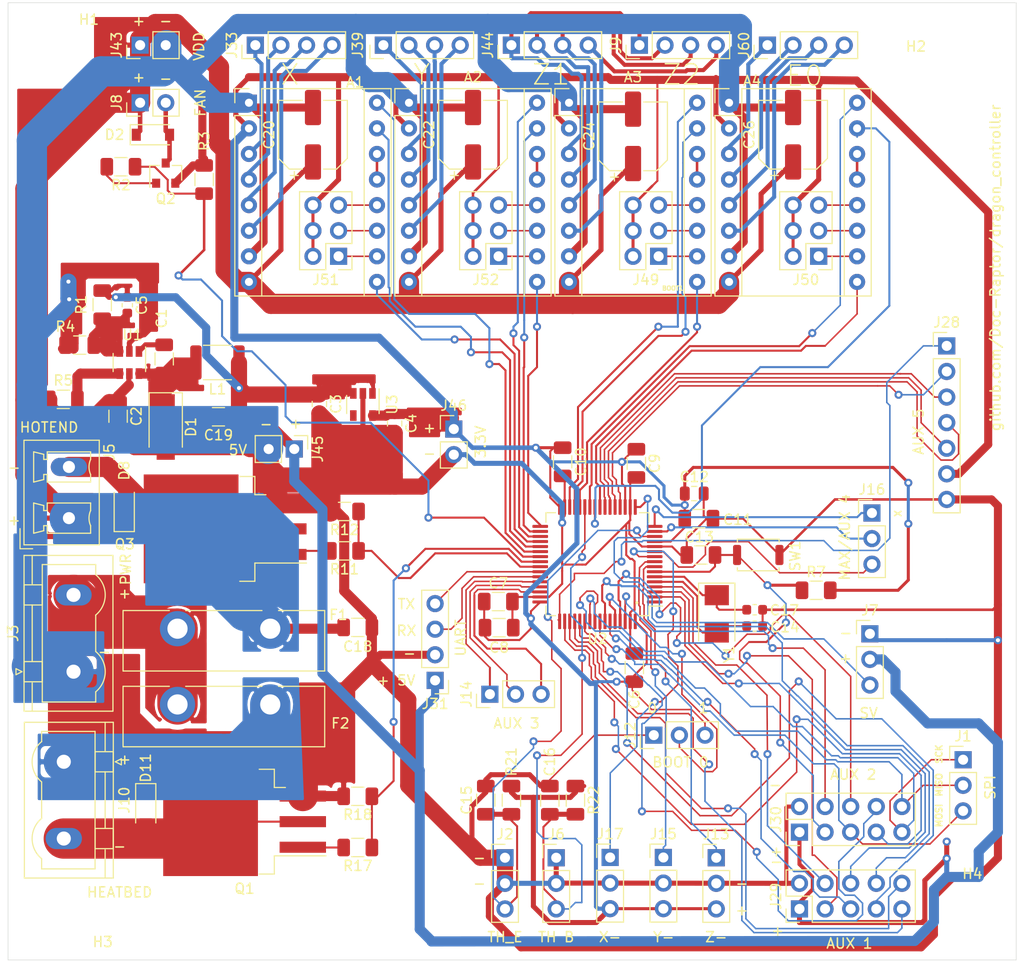
<source format=kicad_pcb>
(kicad_pcb (version 20171130) (host pcbnew "(5.1.5)-3")
  (layers (0 F.Cu signal) (31 B.Cu signal) (34 B.Paste user) (35 F.Paste user) (36 B.SilkS user) (37 F.SilkS user) (38 B.Mask user) (39 F.Mask user) (44 Edge.Cuts user))
  (net 0 "")
  (net 1 VDD)
  (net 2 +5V)
  (net 3 +3V3)
  (net 4 T1)
  (net 5 T2)
  (net 6 "Net-(D11-Pad1)")
  (net 7 "Net-(D11-Pad2)")
  (net 8 Z-MAX)
  (net 9 Z-MIN)
  (net 10 Y-MAX)
  (net 11 Y-MIN)
  (net 12 X-MAX)
  (net 13 X-MIN)
  (net 14 SV1)
  (net 15 FET1)
  (net 16 FET2)
  (net 17 FET3)
  (net 18 EN_X)
  (net 19 STEP_X)
  (net 20 DIR_X)
  (net 21 EN_Y)
  (net 22 STEP_Y)
  (net 23 DIR_Y)
  (net 24 DIR_Z)
  (net 25 STEP_Z)
  (net 26 EN_Z)
  (net 27 "Net-(Q1-Pad1)")
  (net 28 "Net-(Q2-Pad1)")
  (net 29 "Net-(Q3-Pad1)")
  (net 30 "Net-(D2-Pad2)")
  (net 31 "Net-(D8-Pad2)")
  (net 32 RESET)
  (net 33 "Net-(C14-Pad2)")
  (net 34 CS0)
  (net 35 MOSI)
  (net 36 SCK)
  (net 37 MISO)
  (net 38 CS1)
  (net 39 URX0)
  (net 40 UTX0)
  (net 41 DIR_E0)
  (net 42 EN_E0)
  (net 43 STEP_E0)
  (net 44 GND)
  (net 45 "Net-(A1-Pad13)")
  (net 46 "Net-(A1-Pad6)")
  (net 47 "Net-(A1-Pad5)")
  (net 48 "Net-(A1-Pad12)")
  (net 49 "Net-(A1-Pad4)")
  (net 50 "Net-(A1-Pad11)")
  (net 51 "Net-(A1-Pad3)")
  (net 52 "Net-(A1-Pad10)")
  (net 53 "Net-(A2-Pad13)")
  (net 54 "Net-(A2-Pad6)")
  (net 55 "Net-(A2-Pad5)")
  (net 56 "Net-(A2-Pad12)")
  (net 57 "Net-(A2-Pad4)")
  (net 58 "Net-(A2-Pad11)")
  (net 59 "Net-(A2-Pad3)")
  (net 60 "Net-(A2-Pad10)")
  (net 61 "Net-(A3-Pad13)")
  (net 62 "Net-(A3-Pad6)")
  (net 63 "Net-(A3-Pad5)")
  (net 64 "Net-(A3-Pad12)")
  (net 65 "Net-(A3-Pad4)")
  (net 66 "Net-(A3-Pad11)")
  (net 67 "Net-(A3-Pad3)")
  (net 68 "Net-(A3-Pad10)")
  (net 69 "Net-(A4-Pad13)")
  (net 70 "Net-(A4-Pad6)")
  (net 71 "Net-(A4-Pad5)")
  (net 72 "Net-(A4-Pad12)")
  (net 73 "Net-(A4-Pad4)")
  (net 74 "Net-(A4-Pad11)")
  (net 75 "Net-(A4-Pad3)")
  (net 76 "Net-(A4-Pad10)")
  (net 77 "Net-(C17-Pad2)")
  (net 78 HeatbedPWR)
  (net 79 "Net-(J12-Pad2)")
  (net 80 SD_DETECTi)
  (net 81 Beeper)
  (net 82 LCDE)
  (net 83 LCDRS)
  (net 84 LCD4)
  (net 85 LCD5)
  (net 86 LCD6)
  (net 87 LCD7)
  (net 88 BTN_EN2)
  (net 89 BTN_EN1)
  (net 90 SD_DETECT)
  (net 91 "Net-(U2-Pad1)")
  (net 92 BTN_SW)
  (net 93 "Net-(C1-Pad2)")
  (net 94 "Net-(C1-Pad1)")
  (net 95 "Net-(C5-Pad2)")
  (net 96 "Net-(U3-Pad4)")
  (net 97 "Net-(R5-Pad1)")
  (net 98 IO_0)
  (net 99 USB_D-)
  (net 100 USB_D+)
  (net 101 MISO_I)
  (net 102 SCK_I)
  (net 103 MOSI_I)
  (module Connector_Phoenix_GMSTB:PhoenixContact_GMSTBVA_2,5_2-G-7,62_1x02_P7.62mm_Vertical (layer F.Cu) (at 30.5308 100.33 270)
    (fp_text reference J10 (at 3.81 -6 90) (layer F.SilkS))
    (fp_text value Power_Heat)
    (pad 2 thru_hole oval (at 7.62 0 270) (size 2.1 3.6) (drill 1.4) (layers *.Cu *.Mask) (net 7 "Net-(D11-Pad2)"))
    (pad 1 thru_hole roundrect (at 0 0 270) (size 2.1 3.6) (drill 1.4) (layers *.Cu *.Mask) (roundrect_rratio 0.119048) (net 6 "Net-(D11-Pad1)"))
  )
  (module Connector_Phoenix_GMSTB:PhoenixContact_GMSTBVA_2,5_2-G-7,62_1x02_P7.62mm_Vertical (layer F.Cu) (at 31.496 91.3892 90)
    (fp_text reference J3 (at 3.81 -6 90) (layer F.SilkS))
    (fp_text value Power_IN)
    (pad 2 thru_hole oval (at 7.62 0 90) (size 2.1 3.6) (drill 1.4) (layers *.Cu *.Mask) (net 78 HeatbedPWR))
    (pad 1 thru_hole roundrect (at 0 0 90) (size 2.1 3.6) (drill 1.4) (layers *.Cu *.Mask) (roundrect_rratio 0.119048) (net 44 GND))
  )
  (module Connector_PinHeader_2.54mm:PinHeader_1x03_P2.54mm_Vertical (layer F.Cu) (at 119.7356 100.1268)
    (fp_text reference J1 (at 0 -2.33) (layer F.SilkS))
    (fp_text value SPI)
    (pad 3 thru_hole oval (at 0 5.08) (size 1.7 1.7) (drill 1) (layers *.Cu *.Mask) (net 35 MOSI))
    (pad 2 thru_hole oval (at 0 2.54) (size 1.7 1.7) (drill 1) (layers *.Cu *.Mask) (net 37 MISO))
    (pad 1 thru_hole rect (at 0 0) (size 1.7 1.7) (drill 1) (layers *.Cu *.Mask) (net 36 SCK))
  )
  (module Package_QFP:LQFP-64_10x10mm_P0.5mm (layer F.Cu) (at 83.4644 80.7212 180)
    (fp_text reference U2 (at 0 -7.4) (layer F.SilkS))
    (fp_text value STM32F103RETx)
    (pad 64 smd roundrect (at -3.75 -5.675 180) (size 0.3 1.55) (layers F.Cu F.Paste F.Mask) (net 3 +3V3))
    (pad 63 smd roundrect (at -3.25 -5.675 180) (size 0.3 1.55) (layers F.Cu F.Paste F.Mask) (net 44 GND))
    (pad 62 smd roundrect (at -2.75 -5.675 180) (size 0.3 1.55) (layers F.Cu F.Paste F.Mask) (net 90 SD_DETECT))
    (pad 61 smd roundrect (at -2.25 -5.675 180) (size 0.3 1.55) (layers F.Cu F.Paste F.Mask) (net 88 BTN_EN2))
    (pad 60 smd roundrect (at -1.75 -5.675 180) (size 0.3 1.55) (layers F.Cu F.Paste F.Mask) (net 79 "Net-(J12-Pad2)"))
    (pad 59 smd roundrect (at -1.25 -5.675 180) (size 0.3 1.55) (layers F.Cu F.Paste F.Mask) (net 85 LCD5))
    (pad 58 smd roundrect (at -0.75 -5.675 180) (size 0.3 1.55) (layers F.Cu F.Paste F.Mask) (net 82 LCDE))
    (pad 57 smd roundrect (at -0.25 -5.675 180) (size 0.3 1.55) (layers F.Cu F.Paste F.Mask) (net 35 MOSI))
    (pad 56 smd roundrect (at 0.25 -5.675 180) (size 0.3 1.55) (layers F.Cu F.Paste F.Mask) (net 37 MISO))
    (pad 55 smd roundrect (at 0.75 -5.675 180) (size 0.3 1.55) (layers F.Cu F.Paste F.Mask) (net 36 SCK))
    (pad 54 smd roundrect (at 1.25 -5.675 180) (size 0.3 1.55) (layers F.Cu F.Paste F.Mask) (net 89 BTN_EN1))
    (pad 53 smd roundrect (at 1.75 -5.675 180) (size 0.3 1.55) (layers F.Cu F.Paste F.Mask) (net 83 LCDRS))
    (pad 52 smd roundrect (at 2.25 -5.675 180) (size 0.3 1.55) (layers F.Cu F.Paste F.Mask) (net 92 BTN_SW))
    (pad 51 smd roundrect (at 2.75 -5.675 180) (size 0.3 1.55) (layers F.Cu F.Paste F.Mask) (net 81 Beeper))
    (pad 50 smd roundrect (at 3.25 -5.675 180) (size 0.3 1.55) (layers F.Cu F.Paste F.Mask) (net 38 CS1))
    (pad 49 smd roundrect (at 3.75 -5.675 180) (size 0.3 1.55) (layers F.Cu F.Paste F.Mask) (net 80 SD_DETECTi))
    (pad 48 smd roundrect (at 5.675 -3.75 180) (size 1.55 0.3) (layers F.Cu F.Paste F.Mask) (net 3 +3V3))
    (pad 47 smd roundrect (at 5.675 -3.25 180) (size 1.55 0.3) (layers F.Cu F.Paste F.Mask) (net 44 GND))
    (pad 46 smd roundrect (at 5.675 -2.75 180) (size 1.55 0.3) (layers F.Cu F.Paste F.Mask) (net 98 IO_0))
    (pad 45 smd roundrect (at 5.675 -2.25 180) (size 1.55 0.3) (layers F.Cu F.Paste F.Mask) (net 100 USB_D+))
    (pad 44 smd roundrect (at 5.675 -1.75 180) (size 1.55 0.3) (layers F.Cu F.Paste F.Mask) (net 99 USB_D-))
    (pad 43 smd roundrect (at 5.675 -1.25 180) (size 1.55 0.3) (layers F.Cu F.Paste F.Mask) (net 39 URX0))
    (pad 42 smd roundrect (at 5.675 -0.75 180) (size 1.55 0.3) (layers F.Cu F.Paste F.Mask) (net 40 UTX0))
    (pad 41 smd roundrect (at 5.675 -0.25 180) (size 1.55 0.3) (layers F.Cu F.Paste F.Mask) (net 17 FET3))
    (pad 40 smd roundrect (at 5.675 0.25 180) (size 1.55 0.3) (layers F.Cu F.Paste F.Mask) (net 15 FET1))
    (pad 39 smd roundrect (at 5.675 0.75 180) (size 1.55 0.3) (layers F.Cu F.Paste F.Mask) (net 16 FET2))
    (pad 38 smd roundrect (at 5.675 1.25 180) (size 1.55 0.3) (layers F.Cu F.Paste F.Mask) (net 20 DIR_X))
    (pad 37 smd roundrect (at 5.675 1.75 180) (size 1.55 0.3) (layers F.Cu F.Paste F.Mask) (net 19 STEP_X))
    (pad 36 smd roundrect (at 5.675 2.25 180) (size 1.55 0.3) (layers F.Cu F.Paste F.Mask) (net 18 EN_X))
    (pad 35 smd roundrect (at 5.675 2.75 180) (size 1.55 0.3) (layers F.Cu F.Paste F.Mask) (net 23 DIR_Y))
    (pad 34 smd roundrect (at 5.675 3.25 180) (size 1.55 0.3) (layers F.Cu F.Paste F.Mask) (net 22 STEP_Y))
    (pad 33 smd roundrect (at 5.675 3.75 180) (size 1.55 0.3) (layers F.Cu F.Paste F.Mask) (net 21 EN_Y))
    (pad 32 smd roundrect (at 3.75 5.675 180) (size 0.3 1.55) (layers F.Cu F.Paste F.Mask) (net 3 +3V3))
    (pad 31 smd roundrect (at 3.25 5.675 180) (size 0.3 1.55) (layers F.Cu F.Paste F.Mask) (net 44 GND))
    (pad 30 smd roundrect (at 2.75 5.675 180) (size 0.3 1.55) (layers F.Cu F.Paste F.Mask) (net 24 DIR_Z))
    (pad 29 smd roundrect (at 2.25 5.675 180) (size 0.3 1.55) (layers F.Cu F.Paste F.Mask) (net 25 STEP_Z))
    (pad 28 smd roundrect (at 1.75 5.675 180) (size 0.3 1.55) (layers F.Cu F.Paste F.Mask) (net 26 EN_Z))
    (pad 27 smd roundrect (at 1.25 5.675 180) (size 0.3 1.55) (layers F.Cu F.Paste F.Mask) (net 5 T2))
    (pad 26 smd roundrect (at 0.75 5.675 180) (size 0.3 1.55) (layers F.Cu F.Paste F.Mask) (net 41 DIR_E0))
    (pad 25 smd roundrect (at 0.25 5.675 180) (size 0.3 1.55) (layers F.Cu F.Paste F.Mask) (net 43 STEP_E0))
    (pad 24 smd roundrect (at -0.25 5.675 180) (size 0.3 1.55) (layers F.Cu F.Paste F.Mask) (net 42 EN_E0))
    (pad 23 smd roundrect (at -0.75 5.675 180) (size 0.3 1.55) (layers F.Cu F.Paste F.Mask) (net 103 MOSI_I))
    (pad 22 smd roundrect (at -1.25 5.675 180) (size 0.3 1.55) (layers F.Cu F.Paste F.Mask) (net 101 MISO_I))
    (pad 21 smd roundrect (at -1.75 5.675 180) (size 0.3 1.55) (layers F.Cu F.Paste F.Mask) (net 102 SCK_I))
    (pad 20 smd roundrect (at -2.25 5.675 180) (size 0.3 1.55) (layers F.Cu F.Paste F.Mask) (net 34 CS0))
    (pad 19 smd roundrect (at -2.75 5.675 180) (size 0.3 1.55) (layers F.Cu F.Paste F.Mask) (net 3 +3V3))
    (pad 18 smd roundrect (at -3.25 5.675 180) (size 0.3 1.55) (layers F.Cu F.Paste F.Mask) (net 44 GND))
    (pad 17 smd roundrect (at -3.75 5.675 180) (size 0.3 1.55) (layers F.Cu F.Paste F.Mask) (net 14 SV1))
    (pad 16 smd roundrect (at -5.675 3.75 180) (size 1.55 0.3) (layers F.Cu F.Paste F.Mask) (net 12 X-MAX))
    (pad 15 smd roundrect (at -5.675 3.25 180) (size 1.55 0.3) (layers F.Cu F.Paste F.Mask) (net 10 Y-MAX))
    (pad 14 smd roundrect (at -5.675 2.75 180) (size 1.55 0.3) (layers F.Cu F.Paste F.Mask) (net 4 T1))
    (pad 13 smd roundrect (at -5.675 2.25 180) (size 1.55 0.3) (layers F.Cu F.Paste F.Mask) (net 3 +3V3))
    (pad 12 smd roundrect (at -5.675 1.75 180) (size 1.55 0.3) (layers F.Cu F.Paste F.Mask) (net 44 GND))
    (pad 11 smd roundrect (at -5.675 1.25 180) (size 1.55 0.3) (layers F.Cu F.Paste F.Mask) (net 8 Z-MAX))
    (pad 10 smd roundrect (at -5.675 0.75 180) (size 1.55 0.3) (layers F.Cu F.Paste F.Mask) (net 13 X-MIN))
    (pad 9 smd roundrect (at -5.675 0.25 180) (size 1.55 0.3) (layers F.Cu F.Paste F.Mask) (net 11 Y-MIN))
    (pad 8 smd roundrect (at -5.675 -0.25 180) (size 1.55 0.3) (layers F.Cu F.Paste F.Mask) (net 9 Z-MIN))
    (pad 7 smd roundrect (at -5.675 -0.75 180) (size 1.55 0.3) (layers F.Cu F.Paste F.Mask) (net 32 RESET))
    (pad 6 smd roundrect (at -5.675 -1.25 180) (size 1.55 0.3) (layers F.Cu F.Paste F.Mask) (net 77 "Net-(C17-Pad2)"))
    (pad 5 smd roundrect (at -5.675 -1.75 180) (size 1.55 0.3) (layers F.Cu F.Paste F.Mask) (net 33 "Net-(C14-Pad2)"))
    (pad 4 smd roundrect (at -5.675 -2.25 180) (size 1.55 0.3) (layers F.Cu F.Paste F.Mask) (net 86 LCD6))
    (pad 3 smd roundrect (at -5.675 -2.75 180) (size 1.55 0.3) (layers F.Cu F.Paste F.Mask) (net 87 LCD7))
    (pad 2 smd roundrect (at -5.675 -3.25 180) (size 1.55 0.3) (layers F.Cu F.Paste F.Mask) (net 84 LCD4))
    (pad 1 smd roundrect (at -5.675 -3.75 180) (size 1.55 0.3) (layers F.Cu F.Paste F.Mask) (net 91 "Net-(U2-Pad1)"))
  )
  (module Crystal:Crystal_SMD_5032-2Pin_5.0x3.2mm (layer F.Cu) (at 95.3008 85.6488 270)
    (fp_text reference Y1 (at 4.0132 -1.2192 90) (layer F.SilkS))
    (fp_text value Crystal)
    (pad 2 smd rect (at 1.85 0 270) (size 2 2.4) (layers F.Cu F.Paste F.Mask) (net 33 "Net-(C14-Pad2)"))
    (pad 1 smd rect (at -1.85 0 270) (size 2 2.4) (layers F.Cu F.Paste F.Mask) (net 77 "Net-(C17-Pad2)"))
  )
  (module Resistor_SMD:R_1206_3216Metric (layer F.Cu) (at 81.28 104.14 270)
    (fp_text reference R22 (at 0 -1.82 90) (layer F.SilkS))
    (fp_text value 4K7)
    (pad 2 smd roundrect (at 1.4 0 270) (size 1.25 1.75) (layers F.Cu F.Paste F.Mask) (roundrect_rratio 0.2) (net 5 T2))
    (pad 1 smd roundrect (at -1.4 0 270) (size 1.25 1.75) (layers F.Cu F.Paste F.Mask) (roundrect_rratio 0.2) (net 3 +3V3))
  )
  (module Resistor_SMD:R_1206_3216Metric (layer F.Cu) (at 74.93 104.14 270)
    (fp_text reference R21 (at -3.81 0 90) (layer F.SilkS))
    (fp_text value 4K7)
    (pad 2 smd roundrect (at 1.4 0 270) (size 1.25 1.75) (layers F.Cu F.Paste F.Mask) (roundrect_rratio 0.2) (net 4 T1))
    (pad 1 smd roundrect (at -1.4 0 270) (size 1.25 1.75) (layers F.Cu F.Paste F.Mask) (roundrect_rratio 0.2) (net 3 +3V3))
  )
  (module Resistor_SMD:R_1206_3216Metric (layer F.Cu) (at 59.69 103.759 180)
    (fp_text reference R18 (at 0 -1.82) (layer F.SilkS))
    (fp_text value 4K7)
    (pad 2 smd roundrect (at 1.4 0 180) (size 1.25 1.75) (layers F.Cu F.Paste F.Mask) (roundrect_rratio 0.2) (net 44 GND))
    (pad 1 smd roundrect (at -1.4 0 180) (size 1.25 1.75) (layers F.Cu F.Paste F.Mask) (roundrect_rratio 0.2) (net 15 FET1))
  )
  (module Resistor_SMD:R_1206_3216Metric (layer F.Cu) (at 59.69 108.839 180)
    (fp_text reference R17 (at 0 -1.82) (layer F.SilkS))
    (fp_text value 100)
    (pad 2 smd roundrect (at 1.4 0 180) (size 1.25 1.75) (layers F.Cu F.Paste F.Mask) (roundrect_rratio 0.2) (net 27 "Net-(Q1-Pad1)"))
    (pad 1 smd roundrect (at -1.4 0 180) (size 1.25 1.75) (layers F.Cu F.Paste F.Mask) (roundrect_rratio 0.2) (net 15 FET1))
  )
  (module Resistor_SMD:R_1206_3216Metric (layer F.Cu) (at 58.3692 75.4888 180)
    (fp_text reference R12 (at 0 -1.82) (layer F.SilkS))
    (fp_text value 4K7)
    (pad 2 smd roundrect (at 1.4 0 180) (size 1.25 1.75) (layers F.Cu F.Paste F.Mask) (roundrect_rratio 0.2) (net 44 GND))
    (pad 1 smd roundrect (at -1.4 0 180) (size 1.25 1.75) (layers F.Cu F.Paste F.Mask) (roundrect_rratio 0.2) (net 17 FET3))
  )
  (module Resistor_SMD:R_1206_3216Metric (layer F.Cu) (at 58.3692 79.4004 180)
    (fp_text reference R11 (at 0 -1.82) (layer F.SilkS))
    (fp_text value 100)
    (pad 2 smd roundrect (at 1.4 0 180) (size 1.25 1.75) (layers F.Cu F.Paste F.Mask) (roundrect_rratio 0.2) (net 29 "Net-(Q3-Pad1)"))
    (pad 1 smd roundrect (at -1.4 0 180) (size 1.25 1.75) (layers F.Cu F.Paste F.Mask) (roundrect_rratio 0.2) (net 17 FET3))
  )
  (module Resistor_SMD:R_1206_3216Metric (layer F.Cu) (at 44.45 42.545 90)
    (fp_text reference R3 (at 3.81 0 90) (layer F.SilkS))
    (fp_text value 10K)
    (pad 2 smd roundrect (at 1.4 0 90) (size 1.25 1.75) (layers F.Cu F.Paste F.Mask) (roundrect_rratio 0.2) (net 44 GND))
    (pad 1 smd roundrect (at -1.4 0 90) (size 1.25 1.75) (layers F.Cu F.Paste F.Mask) (roundrect_rratio 0.2) (net 16 FET2))
  )
  (module Resistor_SMD:R_1206_3216Metric (layer F.Cu) (at 36.195 41.275 180)
    (fp_text reference R2 (at 0 -1.82) (layer F.SilkS))
    (fp_text value 1K)
    (pad 2 smd roundrect (at 1.4 0 180) (size 1.25 1.75) (layers F.Cu F.Paste F.Mask) (roundrect_rratio 0.2) (net 28 "Net-(Q2-Pad1)"))
    (pad 1 smd roundrect (at -1.4 0 180) (size 1.25 1.75) (layers F.Cu F.Paste F.Mask) (roundrect_rratio 0.2) (net 16 FET2))
  )
  (module Package_TO_SOT_SMD:TO-263-3_TabPin2 (layer F.Cu) (at 46.5328 77.216 180)
    (fp_text reference Q3 (at 9.9568 -1.524) (layer F.SilkS))
    (fp_text value SE30150)
    (pad 2 smd rect (at 3.375 0 180) (size 9.4 10.8) (layers F.Cu F.Mask) (net 31 "Net-(D8-Pad2)"))
    (pad 3 smd rect (at -5.775 2.54 180) (size 4.6 1.1) (layers F.Cu F.Paste F.Mask) (net 44 GND))
    (pad 2 smd rect (at -5.775 0 180) (size 4.6 1.1) (layers F.Cu F.Paste F.Mask) (net 31 "Net-(D8-Pad2)"))
    (pad 1 smd rect (at -5.775 -2.54 180) (size 4.6 1.1) (layers F.Cu F.Paste F.Mask) (net 29 "Net-(Q3-Pad1)"))
  )
  (module Package_TO_SOT_SMD:SOT-23 (layer F.Cu) (at 40.64 41.91 90)
    (fp_text reference Q2 (at -2.54 0 180) (layer F.SilkS))
    (fp_text value PMV40UN2)
    (pad 3 smd rect (at 1 0 90) (size 0.9 0.8) (layers F.Cu F.Paste F.Mask) (net 30 "Net-(D2-Pad2)"))
    (pad 2 smd rect (at -1 0.95 90) (size 0.9 0.8) (layers F.Cu F.Paste F.Mask) (net 44 GND))
    (pad 1 smd rect (at -1 -0.95 90) (size 0.9 0.8) (layers F.Cu F.Paste F.Mask) (net 28 "Net-(Q2-Pad1)"))
  )
  (module Package_TO_SOT_SMD:TO-263-3_TabPin2 (layer F.Cu) (at 48.4632 106.2736 180)
    (fp_text reference Q1 (at 0 -6.65) (layer F.SilkS))
    (fp_text value SE30150)
    (pad 2 smd rect (at 3.375 0 180) (size 9.4 10.8) (layers F.Cu F.Mask) (net 7 "Net-(D11-Pad2)"))
    (pad 3 smd rect (at -5.775 2.54 180) (size 4.6 1.1) (layers F.Cu F.Paste F.Mask) (net 44 GND))
    (pad 2 smd rect (at -5.775 0 180) (size 4.6 1.1) (layers F.Cu F.Paste F.Mask) (net 7 "Net-(D11-Pad2)"))
    (pad 1 smd rect (at -5.775 -2.54 180) (size 4.6 1.1) (layers F.Cu F.Paste F.Mask) (net 27 "Net-(Q1-Pad1)"))
  )
  (module Connector_PinHeader_2.54mm:PinHeader_1x04_P2.54mm_Vertical (layer F.Cu) (at 100.33 29.21 90)
    (fp_text reference J60 (at 0 -2.33 90) (layer F.SilkS))
    (fp_text value e0-Stepper)
    (pad 4 thru_hole oval (at 0 7.62 90) (size 1.7 1.7) (drill 1) (layers *.Cu *.Mask) (net 70 "Net-(A4-Pad6)"))
    (pad 3 thru_hole oval (at 0 5.08 90) (size 1.7 1.7) (drill 1) (layers *.Cu *.Mask) (net 71 "Net-(A4-Pad5)"))
    (pad 2 thru_hole oval (at 0 2.54 90) (size 1.7 1.7) (drill 1) (layers *.Cu *.Mask) (net 73 "Net-(A4-Pad4)"))
    (pad 1 thru_hole rect (at 0 0 90) (size 1.7 1.7) (drill 1) (layers *.Cu *.Mask) (net 75 "Net-(A4-Pad3)"))
  )
  (module Connector_PinHeader_2.54mm:PinHeader_2x03_P2.54mm_Vertical (layer F.Cu) (at 73.66 50.165 180)
    (fp_text reference J52 (at 1.27 -2.33) (layer F.SilkS))
    (fp_text value J_Y)
    (pad 6 thru_hole oval (at 2.54 5.08 180) (size 1.7 1.7) (drill 1) (layers *.Cu *.Mask) (net 3 +3V3))
    (pad 5 thru_hole oval (at 0 5.08 180) (size 1.7 1.7) (drill 1) (layers *.Cu *.Mask) (net 56 "Net-(A2-Pad12)"))
    (pad 4 thru_hole oval (at 2.54 2.54 180) (size 1.7 1.7) (drill 1) (layers *.Cu *.Mask) (net 3 +3V3))
    (pad 3 thru_hole oval (at 0 2.54 180) (size 1.7 1.7) (drill 1) (layers *.Cu *.Mask) (net 58 "Net-(A2-Pad11)"))
    (pad 2 thru_hole oval (at 2.54 0 180) (size 1.7 1.7) (drill 1) (layers *.Cu *.Mask) (net 3 +3V3))
    (pad 1 thru_hole rect (at 0 0 180) (size 1.7 1.7) (drill 1) (layers *.Cu *.Mask) (net 60 "Net-(A2-Pad10)"))
  )
  (module Connector_PinHeader_2.54mm:PinHeader_2x03_P2.54mm_Vertical (layer F.Cu) (at 57.785 50.165 180)
    (fp_text reference J51 (at 1.27 -2.33) (layer F.SilkS))
    (fp_text value J_X)
    (pad 6 thru_hole oval (at 2.54 5.08 180) (size 1.7 1.7) (drill 1) (layers *.Cu *.Mask) (net 3 +3V3))
    (pad 5 thru_hole oval (at 0 5.08 180) (size 1.7 1.7) (drill 1) (layers *.Cu *.Mask) (net 48 "Net-(A1-Pad12)"))
    (pad 4 thru_hole oval (at 2.54 2.54 180) (size 1.7 1.7) (drill 1) (layers *.Cu *.Mask) (net 3 +3V3))
    (pad 3 thru_hole oval (at 0 2.54 180) (size 1.7 1.7) (drill 1) (layers *.Cu *.Mask) (net 50 "Net-(A1-Pad11)"))
    (pad 2 thru_hole oval (at 2.54 0 180) (size 1.7 1.7) (drill 1) (layers *.Cu *.Mask) (net 3 +3V3))
    (pad 1 thru_hole rect (at 0 0 180) (size 1.7 1.7) (drill 1) (layers *.Cu *.Mask) (net 52 "Net-(A1-Pad10)"))
  )
  (module Connector_PinHeader_2.54mm:PinHeader_2x03_P2.54mm_Vertical (layer F.Cu) (at 105.41 50.165 180)
    (fp_text reference J50 (at 1.27 -2.33) (layer F.SilkS))
    (fp_text value J_E0)
    (pad 6 thru_hole oval (at 2.54 5.08 180) (size 1.7 1.7) (drill 1) (layers *.Cu *.Mask) (net 3 +3V3))
    (pad 5 thru_hole oval (at 0 5.08 180) (size 1.7 1.7) (drill 1) (layers *.Cu *.Mask) (net 72 "Net-(A4-Pad12)"))
    (pad 4 thru_hole oval (at 2.54 2.54 180) (size 1.7 1.7) (drill 1) (layers *.Cu *.Mask) (net 3 +3V3))
    (pad 3 thru_hole oval (at 0 2.54 180) (size 1.7 1.7) (drill 1) (layers *.Cu *.Mask) (net 74 "Net-(A4-Pad11)"))
    (pad 2 thru_hole oval (at 2.54 0 180) (size 1.7 1.7) (drill 1) (layers *.Cu *.Mask) (net 3 +3V3))
    (pad 1 thru_hole rect (at 0 0 180) (size 1.7 1.7) (drill 1) (layers *.Cu *.Mask) (net 76 "Net-(A4-Pad10)"))
  )
  (module Connector_PinHeader_2.54mm:PinHeader_2x03_P2.54mm_Vertical (layer F.Cu) (at 89.535 50.165 180)
    (fp_text reference J49 (at 1.27 -2.33) (layer F.SilkS))
    (fp_text value J_Z)
    (pad 6 thru_hole oval (at 2.54 5.08 180) (size 1.7 1.7) (drill 1) (layers *.Cu *.Mask) (net 3 +3V3))
    (pad 5 thru_hole oval (at 0 5.08 180) (size 1.7 1.7) (drill 1) (layers *.Cu *.Mask) (net 64 "Net-(A3-Pad12)"))
    (pad 4 thru_hole oval (at 2.54 2.54 180) (size 1.7 1.7) (drill 1) (layers *.Cu *.Mask) (net 3 +3V3))
    (pad 3 thru_hole oval (at 0 2.54 180) (size 1.7 1.7) (drill 1) (layers *.Cu *.Mask) (net 66 "Net-(A3-Pad11)"))
    (pad 2 thru_hole oval (at 2.54 0 180) (size 1.7 1.7) (drill 1) (layers *.Cu *.Mask) (net 3 +3V3))
    (pad 1 thru_hole rect (at 0 0 180) (size 1.7 1.7) (drill 1) (layers *.Cu *.Mask) (net 68 "Net-(A3-Pad10)"))
  )
  (module Connector_PinHeader_2.54mm:PinHeader_1x02_P2.54mm_Vertical (layer F.Cu) (at 69.215 67.31)
    (fp_text reference J46 (at 0 -2.33) (layer F.SilkS))
    (fp_text value 3.3V)
    (pad 2 thru_hole oval (at 0 2.54) (size 1.7 1.7) (drill 1) (layers *.Cu *.Mask) (net 44 GND))
    (pad 1 thru_hole rect (at 0 0) (size 1.7 1.7) (drill 1) (layers *.Cu *.Mask) (net 3 +3V3))
  )
  (module Connector_PinHeader_2.54mm:PinHeader_1x02_P2.54mm_Vertical (layer F.Cu) (at 53.3908 69.2912 270)
    (fp_text reference J45 (at 0 -2.33 90) (layer F.SilkS))
    (fp_text value 5V)
    (pad 2 thru_hole oval (at 0 2.54 270) (size 1.7 1.7) (drill 1) (layers *.Cu *.Mask) (net 44 GND))
    (pad 1 thru_hole rect (at 0 0 270) (size 1.7 1.7) (drill 1) (layers *.Cu *.Mask) (net 2 +5V))
  )
  (module Connector_PinHeader_2.54mm:PinHeader_1x04_P2.54mm_Vertical (layer F.Cu) (at 74.93 29.21 90)
    (fp_text reference J44 (at 0 -2.33 90) (layer F.SilkS))
    (fp_text value z-Stepper)
    (pad 4 thru_hole oval (at 0 7.62 90) (size 1.7 1.7) (drill 1) (layers *.Cu *.Mask) (net 62 "Net-(A3-Pad6)"))
    (pad 3 thru_hole oval (at 0 5.08 90) (size 1.7 1.7) (drill 1) (layers *.Cu *.Mask) (net 63 "Net-(A3-Pad5)"))
    (pad 2 thru_hole oval (at 0 2.54 90) (size 1.7 1.7) (drill 1) (layers *.Cu *.Mask) (net 65 "Net-(A3-Pad4)"))
    (pad 1 thru_hole rect (at 0 0 90) (size 1.7 1.7) (drill 1) (layers *.Cu *.Mask) (net 67 "Net-(A3-Pad3)"))
  )
  (module Connector_PinHeader_2.54mm:PinHeader_1x02_P2.54mm_Vertical (layer F.Cu) (at 38.1 29.21 90)
    (fp_text reference J43 (at 0 -2.33 90) (layer F.SilkS))
    (fp_text value VCC)
    (pad 2 thru_hole oval (at 0 2.54 90) (size 1.7 1.7) (drill 1) (layers *.Cu *.Mask) (net 44 GND))
    (pad 1 thru_hole rect (at 0 0 90) (size 1.7 1.7) (drill 1) (layers *.Cu *.Mask) (net 1 VDD))
  )
  (module Connector_PinHeader_2.54mm:PinHeader_1x04_P2.54mm_Vertical (layer F.Cu) (at 62.23 29.21 90)
    (fp_text reference J39 (at 0 -2.54 270) (layer F.SilkS))
    (fp_text value y-Stepper)
    (pad 4 thru_hole oval (at 0 7.62 90) (size 1.7 1.7) (drill 1) (layers *.Cu *.Mask) (net 54 "Net-(A2-Pad6)"))
    (pad 3 thru_hole oval (at 0 5.08 90) (size 1.7 1.7) (drill 1) (layers *.Cu *.Mask) (net 55 "Net-(A2-Pad5)"))
    (pad 2 thru_hole oval (at 0 2.54 90) (size 1.7 1.7) (drill 1) (layers *.Cu *.Mask) (net 57 "Net-(A2-Pad4)"))
    (pad 1 thru_hole rect (at 0 0 90) (size 1.7 1.7) (drill 1) (layers *.Cu *.Mask) (net 59 "Net-(A2-Pad3)"))
  )
  (module Connector_PinHeader_2.54mm:PinHeader_1x04_P2.54mm_Vertical (layer F.Cu) (at 49.53 29.21 90)
    (fp_text reference J33 (at 0 -2.33 90) (layer F.SilkS))
    (fp_text value x-Stepper)
    (pad 4 thru_hole oval (at 0 7.62 90) (size 1.7 1.7) (drill 1) (layers *.Cu *.Mask) (net 46 "Net-(A1-Pad6)"))
    (pad 3 thru_hole oval (at 0 5.08 90) (size 1.7 1.7) (drill 1) (layers *.Cu *.Mask) (net 47 "Net-(A1-Pad5)"))
    (pad 2 thru_hole oval (at 0 2.54 90) (size 1.7 1.7) (drill 1) (layers *.Cu *.Mask) (net 49 "Net-(A1-Pad4)"))
    (pad 1 thru_hole rect (at 0 0 90) (size 1.7 1.7) (drill 1) (layers *.Cu *.Mask) (net 51 "Net-(A1-Pad3)"))
  )
  (module Connector_PinHeader_2.54mm:PinHeader_1x04_P2.54mm_Vertical (layer F.Cu) (at 67.3608 92.2528 180)
    (fp_text reference J31 (at 0 -2.33) (layer F.SilkS))
    (fp_text value Serial)
    (pad 4 thru_hole oval (at 0 7.62 180) (size 1.7 1.7) (drill 1) (layers *.Cu *.Mask) (net 40 UTX0))
    (pad 3 thru_hole oval (at 0 5.08 180) (size 1.7 1.7) (drill 1) (layers *.Cu *.Mask) (net 39 URX0))
    (pad 2 thru_hole oval (at 0 2.54 180) (size 1.7 1.7) (drill 1) (layers *.Cu *.Mask) (net 44 GND))
    (pad 1 thru_hole rect (at 0 0 180) (size 1.7 1.7) (drill 1) (layers *.Cu *.Mask) (net 2 +5V))
  )
  (module Connector_PinHeader_2.54mm:PinHeader_2x05_P2.54mm_Vertical (layer F.Cu) (at 103.505 107.315 90)
    (fp_text reference J30 (at 1.27 -2.33 90) (layer F.SilkS))
    (fp_text value EXP2)
    (pad 10 thru_hole oval (at 2.54 10.16 90) (size 1.7 1.7) (drill 1) (layers *.Cu *.Mask) (net 37 MISO))
    (pad 9 thru_hole oval (at 0 10.16 90) (size 1.7 1.7) (drill 1) (layers *.Cu *.Mask) (net 36 SCK))
    (pad 8 thru_hole oval (at 2.54 7.62 90) (size 1.7 1.7) (drill 1) (layers *.Cu *.Mask) (net 89 BTN_EN1))
    (pad 7 thru_hole oval (at 0 7.62 90) (size 1.7 1.7) (drill 1) (layers *.Cu *.Mask) (net 38 CS1))
    (pad 6 thru_hole oval (at 2.54 5.08 90) (size 1.7 1.7) (drill 1) (layers *.Cu *.Mask) (net 88 BTN_EN2))
    (pad 5 thru_hole oval (at 0 5.08 90) (size 1.7 1.7) (drill 1) (layers *.Cu *.Mask) (net 35 MOSI))
    (pad 4 thru_hole oval (at 2.54 2.54 90) (size 1.7 1.7) (drill 1) (layers *.Cu *.Mask) (net 90 SD_DETECT))
    (pad 3 thru_hole oval (at 0 2.54 90) (size 1.7 1.7) (drill 1) (layers *.Cu *.Mask) (net 32 RESET))
    (pad 2 thru_hole oval (at 2.54 0 90) (size 1.7 1.7) (drill 1) (layers *.Cu *.Mask) (net 44 GND))
    (pad 1 thru_hole rect (at 0 0 90) (size 1.7 1.7) (drill 1) (layers *.Cu *.Mask) (net 2 +5V))
  )
  (module Connector_PinHeader_2.54mm:PinHeader_2x05_P2.54mm_Vertical (layer F.Cu) (at 103.505 114.935 90)
    (fp_text reference J29 (at 1.27 -2.33 90) (layer F.SilkS))
    (fp_text value EXP1)
    (pad 10 thru_hole oval (at 2.54 10.16 90) (size 1.7 1.7) (drill 1) (layers *.Cu *.Mask) (net 81 Beeper))
    (pad 9 thru_hole oval (at 0 10.16 90) (size 1.7 1.7) (drill 1) (layers *.Cu *.Mask) (net 92 BTN_SW))
    (pad 8 thru_hole oval (at 2.54 7.62 90) (size 1.7 1.7) (drill 1) (layers *.Cu *.Mask) (net 82 LCDE))
    (pad 7 thru_hole oval (at 0 7.62 90) (size 1.7 1.7) (drill 1) (layers *.Cu *.Mask) (net 83 LCDRS))
    (pad 6 thru_hole oval (at 2.54 5.08 90) (size 1.7 1.7) (drill 1) (layers *.Cu *.Mask) (net 84 LCD4))
    (pad 5 thru_hole oval (at 0 5.08 90) (size 1.7 1.7) (drill 1) (layers *.Cu *.Mask) (net 85 LCD5))
    (pad 4 thru_hole oval (at 2.54 2.54 90) (size 1.7 1.7) (drill 1) (layers *.Cu *.Mask) (net 86 LCD6))
    (pad 3 thru_hole oval (at 0 2.54 90) (size 1.7 1.7) (drill 1) (layers *.Cu *.Mask) (net 87 LCD7))
    (pad 2 thru_hole oval (at 2.54 0 90) (size 1.7 1.7) (drill 1) (layers *.Cu *.Mask) (net 44 GND))
    (pad 1 thru_hole rect (at 0 0 90) (size 1.7 1.7) (drill 1) (layers *.Cu *.Mask) (net 2 +5V))
  )
  (module Connector_PinHeader_2.54mm:PinHeader_1x07_P2.54mm_Vertical (layer F.Cu) (at 118.11 59.055)
    (fp_text reference J28 (at 0 -2.33) (layer F.SilkS))
    (fp_text value SD_CARD)
    (pad 7 thru_hole oval (at 0 15.24) (size 1.7 1.7) (drill 1) (layers *.Cu *.Mask) (net 44 GND))
    (pad 6 thru_hole oval (at 0 12.7) (size 1.7 1.7) (drill 1) (layers *.Cu *.Mask) (net 3 +3V3))
    (pad 5 thru_hole oval (at 0 10.16) (size 1.7 1.7) (drill 1) (layers *.Cu *.Mask) (net 101 MISO_I))
    (pad 4 thru_hole oval (at 0 7.62) (size 1.7 1.7) (drill 1) (layers *.Cu *.Mask) (net 102 SCK_I))
    (pad 3 thru_hole oval (at 0 5.08) (size 1.7 1.7) (drill 1) (layers *.Cu *.Mask) (net 103 MOSI_I))
    (pad 2 thru_hole oval (at 0 2.54) (size 1.7 1.7) (drill 1) (layers *.Cu *.Mask) (net 34 CS0))
    (pad 1 thru_hole rect (at 0 0) (size 1.7 1.7) (drill 1) (layers *.Cu *.Mask) (net 80 SD_DETECTi))
  )
  (module Connector_PinHeader_2.54mm:PinHeader_1x03_P2.54mm_Vertical (layer F.Cu) (at 84.72 109.83)
    (fp_text reference J17 (at 0 -2.33) (layer F.SilkS))
    (fp_text value X-)
    (pad 3 thru_hole oval (at 0 5.08) (size 1.7 1.7) (drill 1) (layers *.Cu *.Mask) (net 3 +3V3))
    (pad 2 thru_hole oval (at 0 2.54) (size 1.7 1.7) (drill 1) (layers *.Cu *.Mask) (net 44 GND))
    (pad 1 thru_hole rect (at 0 0) (size 1.7 1.7) (drill 1) (layers *.Cu *.Mask) (net 13 X-MIN))
  )
  (module Connector_PinHeader_2.54mm:PinHeader_1x03_P2.54mm_Vertical (layer F.Cu) (at 110.6932 75.6412)
    (fp_text reference J16 (at 0 -2.33) (layer F.SilkS))
    (fp_text value MAX_END)
    (pad 3 thru_hole oval (at 0 5.08) (size 1.7 1.7) (drill 1) (layers *.Cu *.Mask) (net 8 Z-MAX))
    (pad 2 thru_hole oval (at 0 2.54) (size 1.7 1.7) (drill 1) (layers *.Cu *.Mask) (net 10 Y-MAX))
    (pad 1 thru_hole rect (at 0 0) (size 1.7 1.7) (drill 1) (layers *.Cu *.Mask) (net 12 X-MAX))
  )
  (module Connector_PinHeader_2.54mm:PinHeader_1x03_P2.54mm_Vertical (layer F.Cu) (at 90.005 109.83)
    (fp_text reference J15 (at 0 -2.33) (layer F.SilkS))
    (fp_text value Y-)
    (pad 3 thru_hole oval (at 0 5.08) (size 1.7 1.7) (drill 1) (layers *.Cu *.Mask) (net 3 +3V3))
    (pad 2 thru_hole oval (at 0 2.54) (size 1.7 1.7) (drill 1) (layers *.Cu *.Mask) (net 44 GND))
    (pad 1 thru_hole rect (at 0 0) (size 1.7 1.7) (drill 1) (layers *.Cu *.Mask) (net 11 Y-MIN))
  )
  (module Connector_PinHeader_2.54mm:PinHeader_1x03_P2.54mm_Vertical (layer F.Cu) (at 72.7964 93.6244 90)
    (fp_text reference J14 (at 0 -2.33 90) (layer F.SilkS))
    (fp_text value EXP3)
    (pad 3 thru_hole oval (at 0 5.08 90) (size 1.7 1.7) (drill 1) (layers *.Cu *.Mask) (net 98 IO_0))
    (pad 2 thru_hole oval (at 0 2.54 90) (size 1.7 1.7) (drill 1) (layers *.Cu *.Mask) (net 100 USB_D+))
    (pad 1 thru_hole rect (at 0 0 90) (size 1.7 1.7) (drill 1) (layers *.Cu *.Mask) (net 99 USB_D-))
  )
  (module Connector_PinHeader_2.54mm:PinHeader_1x03_P2.54mm_Vertical (layer F.Cu) (at 95.25 109.855)
    (fp_text reference J13 (at 0 -2.33) (layer F.SilkS))
    (fp_text value Z-)
    (pad 3 thru_hole oval (at 0 5.08) (size 1.7 1.7) (drill 1) (layers *.Cu *.Mask) (net 3 +3V3))
    (pad 2 thru_hole oval (at 0 2.54) (size 1.7 1.7) (drill 1) (layers *.Cu *.Mask) (net 44 GND))
    (pad 1 thru_hole rect (at 0 0) (size 1.7 1.7) (drill 1) (layers *.Cu *.Mask) (net 9 Z-MIN))
  )
  (module Connector_PinHeader_2.54mm:PinHeader_1x03_P2.54mm_Vertical (layer F.Cu) (at 89.0524 97.6884 90)
    (fp_text reference J12 (at 0 -2.33 90) (layer F.SilkS))
    (fp_text value BOOT)
    (pad 3 thru_hole oval (at 0 5.08 90) (size 1.7 1.7) (drill 1) (layers *.Cu *.Mask) (net 3 +3V3))
    (pad 2 thru_hole oval (at 0 2.54 90) (size 1.7 1.7) (drill 1) (layers *.Cu *.Mask) (net 79 "Net-(J12-Pad2)"))
    (pad 1 thru_hole rect (at 0 0 90) (size 1.7 1.7) (drill 1) (layers *.Cu *.Mask) (net 44 GND))
  )
  (module Connector_PinHeader_2.54mm:PinHeader_1x04_P2.54mm_Vertical (layer F.Cu) (at 87.63 29.21 90)
    (fp_text reference J9 (at 0 -2.33 90) (layer F.SilkS))
    (fp_text value z-Stepper)
    (pad 4 thru_hole oval (at 0 7.62 90) (size 1.7 1.7) (drill 1) (layers *.Cu *.Mask) (net 62 "Net-(A3-Pad6)"))
    (pad 3 thru_hole oval (at 0 5.08 90) (size 1.7 1.7) (drill 1) (layers *.Cu *.Mask) (net 63 "Net-(A3-Pad5)"))
    (pad 2 thru_hole oval (at 0 2.54 90) (size 1.7 1.7) (drill 1) (layers *.Cu *.Mask) (net 65 "Net-(A3-Pad4)"))
    (pad 1 thru_hole rect (at 0 0 90) (size 1.7 1.7) (drill 1) (layers *.Cu *.Mask) (net 67 "Net-(A3-Pad3)"))
  )
  (module Connector_PinHeader_2.54mm:PinHeader_1x02_P2.54mm_Vertical (layer F.Cu) (at 38.1 34.925 90)
    (fp_text reference J8 (at 0 -2.33 90) (layer F.SilkS))
    (fp_text value Fan_Cooler)
    (pad 2 thru_hole oval (at 0 2.54 90) (size 1.7 1.7) (drill 1) (layers *.Cu *.Mask) (net 30 "Net-(D2-Pad2)"))
    (pad 1 thru_hole rect (at 0 0 90) (size 1.7 1.7) (drill 1) (layers *.Cu *.Mask) (net 1 VDD))
  )
  (module Connector_PinHeader_2.54mm:PinHeader_1x03_P2.54mm_Vertical (layer F.Cu) (at 110.49 87.63)
    (fp_text reference J7 (at 0 -2.33) (layer F.SilkS))
    (fp_text value SV1)
    (pad 3 thru_hole oval (at 0 5.08) (size 1.7 1.7) (drill 1) (layers *.Cu *.Mask) (net 14 SV1))
    (pad 2 thru_hole oval (at 0 2.54) (size 1.7 1.7) (drill 1) (layers *.Cu *.Mask) (net 2 +5V))
    (pad 1 thru_hole rect (at 0 0) (size 1.7 1.7) (drill 1) (layers *.Cu *.Mask) (net 44 GND))
  )
  (module Connector_PinHeader_2.54mm:PinHeader_1x03_P2.54mm_Vertical (layer F.Cu) (at 79.375 109.855)
    (fp_text reference J6 (at 0 -2.33) (layer F.SilkS))
    (fp_text value TH_B)
    (pad 3 thru_hole oval (at 0 5.08) (size 1.7 1.7) (drill 1) (layers *.Cu *.Mask) (net 5 T2))
    (pad 2 thru_hole oval (at 0 2.54) (size 1.7 1.7) (drill 1) (layers *.Cu *.Mask) (net 44 GND))
    (pad 1 thru_hole rect (at 0 0) (size 1.7 1.7) (drill 1) (layers *.Cu *.Mask) (net 44 GND))
  )
  (module Connector_Phoenix_MC_HighVoltage:PhoenixContact_MCV_1,5_2-G-5.08_1x02_P5.08mm_Vertical (layer F.Cu) (at 31.0388 76.1492 90)
    (fp_text reference J5 (at 6.5532 4.0132 270) (layer F.SilkS))
    (fp_text value Hotend)
    (pad 2 thru_hole oval (at 5.08 0 90) (size 1.8 3.6) (drill 1.2) (layers *.Cu *.Mask) (net 31 "Net-(D8-Pad2)"))
    (pad 1 thru_hole roundrect (at 0 0 90) (size 1.8 3.6) (drill 1.2) (layers *.Cu *.Mask) (roundrect_rratio 0.138889) (net 1 VDD))
  )
  (module Connector_PinHeader_2.54mm:PinHeader_1x03_P2.54mm_Vertical (layer F.Cu) (at 74.295 109.855)
    (fp_text reference J2 (at 0 -2.33) (layer F.SilkS))
    (fp_text value TH_E)
    (pad 3 thru_hole oval (at 0 5.08) (size 1.7 1.7) (drill 1) (layers *.Cu *.Mask) (net 4 T1))
    (pad 2 thru_hole oval (at 0 2.54) (size 1.7 1.7) (drill 1) (layers *.Cu *.Mask) (net 44 GND))
    (pad 1 thru_hole rect (at 0 0) (size 1.7 1.7) (drill 1) (layers *.Cu *.Mask) (net 44 GND))
  )
  (module Fuse:Fuseholder_Blade_ATO_Littelfuse_Pudenz_2_Pin (layer F.Cu) (at 41.8084 94.6404)
    (fp_text reference F2 (at 16.1544 1.8796) (layer F.SilkS))
    (fp_text value F_Heatbed_15A)
    (pad 2 thru_hole circle (at 9.2 0) (size 3.5 3.5) (drill 2) (layers *.Cu *.Mask) (net 6 "Net-(D11-Pad1)"))
    (pad "" np_thru_hole circle (at 4.6 1.2) (size 2.4 2.4) (drill 2.4) (layers *.Cu *.Mask))
    (pad 1 thru_hole circle (at 0 0) (size 3.5 3.5) (drill 2) (layers *.Cu *.Mask) (net 78 HeatbedPWR))
  )
  (module Fuse:Fuseholder_Blade_ATO_Littelfuse_Pudenz_2_Pin (layer F.Cu) (at 41.8084 87.122)
    (fp_text reference F1 (at 15.9512 -1.3716) (layer F.SilkS))
    (fp_text value Fuse_Power)
    (pad 2 thru_hole circle (at 9.2 0) (size 3.5 3.5) (drill 2) (layers *.Cu *.Mask) (net 1 VDD))
    (pad "" np_thru_hole circle (at 4.6 1.2) (size 2.4 2.4) (drill 2.4) (layers *.Cu *.Mask))
    (pad 1 thru_hole circle (at 0 0) (size 3.5 3.5) (drill 2) (layers *.Cu *.Mask) (net 78 HeatbedPWR))
  )
  (module Diode_SMD:D_SOD-123 (layer F.Cu) (at 38.6588 104.7496 270)
    (fp_text reference D11 (at -3.81 0 90) (layer F.SilkS))
    (fp_text value 1N5819)
    (pad 2 smd rect (at 1.65 0 270) (size 0.9 1.2) (layers F.Cu F.Paste F.Mask) (net 7 "Net-(D11-Pad2)"))
    (pad 1 smd rect (at -1.65 0 270) (size 0.9 1.2) (layers F.Cu F.Paste F.Mask) (net 6 "Net-(D11-Pad1)"))
  )
  (module Diode_SMD:D_SOD-123 (layer F.Cu) (at 36.5252 75.2348 90)
    (fp_text reference D8 (at 3.81 0 90) (layer F.SilkS))
    (fp_text value 1N5819)
    (pad 2 smd rect (at 1.65 0 90) (size 0.9 1.2) (layers F.Cu F.Paste F.Mask) (net 31 "Net-(D8-Pad2)"))
    (pad 1 smd rect (at -1.65 0 90) (size 0.9 1.2) (layers F.Cu F.Paste F.Mask) (net 1 VDD))
  )
  (module Diode_SMD:D_SOD-123 (layer F.Cu) (at 39.37 38.1)
    (fp_text reference D2 (at -3.81 0) (layer F.SilkS))
    (fp_text value 1N5819)
    (pad 2 smd rect (at 1.65 0) (size 0.9 1.2) (layers F.Cu F.Paste F.Mask) (net 30 "Net-(D2-Pad2)"))
    (pad 1 smd rect (at -1.65 0) (size 0.9 1.2) (layers F.Cu F.Paste F.Mask) (net 1 VDD))
  )
  (module Capacitor_SMD:CP_Elec_6.3x7.7 (layer F.Cu) (at 102.87 38.1 90)
    (fp_text reference C26 (at 0 -4.35 90) (layer F.SilkS))
    (fp_text value 100uF)
    (pad 2 smd roundrect (at 2.7 0 90) (size 3.5 1.6) (layers F.Cu F.Paste F.Mask) (roundrect_rratio 0.15625) (net 44 GND))
    (pad 1 smd roundrect (at -2.7 0 90) (size 3.5 1.6) (layers F.Cu F.Paste F.Mask) (roundrect_rratio 0.15625) (net 1 VDD))
  )
  (module Capacitor_SMD:CP_Elec_6.3x7.7 (layer F.Cu) (at 86.995 38.26 90)
    (fp_text reference C24 (at 0 -4.35 90) (layer F.SilkS))
    (fp_text value 100uF)
    (pad 2 smd roundrect (at 2.7 0 90) (size 3.5 1.6) (layers F.Cu F.Paste F.Mask) (roundrect_rratio 0.15625) (net 44 GND))
    (pad 1 smd roundrect (at -2.7 0 90) (size 3.5 1.6) (layers F.Cu F.Paste F.Mask) (roundrect_rratio 0.15625) (net 1 VDD))
  )
  (module Capacitor_SMD:CP_Elec_6.3x7.7 (layer F.Cu) (at 71.12 38.1 90)
    (fp_text reference C22 (at 0 -4.35 90) (layer F.SilkS))
    (fp_text value 100uF)
    (pad 2 smd roundrect (at 2.7 0 90) (size 3.5 1.6) (layers F.Cu F.Paste F.Mask) (roundrect_rratio 0.15625) (net 44 GND))
    (pad 1 smd roundrect (at -2.7 0 90) (size 3.5 1.6) (layers F.Cu F.Paste F.Mask) (roundrect_rratio 0.15625) (net 1 VDD))
  )
  (module Capacitor_SMD:CP_Elec_6.3x7.7 (layer F.Cu) (at 55.245 38.1 90)
    (fp_text reference C20 (at 0 -4.35 90) (layer F.SilkS))
    (fp_text value 100uF)
    (pad 2 smd roundrect (at 2.7 0 90) (size 3.5 1.6) (layers F.Cu F.Paste F.Mask) (roundrect_rratio 0.15625) (net 44 GND))
    (pad 1 smd roundrect (at -2.7 0 90) (size 3.5 1.6) (layers F.Cu F.Paste F.Mask) (roundrect_rratio 0.15625) (net 1 VDD))
  )
  (module Capacitor_SMD:C_1206_3216Metric (layer F.Cu) (at 59.69 86.995)
    (fp_text reference C18 (at 0 1.905) (layer F.SilkS))
    (fp_text value 100nF)
    (pad 2 smd roundrect (at 1.4 0) (size 1.25 1.75) (layers F.Cu F.Paste F.Mask) (roundrect_rratio 0.2) (net 44 GND))
    (pad 1 smd roundrect (at -1.4 0) (size 1.25 1.75) (layers F.Cu F.Paste F.Mask) (roundrect_rratio 0.2) (net 1 VDD))
  )
  (module Capacitor_SMD:C_0603_1608Metric (layer F.Cu) (at 99.06 85.2424 180)
    (fp_text reference C17 (at -2.9464 -0.0508) (layer F.SilkS))
    (fp_text value 20pF)
    (pad 2 smd roundrect (at 0.7875 0 180) (size 0.875 0.95) (layers F.Cu F.Paste F.Mask) (net 77 "Net-(C17-Pad2)"))
    (pad 1 smd roundrect (at -0.7875 0 180) (size 0.875 0.95) (layers F.Cu F.Paste F.Mask) (net 44 GND))
  )
  (module Capacitor_SMD:C_1206_3216Metric (layer F.Cu) (at 78.74 104.14 90)
    (fp_text reference C16 (at 3.81 0 90) (layer F.SilkS))
    (fp_text value 10uF)
    (pad 2 smd roundrect (at 1.4 0 90) (size 1.25 1.75) (layers F.Cu F.Paste F.Mask) (roundrect_rratio 0.2) (net 44 GND))
    (pad 1 smd roundrect (at -1.4 0 90) (size 1.25 1.75) (layers F.Cu F.Paste F.Mask) (roundrect_rratio 0.2) (net 5 T2))
  )
  (module Capacitor_SMD:C_1206_3216Metric (layer F.Cu) (at 72.39 104.14 90)
    (fp_text reference C15 (at 0 -1.905 90) (layer F.SilkS))
    (fp_text value 10uF)
    (pad 2 smd roundrect (at 1.4 0 90) (size 1.25 1.75) (layers F.Cu F.Paste F.Mask) (roundrect_rratio 0.2) (net 44 GND))
    (pad 1 smd roundrect (at -1.4 0 90) (size 1.25 1.75) (layers F.Cu F.Paste F.Mask) (roundrect_rratio 0.2) (net 4 T1))
  )
  (module Capacitor_SMD:C_0603_1608Metric (layer F.Cu) (at 99.06 86.868 180)
    (fp_text reference C14 (at -2.9972 -0.1016) (layer F.SilkS))
    (fp_text value 20pF)
    (pad 2 smd roundrect (at 0.7875 0 180) (size 0.875 0.95) (layers F.Cu F.Paste F.Mask) (net 33 "Net-(C14-Pad2)"))
    (pad 1 smd roundrect (at -0.7875 0 180) (size 0.875 0.95) (layers F.Cu F.Paste F.Mask) (net 44 GND))
  )
  (module Capacitor_SMD:C_1206_3216Metric (layer F.Cu) (at 93.726 79.8068)
    (fp_text reference C13 (at -0.1524 -1.778) (layer F.SilkS))
    (fp_text value 100nF)
    (pad 2 smd roundrect (at 1.4 0) (size 1.25 1.75) (layers F.Cu F.Paste F.Mask) (roundrect_rratio 0.2) (net 32 RESET))
    (pad 1 smd roundrect (at -1.4 0) (size 1.25 1.75) (layers F.Cu F.Paste F.Mask) (roundrect_rratio 0.2) (net 44 GND))
  )
  (module Capacitor_SMD:C_0805_2012Metric (layer F.Cu) (at 93.0656 73.7108)
    (fp_text reference C12 (at 0 -1.65) (layer F.SilkS))
    (fp_text value 1uF)
    (pad 2 smd roundrect (at 0.9375 0) (size 0.975 1.4) (layers F.Cu F.Paste F.Mask) (net 44 GND))
    (pad 1 smd roundrect (at -0.9375 0) (size 0.975 1.4) (layers F.Cu F.Paste F.Mask) (net 3 +3V3))
  )
  (module Capacitor_SMD:C_1206_3216Metric (layer F.Cu) (at 93.5228 76.2)
    (fp_text reference C11 (at 3.8608 0.1016) (layer F.SilkS))
    (fp_text value 10uF)
    (pad 2 smd roundrect (at 1.4 0) (size 1.25 1.75) (layers F.Cu F.Paste F.Mask) (roundrect_rratio 0.2) (net 44 GND))
    (pad 1 smd roundrect (at -1.4 0) (size 1.25 1.75) (layers F.Cu F.Paste F.Mask) (roundrect_rratio 0.2) (net 3 +3V3))
  )
  (module Capacitor_SMD:C_1206_3216Metric (layer F.Cu) (at 80.01 70.5612 270)
    (fp_text reference C10 (at 0 -1.82 90) (layer F.SilkS))
    (fp_text value 100nF)
    (pad 2 smd roundrect (at 1.4 0 270) (size 1.25 1.75) (layers F.Cu F.Paste F.Mask) (roundrect_rratio 0.2) (net 44 GND))
    (pad 1 smd roundrect (at -1.4 0 270) (size 1.25 1.75) (layers F.Cu F.Paste F.Mask) (roundrect_rratio 0.2) (net 3 +3V3))
  )
  (module Capacitor_SMD:C_1206_3216Metric (layer F.Cu) (at 87.3252 70.7136 270)
    (fp_text reference C9 (at 0 -1.82 90) (layer F.SilkS))
    (fp_text value 100nF)
    (pad 2 smd roundrect (at 1.4 0 270) (size 1.25 1.75) (layers F.Cu F.Paste F.Mask) (roundrect_rratio 0.2) (net 44 GND))
    (pad 1 smd roundrect (at -1.4 0 270) (size 1.25 1.75) (layers F.Cu F.Paste F.Mask) (roundrect_rratio 0.2) (net 3 +3V3))
  )
  (module Capacitor_SMD:C_1206_3216Metric (layer F.Cu) (at 73.7108 87.0204)
    (fp_text reference C8 (at 0 1.9812) (layer F.SilkS))
    (fp_text value 100nF)
    (pad 2 smd roundrect (at 1.4 0) (size 1.25 1.75) (layers F.Cu F.Paste F.Mask) (roundrect_rratio 0.2) (net 44 GND))
    (pad 1 smd roundrect (at -1.4 0) (size 1.25 1.75) (layers F.Cu F.Paste F.Mask) (roundrect_rratio 0.2) (net 3 +3V3))
  )
  (module Capacitor_SMD:C_1206_3216Metric (layer F.Cu) (at 73.6316 84.4296)
    (fp_text reference C7 (at 0 -1.82) (layer F.SilkS))
    (fp_text value 100nF)
    (pad 2 smd roundrect (at 1.4 0) (size 1.25 1.75) (layers F.Cu F.Paste F.Mask) (roundrect_rratio 0.2) (net 44 GND))
    (pad 1 smd roundrect (at -1.4 0) (size 1.25 1.75) (layers F.Cu F.Paste F.Mask) (roundrect_rratio 0.2) (net 3 +3V3))
  )
  (module Capacitor_SMD:C_1206_3216Metric (layer F.Cu) (at 87.122 90.9828 90)
    (fp_text reference C6 (at -3.175 0 90) (layer F.SilkS))
    (fp_text value 100nF)
    (pad 2 smd roundrect (at 1.4 0 90) (size 1.25 1.75) (layers F.Cu F.Paste F.Mask) (roundrect_rratio 0.2) (net 44 GND))
    (pad 1 smd roundrect (at -1.4 0 90) (size 1.25 1.75) (layers F.Cu F.Paste F.Mask) (roundrect_rratio 0.2) (net 3 +3V3))
  )
  (module Module:Pololu_Breakout-16_15.2x20.3mm (layer F.Cu) (at 96.52 34.925)
    (fp_text reference A4 (at 2.286 -2.159) (layer F.SilkS))
    (fp_text value Pololu_Breakout_A4988)
    (pad 16 thru_hole oval (at 12.7 0) (size 1.6 1.6) (drill 0.8) (layers *.Cu *.Mask) (net 41 DIR_E0))
    (pad 8 thru_hole oval (at 0 17.78) (size 1.6 1.6) (drill 0.8) (layers *.Cu *.Mask) (net 1 VDD))
    (pad 15 thru_hole oval (at 12.7 2.54) (size 1.6 1.6) (drill 0.8) (layers *.Cu *.Mask) (net 43 STEP_E0))
    (pad 7 thru_hole oval (at 0 15.24) (size 1.6 1.6) (drill 0.8) (layers *.Cu *.Mask) (net 44 GND))
    (pad 14 thru_hole oval (at 12.7 5.08) (size 1.6 1.6) (drill 0.8) (layers *.Cu *.Mask) (net 69 "Net-(A4-Pad13)"))
    (pad 6 thru_hole oval (at 0 12.7) (size 1.6 1.6) (drill 0.8) (layers *.Cu *.Mask) (net 70 "Net-(A4-Pad6)"))
    (pad 13 thru_hole oval (at 12.7 7.62) (size 1.6 1.6) (drill 0.8) (layers *.Cu *.Mask) (net 69 "Net-(A4-Pad13)"))
    (pad 5 thru_hole oval (at 0 10.16) (size 1.6 1.6) (drill 0.8) (layers *.Cu *.Mask) (net 71 "Net-(A4-Pad5)"))
    (pad 12 thru_hole oval (at 12.7 10.16) (size 1.6 1.6) (drill 0.8) (layers *.Cu *.Mask) (net 72 "Net-(A4-Pad12)"))
    (pad 4 thru_hole oval (at 0 7.62) (size 1.6 1.6) (drill 0.8) (layers *.Cu *.Mask) (net 73 "Net-(A4-Pad4)"))
    (pad 11 thru_hole oval (at 12.7 12.7) (size 1.6 1.6) (drill 0.8) (layers *.Cu *.Mask) (net 74 "Net-(A4-Pad11)"))
    (pad 3 thru_hole oval (at 0 5.08) (size 1.6 1.6) (drill 0.8) (layers *.Cu *.Mask) (net 75 "Net-(A4-Pad3)"))
    (pad 10 thru_hole oval (at 12.7 15.24) (size 1.6 1.6) (drill 0.8) (layers *.Cu *.Mask) (net 76 "Net-(A4-Pad10)"))
    (pad 2 thru_hole oval (at 0 2.54) (size 1.6 1.6) (drill 0.8) (layers *.Cu *.Mask) (net 3 +3V3))
    (pad 9 thru_hole oval (at 12.7 17.78) (size 1.6 1.6) (drill 0.8) (layers *.Cu *.Mask) (net 42 EN_E0))
    (pad 1 thru_hole rect (at 0 0) (size 1.6 1.6) (drill 0.8) (layers *.Cu *.Mask) (net 44 GND))
  )
  (module Module:Pololu_Breakout-16_15.2x20.3mm (layer F.Cu) (at 80.645 34.925)
    (fp_text reference A3 (at 6.35 -2.54) (layer F.SilkS))
    (fp_text value Pololu_Breakout_A4988)
    (pad 16 thru_hole oval (at 12.7 0) (size 1.6 1.6) (drill 0.8) (layers *.Cu *.Mask) (net 24 DIR_Z))
    (pad 8 thru_hole oval (at 0 17.78) (size 1.6 1.6) (drill 0.8) (layers *.Cu *.Mask) (net 1 VDD))
    (pad 15 thru_hole oval (at 12.7 2.54) (size 1.6 1.6) (drill 0.8) (layers *.Cu *.Mask) (net 25 STEP_Z))
    (pad 7 thru_hole oval (at 0 15.24) (size 1.6 1.6) (drill 0.8) (layers *.Cu *.Mask) (net 44 GND))
    (pad 14 thru_hole oval (at 12.7 5.08) (size 1.6 1.6) (drill 0.8) (layers *.Cu *.Mask) (net 61 "Net-(A3-Pad13)"))
    (pad 6 thru_hole oval (at 0 12.7) (size 1.6 1.6) (drill 0.8) (layers *.Cu *.Mask) (net 62 "Net-(A3-Pad6)"))
    (pad 13 thru_hole oval (at 12.7 7.62) (size 1.6 1.6) (drill 0.8) (layers *.Cu *.Mask) (net 61 "Net-(A3-Pad13)"))
    (pad 5 thru_hole oval (at 0 10.16) (size 1.6 1.6) (drill 0.8) (layers *.Cu *.Mask) (net 63 "Net-(A3-Pad5)"))
    (pad 12 thru_hole oval (at 12.7 10.16) (size 1.6 1.6) (drill 0.8) (layers *.Cu *.Mask) (net 64 "Net-(A3-Pad12)"))
    (pad 4 thru_hole oval (at 0 7.62) (size 1.6 1.6) (drill 0.8) (layers *.Cu *.Mask) (net 65 "Net-(A3-Pad4)"))
    (pad 11 thru_hole oval (at 12.7 12.7) (size 1.6 1.6) (drill 0.8) (layers *.Cu *.Mask) (net 66 "Net-(A3-Pad11)"))
    (pad 3 thru_hole oval (at 0 5.08) (size 1.6 1.6) (drill 0.8) (layers *.Cu *.Mask) (net 67 "Net-(A3-Pad3)"))
    (pad 10 thru_hole oval (at 12.7 15.24) (size 1.6 1.6) (drill 0.8) (layers *.Cu *.Mask) (net 68 "Net-(A3-Pad10)"))
    (pad 2 thru_hole oval (at 0 2.54) (size 1.6 1.6) (drill 0.8) (layers *.Cu *.Mask) (net 3 +3V3))
    (pad 9 thru_hole oval (at 12.7 17.78) (size 1.6 1.6) (drill 0.8) (layers *.Cu *.Mask) (net 26 EN_Z))
    (pad 1 thru_hole rect (at 0 0) (size 1.6 1.6) (drill 0.8) (layers *.Cu *.Mask) (net 44 GND))
  )
  (module Module:Pololu_Breakout-16_15.2x20.3mm (layer F.Cu) (at 64.77 34.925)
    (fp_text reference A2 (at 6.35 -2.54) (layer F.SilkS))
    (fp_text value Pololu_Breakout_A4988)
    (pad 16 thru_hole oval (at 12.7 0) (size 1.6 1.6) (drill 0.8) (layers *.Cu *.Mask) (net 23 DIR_Y))
    (pad 8 thru_hole oval (at 0 17.78) (size 1.6 1.6) (drill 0.8) (layers *.Cu *.Mask) (net 1 VDD))
    (pad 15 thru_hole oval (at 12.7 2.54) (size 1.6 1.6) (drill 0.8) (layers *.Cu *.Mask) (net 22 STEP_Y))
    (pad 7 thru_hole oval (at 0 15.24) (size 1.6 1.6) (drill 0.8) (layers *.Cu *.Mask) (net 44 GND))
    (pad 14 thru_hole oval (at 12.7 5.08) (size 1.6 1.6) (drill 0.8) (layers *.Cu *.Mask) (net 53 "Net-(A2-Pad13)"))
    (pad 6 thru_hole oval (at 0 12.7) (size 1.6 1.6) (drill 0.8) (layers *.Cu *.Mask) (net 54 "Net-(A2-Pad6)"))
    (pad 13 thru_hole oval (at 12.7 7.62) (size 1.6 1.6) (drill 0.8) (layers *.Cu *.Mask) (net 53 "Net-(A2-Pad13)"))
    (pad 5 thru_hole oval (at 0 10.16) (size 1.6 1.6) (drill 0.8) (layers *.Cu *.Mask) (net 55 "Net-(A2-Pad5)"))
    (pad 12 thru_hole oval (at 12.7 10.16) (size 1.6 1.6) (drill 0.8) (layers *.Cu *.Mask) (net 56 "Net-(A2-Pad12)"))
    (pad 4 thru_hole oval (at 0 7.62) (size 1.6 1.6) (drill 0.8) (layers *.Cu *.Mask) (net 57 "Net-(A2-Pad4)"))
    (pad 11 thru_hole oval (at 12.7 12.7) (size 1.6 1.6) (drill 0.8) (layers *.Cu *.Mask) (net 58 "Net-(A2-Pad11)"))
    (pad 3 thru_hole oval (at 0 5.08) (size 1.6 1.6) (drill 0.8) (layers *.Cu *.Mask) (net 59 "Net-(A2-Pad3)"))
    (pad 10 thru_hole oval (at 12.7 15.24) (size 1.6 1.6) (drill 0.8) (layers *.Cu *.Mask) (net 60 "Net-(A2-Pad10)"))
    (pad 2 thru_hole oval (at 0 2.54) (size 1.6 1.6) (drill 0.8) (layers *.Cu *.Mask) (net 3 +3V3))
    (pad 9 thru_hole oval (at 12.7 17.78) (size 1.6 1.6) (drill 0.8) (layers *.Cu *.Mask) (net 21 EN_Y))
    (pad 1 thru_hole rect (at 0 0) (size 1.6 1.6) (drill 0.8) (layers *.Cu *.Mask) (net 44 GND))
  )
  (module Module:Pololu_Breakout-16_15.2x20.3mm (layer F.Cu) (at 48.895 34.925)
    (fp_text reference A1 (at 10.541 -2.032) (layer F.SilkS))
    (fp_text value Pololu_Breakout_A4988)
    (pad 16 thru_hole oval (at 12.7 0) (size 1.6 1.6) (drill 0.8) (layers *.Cu *.Mask) (net 20 DIR_X))
    (pad 8 thru_hole oval (at 0 17.78) (size 1.6 1.6) (drill 0.8) (layers *.Cu *.Mask) (net 1 VDD))
    (pad 15 thru_hole oval (at 12.7 2.54) (size 1.6 1.6) (drill 0.8) (layers *.Cu *.Mask) (net 19 STEP_X))
    (pad 7 thru_hole oval (at 0 15.24) (size 1.6 1.6) (drill 0.8) (layers *.Cu *.Mask) (net 44 GND))
    (pad 14 thru_hole oval (at 12.7 5.08) (size 1.6 1.6) (drill 0.8) (layers *.Cu *.Mask) (net 45 "Net-(A1-Pad13)"))
    (pad 6 thru_hole oval (at 0 12.7) (size 1.6 1.6) (drill 0.8) (layers *.Cu *.Mask) (net 46 "Net-(A1-Pad6)"))
    (pad 13 thru_hole oval (at 12.7 7.62) (size 1.6 1.6) (drill 0.8) (layers *.Cu *.Mask) (net 45 "Net-(A1-Pad13)"))
    (pad 5 thru_hole oval (at 0 10.16) (size 1.6 1.6) (drill 0.8) (layers *.Cu *.Mask) (net 47 "Net-(A1-Pad5)"))
    (pad 12 thru_hole oval (at 12.7 10.16) (size 1.6 1.6) (drill 0.8) (layers *.Cu *.Mask) (net 48 "Net-(A1-Pad12)"))
    (pad 4 thru_hole oval (at 0 7.62) (size 1.6 1.6) (drill 0.8) (layers *.Cu *.Mask) (net 49 "Net-(A1-Pad4)"))
    (pad 11 thru_hole oval (at 12.7 12.7) (size 1.6 1.6) (drill 0.8) (layers *.Cu *.Mask) (net 50 "Net-(A1-Pad11)"))
    (pad 3 thru_hole oval (at 0 5.08) (size 1.6 1.6) (drill 0.8) (layers *.Cu *.Mask) (net 51 "Net-(A1-Pad3)"))
    (pad 10 thru_hole oval (at 12.7 15.24) (size 1.6 1.6) (drill 0.8) (layers *.Cu *.Mask) (net 52 "Net-(A1-Pad10)"))
    (pad 2 thru_hole oval (at 0 2.54) (size 1.6 1.6) (drill 0.8) (layers *.Cu *.Mask) (net 3 +3V3))
    (pad 9 thru_hole oval (at 12.7 17.78) (size 1.6 1.6) (drill 0.8) (layers *.Cu *.Mask) (net 18 EN_X))
    (pad 1 thru_hole rect (at 0 0) (size 1.6 1.6) (drill 0.8) (layers *.Cu *.Mask) (net 44 GND))
  )
  (module MountingHole:MountingHole_3.2mm_M3 (layer F.Cu) (at 29.35 29.35)
    (fp_text reference H1 (at 3.67 -2.68) (layer F.SilkS))
    (fp_text value MountingHole)
    (pad 1 np_thru_hole circle (at 0 0) (size 3.2 3.2) (drill 3.2) (layers *.Cu *.Mask))
  )
  (module MountingHole:MountingHole_3.2mm_M3 (layer F.Cu) (at 120.65 29.35)
    (fp_text reference H2 (at -5.588 -0.013) (layer F.SilkS))
    (fp_text value MountingHole)
    (pad 1 np_thru_hole circle (at 0 0) (size 3.2 3.2) (drill 3.2) (layers *.Cu *.Mask))
  )
  (module MountingHole:MountingHole_3.2mm_M3 (layer F.Cu) (at 29.35 115.65)
    (fp_text reference H3 (at 5.0416 2.5616) (layer F.SilkS))
    (fp_text value MountingHole)
    (pad 1 np_thru_hole circle (at 0 0) (size 3.2 3.2) (drill 3.2) (layers *.Cu *.Mask))
  )
  (module MountingHole:MountingHole_3.2mm_M3 (layer F.Cu) (at 120.65 115.65)
    (fp_text reference H4 (at 0 -4.2) (layer F.SilkS))
    (fp_text value MountingHole)
    (pad 1 np_thru_hole circle (at 0 0) (size 3.2 3.2) (drill 3.2) (layers *.Cu *.Mask))
  )
  (module Button_Switch_SMD:SW_Push_SPST_NO_Alps_SKRK (layer F.Cu) (at 99.4156 79.8068)
    (fp_text reference SW1 (at 3.6576 0.1016 270) (layer F.SilkS))
    (fp_text value SW_Push)
    (pad 2 smd roundrect (at 2.1 0) (size 0.8 2) (layers F.Cu F.Paste F.Mask) (net 44 GND))
    (pad 1 smd roundrect (at -2.1 0) (size 0.8 2) (layers F.Cu F.Paste F.Mask) (net 32 RESET))
  )
  (module Capacitor_SMD:C_1206_3216Metric (layer F.Cu) (at 40.4876 60.3504 90)
    (fp_text reference C1 (at 4.0132 -0.254 90) (layer F.SilkS))
    (fp_text value 100nF)
    (pad 2 smd roundrect (at 1.4 0 90) (size 1.25 1.75) (layers F.Cu F.Paste F.Mask) (roundrect_rratio 0.2) (net 93 "Net-(C1-Pad2)"))
    (pad 1 smd roundrect (at -1.4 0 90) (size 1.25 1.75) (layers F.Cu F.Paste F.Mask) (roundrect_rratio 0.2) (net 94 "Net-(C1-Pad1)"))
  )
  (module Capacitor_SMD:C_1206_3216Metric (layer F.Cu) (at 35.9156 66.04 270)
    (fp_text reference C2 (at 0 -1.82 90) (layer F.SilkS))
    (fp_text value 4.7uF)
    (pad 1 smd roundrect (at -1.4 0 270) (size 1.25 1.75) (layers F.Cu F.Paste F.Mask) (roundrect_rratio 0.2) (net 1 VDD))
    (pad 2 smd roundrect (at 1.4 0 270) (size 1.25 1.75) (layers F.Cu F.Paste F.Mask) (roundrect_rratio 0.2) (net 44 GND))
  )
  (module Capacitor_SMD:C_0805_2012Metric (layer F.Cu) (at 55.88 64.8208 270)
    (fp_text reference C3 (at 0 -1.65 90) (layer F.SilkS))
    (fp_text value 1uF)
    (pad 2 smd roundrect (at 0.9375 0 270) (size 0.975 1.4) (layers F.Cu F.Paste F.Mask) (net 44 GND))
    (pad 1 smd roundrect (at -0.9375 0 270) (size 0.975 1.4) (layers F.Cu F.Paste F.Mask) (net 2 +5V))
  )
  (module Capacitor_SMD:C_0805_2012Metric (layer F.Cu) (at 63.3476 66.7512 270)
    (fp_text reference C4 (at 0 -1.65 90) (layer F.SilkS))
    (fp_text value 1uF)
    (pad 1 smd roundrect (at -0.9375 0 270) (size 0.975 1.4) (layers F.Cu F.Paste F.Mask) (net 3 +3V3))
    (pad 2 smd roundrect (at 0.9375 0 270) (size 0.975 1.4) (layers F.Cu F.Paste F.Mask) (net 44 GND))
  )
  (module Capacitor_SMD:C_0603_1608Metric (layer F.Cu) (at 36.83 55.0164 270)
    (fp_text reference C5 (at 0 -1.43 90) (layer F.SilkS))
    (fp_text value 33pF)
    (pad 1 smd roundrect (at -0.7875 0 270) (size 0.875 0.95) (layers F.Cu F.Paste F.Mask) (net 2 +5V))
    (pad 2 smd roundrect (at 0.7875 0 270) (size 0.875 0.95) (layers F.Cu F.Paste F.Mask) (net 95 "Net-(C5-Pad2)"))
  )
  (module Capacitor_SMD:C_1206_3216Metric (layer F.Cu) (at 45.8724 66.0908 180)
    (fp_text reference C19 (at 0 -1.82) (layer F.SilkS))
    (fp_text value 10uF)
    (pad 1 smd roundrect (at -1.4 0 180) (size 1.25 1.75) (layers F.Cu F.Paste F.Mask) (roundrect_rratio 0.2) (net 2 +5V))
    (pad 2 smd roundrect (at 1.4 0 180) (size 1.25 1.75) (layers F.Cu F.Paste F.Mask) (roundrect_rratio 0.2) (net 44 GND))
  )
  (module Diode_SMD:D_SMA (layer F.Cu) (at 40.64 67.1068 270)
    (fp_text reference D1 (at 0 -2.5 90) (layer F.SilkS))
    (fp_text value B140-13-F)
    (pad 1 smd rect (at -2 0 270) (size 2.5 1.8) (layers F.Cu F.Paste F.Mask) (net 94 "Net-(C1-Pad1)"))
    (pad 2 smd rect (at 2 0 270) (size 2.5 1.8) (layers F.Cu F.Paste F.Mask) (net 44 GND))
  )
  (module Inductor_SMD:L_1812_4532Metric (layer F.Cu) (at 45.7708 60.706 180)
    (fp_text reference L1 (at 0 -2.65) (layer F.SilkS))
    (fp_text value 4.7uH)
    (pad 1 smd roundrect (at -2.1375 0 180) (size 1.125 3.4) (layers F.Cu F.Paste F.Mask) (roundrect_rratio 0.222222) (net 2 +5V))
    (pad 2 smd roundrect (at 2.1375 0 180) (size 1.125 3.4) (layers F.Cu F.Paste F.Mask) (roundrect_rratio 0.222222) (net 94 "Net-(C1-Pad1)"))
  )
  (module Resistor_SMD:R_1206_3216Metric (layer F.Cu) (at 34.3408 54.9656 270)
    (fp_text reference R1 (at 0 2.0828 90) (layer F.SilkS))
    (fp_text value 124K)
    (pad 1 smd roundrect (at -1.4 0 270) (size 1.25 1.75) (layers F.Cu F.Paste F.Mask) (roundrect_rratio 0.2) (net 2 +5V))
    (pad 2 smd roundrect (at 1.4 0 270) (size 1.25 1.75) (layers F.Cu F.Paste F.Mask) (roundrect_rratio 0.2) (net 95 "Net-(C5-Pad2)"))
  )
  (module Resistor_SMD:R_1206_3216Metric (layer F.Cu) (at 32.1056 58.9788 180)
    (fp_text reference R4 (at 1.4224 1.8288) (layer F.SilkS))
    (fp_text value 23K7)
    (pad 2 smd roundrect (at 1.4 0 180) (size 1.25 1.75) (layers F.Cu F.Paste F.Mask) (roundrect_rratio 0.2) (net 44 GND))
    (pad 1 smd roundrect (at -1.4 0 180) (size 1.25 1.75) (layers F.Cu F.Paste F.Mask) (roundrect_rratio 0.2) (net 95 "Net-(C5-Pad2)"))
  )
  (module Package_TO_SOT_SMD:SOT-23-6 (layer F.Cu) (at 37.0332 60.706 270)
    (fp_text reference U1 (at -2.7432 -0.3048 180) (layer F.SilkS))
    (fp_text value MP2451)
    (pad 1 smd rect (at -1.1 -0.95 270) (size 1.06 0.65) (layers F.Cu F.Paste F.Mask) (net 93 "Net-(C1-Pad2)"))
    (pad 2 smd rect (at -1.1 0 270) (size 1.06 0.65) (layers F.Cu F.Paste F.Mask) (net 44 GND))
    (pad 3 smd rect (at -1.1 0.95 270) (size 1.06 0.65) (layers F.Cu F.Paste F.Mask) (net 95 "Net-(C5-Pad2)"))
    (pad 4 smd rect (at 1.1 0.95 270) (size 1.06 0.65) (layers F.Cu F.Paste F.Mask) (net 97 "Net-(R5-Pad1)"))
    (pad 6 smd rect (at 1.1 -0.95 270) (size 1.06 0.65) (layers F.Cu F.Paste F.Mask) (net 94 "Net-(C1-Pad1)"))
    (pad 5 smd rect (at 1.1 0 270) (size 1.06 0.65) (layers F.Cu F.Paste F.Mask) (net 1 VDD))
  )
  (module Package_TO_SOT_SMD:SOT-23-5 (layer F.Cu) (at 60.198 64.8716 270)
    (fp_text reference U3 (at 0 -2.9 90) (layer F.SilkS))
    (fp_text value RT9013-33GB)
    (pad 1 smd rect (at -1.1 -0.95 270) (size 1.06 0.65) (layers F.Cu F.Paste F.Mask) (net 2 +5V))
    (pad 2 smd rect (at -1.1 0 270) (size 1.06 0.65) (layers F.Cu F.Paste F.Mask) (net 44 GND))
    (pad 3 smd rect (at -1.1 0.95 270) (size 1.06 0.65) (layers F.Cu F.Paste F.Mask) (net 2 +5V))
    (pad 4 smd rect (at 1.1 0.95 270) (size 1.06 0.65) (layers F.Cu F.Paste F.Mask) (net 96 "Net-(U3-Pad4)"))
    (pad 5 smd rect (at 1.1 -0.95 270) (size 1.06 0.65) (layers F.Cu F.Paste F.Mask) (net 3 +3V3))
  )
  (module Resistor_SMD:R_1206_3216Metric (layer F.Cu) (at 30.48 64.3636 180)
    (fp_text reference R5 (at 0 1.8796) (layer F.SilkS))
    (fp_text value 100K)
    (pad 2 smd roundrect (at 1.4 0 180) (size 1.25 1.75) (layers F.Cu F.Paste F.Mask) (roundrect_rratio 0.2) (net 1 VDD))
    (pad 1 smd roundrect (at -1.4 0 180) (size 1.25 1.75) (layers F.Cu F.Paste F.Mask) (roundrect_rratio 0.2) (net 97 "Net-(R5-Pad1)"))
  )
  (module Resistor_SMD:R_1206_3216Metric (layer F.Cu) (at 105.156 83.312)
    (fp_text reference R7 (at 0 -1.82) (layer F.SilkS))
    (fp_text value 10K)
    (pad 1 smd roundrect (at -1.4 0) (size 1.25 1.75) (layers F.Cu F.Paste F.Mask) (roundrect_rratio 0.2) (net 32 RESET))
    (pad 2 smd roundrect (at 1.4 0) (size 1.25 1.75) (layers F.Cu F.Paste F.Mask) (roundrect_rratio 0.2) (net 3 +3V3))
  )
  (gr_text github.com/Doc-Raptor/dragon_controller (at 122.936 51.308 90) (layer F.SilkS) (effects (font (size 1 1))))
  (gr_text X (at 113.284 75.692 90) (layer F.SilkS) (effects (font (size 0.635 0.635))))
  (gr_text MOSI (at 117.348 105.664 90) (layer F.SilkS) (effects (font (size 0.635 0.635))))
  (gr_text MISO (at 117.348 102.616 90) (layer F.SilkS) (effects (font (size 0.635 0.635))))
  (gr_text SCK (at 117.348 99.568 90) (layer F.SilkS) (effects (font (size 0.635 0.635))))
  (gr_text BOOT1 (at 90.932 53.34) (layer F.SilkS) (effects (font (size 0.4318 0.4318) (thickness 0.10795))))
  (gr_text HOTEND (at 29.066 67.1448) (layer F.SilkS) (effects (font (size 1 1))))
  (gr_text HEATBED (at 36.068 113.284) (layer F.SilkS) (effects (font (size 1 1))))
  (gr_text SPI (at 122.428 102.87 90) (layer F.SilkS) (effects (font (size 1 1))))
  (gr_text 0 (at 88.9 94.996) (layer F.SilkS) (effects (font (size 1 1))))
  (gr_text 1 (at 93.98 94.996) (layer F.SilkS) (effects (font (size 1 1))))
  (gr_text "BOOT 0" (at 91.694 100.3808) (layer F.SilkS) (effects (font (size 1 1))))
  (gr_text . (at 87.376 83.82) (layer F.SilkS) (effects (font (size 1.778 1.778))))
  (gr_text - (at 108.1024 87.5284) (layer F.SilkS) (effects (font (size 1 1))))
  (gr_text - (at 71.755 109.855) (layer F.SilkS) (effects (font (size 1 1))))
  (gr_text - (at 71.755 112.395) (layer F.SilkS) (effects (font (size 1 1))))
  (gr_text - (at 97.79 112.395) (layer F.SilkS) (effects (font (size 1 1))))
  (gr_text + (at 97.79 115.062) (layer F.SilkS) (effects (font (size 1 1))))
  (gr_text - (at 101.092 102.616) (layer F.SilkS) (effects (font (size 1 1))))
  (gr_text + (at 101.219 109.22) (layer F.SilkS) (effects (font (size 1 1))))
  (gr_text - (at 101.219 110.236) (layer F.SilkS) (effects (font (size 1 1))))
  (gr_text + (at 101.346 117.094) (layer F.SilkS) (effects (font (size 1 1))))
  (gr_text + (at 108.077 90.043) (layer F.SilkS) (effects (font (size 1 1))))
  (gr_text TX (at 64.516 84.6836) (layer F.SilkS) (effects (font (size 1 1))))
  (gr_text RX (at 64.516 87.3252) (layer F.SilkS) (effects (font (size 1 1))))
  (gr_text - (at 64.8208 89.5604) (layer F.SilkS) (effects (font (size 1 1))))
  (gr_text "+ 5V" (at 63.5 92.2528) (layer F.SilkS) (effects (font (size 1 1))))
  (gr_text UART (at 69.9008 88.0364 90) (layer F.SilkS) (effects (font (size 1 1))))
  (gr_text TH_E (at 74.295 117.729) (layer F.SilkS) (effects (font (size 1 1))))
  (gr_text "TH B" (at 79.375 117.729) (layer F.SilkS) (effects (font (size 1 1))))
  (gr_text X- (at 84.709 117.729) (layer F.SilkS) (effects (font (size 1 1))))
  (gr_text Y- (at 90.043 117.729) (layer F.SilkS) (effects (font (size 1 1))))
  (gr_text Z- (at 95.25 117.729) (layer F.SilkS) (effects (font (size 1 1))))
  (gr_text "MAX/AUX 4" (at 108.0008 78.0542 90) (layer F.SilkS) (effects (font (size 1 1))))
  (gr_text SV (at 110.363 95.504) (layer F.SilkS) (effects (font (size 1 1))))
  (gr_text - (at 36.068 108.712) (layer F.SilkS) (effects (font (size 1 1))))
  (gr_text + (at 36.576 100.076) (layer F.SilkS) (effects (font (size 1 1))))
  (gr_text - (at 34.544 89.408) (layer F.SilkS) (effects (font (size 1 1))))
  (gr_text + (at 36.576 83.6168) (layer F.SilkS) (effects (font (size 1 1))))
  (gr_text - (at 25.6032 71.12) (layer F.SilkS) (effects (font (size 1 1))))
  (gr_text + (at 25.6032 76.3524) (layer F.SilkS) (effects (font (size 1 1))))
  (gr_text PWR (at 36.6776 81.2292 90) (layer F.SilkS) (effects (font (size 1 1))))
  (gr_text VDD (at 43.942 29.337 90) (layer F.SilkS) (effects (font (size 1 1))))
  (gr_text + (at 37.973 32.385) (layer F.SilkS) (effects (font (size 1 1))))
  (gr_text - (at 40.64 32.512) (layer F.SilkS) (effects (font (size 1 1))))
  (gr_text FAN (at 44.069 34.925 90) (layer F.SilkS) (effects (font (size 1 1))))
  (gr_text - (at 40.64 26.797) (layer F.SilkS) (effects (font (size 1 1))))
  (gr_text + (at 37.973 26.797) (layer F.SilkS) (effects (font (size 1 1))))
  (gr_text + (at 53.5432 66.7512) (layer F.SilkS) (effects (font (size 1 1))))
  (gr_text - (at 50.5968 66.802) (layer F.SilkS) (effects (font (size 1 1))))
  (gr_text 5V (at 47.8028 69.3928) (layer F.SilkS) (effects (font (size 1 1))))
  (gr_text - (at 66.802 69.723) (layer F.SilkS) (effects (font (size 1 1))))
  (gr_text + (at 66.802 67.183) (layer F.SilkS) (effects (font (size 1 1))))
  (gr_text 3.3V (at 71.882 68.58 90) (layer F.SilkS) (effects (font (size 1 1))))
  (gr_text "AUX 5" (at 115.316 67.564 90) (layer F.SilkS) (effects (font (size 1 1))))
  (gr_text "AUX 2" (at 108.839 101.6) (layer F.SilkS) (effects (font (size 1 1))))
  (gr_text "AUX 1" (at 108.458 118.364) (layer F.SilkS) (effects (font (size 1 1))))
  (gr_text "AUX 3" (at 75.438 96.52) (layer F.SilkS) (effects (font (size 1 1))))
  (gr_text E0 (at 104.013 32.258) (layer F.SilkS) (effects (font (size 2 2))))
  (gr_text Z2 (at 91.821 32.131) (layer F.SilkS) (effects (font (size 2 2))))
  (gr_text Z1 (at 78.867 32.131) (layer F.SilkS) (effects (font (size 2 2))))
  (gr_text Y (at 66.04 32.131) (layer F.SilkS) (effects (font (size 2 2))))
  (gr_text X (at 52.959 32.131) (layer F.SilkS) (effects (font (size 2 2))))
  (gr_line (start 125 25) (end 125 120) (layer Edge.Cuts) (width 0.05))
  (gr_line (start 25 120) (end 125 120) (layer Edge.Cuts) (width 0.05))
  (gr_line (start 25 25) (end 25 120) (layer Edge.Cuts) (width 0.05))
  (gr_line (start 25 25) (end 125 25) (layer Edge.Cuts) (width 0.05))
  (segment (start 48.895 52.705) (end 52.07 49.53) (width 0.5) (layer F.Cu) (net 1))
  (segment (start 52.07 43.975) (end 55.245 40.8) (width 0.5) (layer F.Cu) (net 1))
  (segment (start 52.07 49.53) (end 52.07 43.975) (width 0.5) (layer F.Cu) (net 1))
  (segment (start 64.77 52.705) (end 67.945 49.53) (width 0.5) (layer F.Cu) (net 1))
  (segment (start 67.945 43.975) (end 71.12 40.8) (width 0.5) (layer F.Cu) (net 1))
  (segment (start 67.945 49.53) (end 67.945 43.975) (width 0.5) (layer F.Cu) (net 1))
  (segment (start 80.645 52.705) (end 83.82 49.53) (width 0.5) (layer F.Cu) (net 1))
  (segment (start 83.82 44.135) (end 86.995 40.96) (width 0.5) (layer F.Cu) (net 1))
  (segment (start 83.82 49.53) (end 83.82 44.135) (width 0.5) (layer F.Cu) (net 1))
  (segment (start 99.695 43.975) (end 102.87 40.8) (width 0.5) (layer F.Cu) (net 1))
  (segment (start 96.52 52.705) (end 99.695 49.53) (width 0.5) (layer F.Cu) (net 1))
  (segment (start 99.695 49.53) (end 99.695 43.975) (width 0.5) (layer F.Cu) (net 1))
  (segment (start 38.1 37.72) (end 37.72 38.1) (width 0.45) (layer F.Cu) (net 1))
  (segment (start 38.1 29.21) (end 38.1 37.72) (width 0.45) (layer F.Cu) (net 1))
  (segment (start 49.694999 53.504999) (end 48.895 52.705) (width 2) (layer F.Cu) (net 1))
  (segment (start 51.074982 54.884982) (end 49.694999 53.504999) (width 2) (layer F.Cu) (net 1))
  (segment (start 96.52 53.83637) (end 95.471388 54.884982) (width 2) (layer F.Cu) (net 1))
  (segment (start 96.52 52.705) (end 96.52 53.83637) (width 2) (layer F.Cu) (net 1))
  (segment (start 64.77 54.524964) (end 64.77 52.705) (width 2) (layer F.Cu) (net 1))
  (segment (start 64.409982 54.884982) (end 64.77 54.524964) (width 2) (layer F.Cu) (net 1))
  (segment (start 64.409982 54.884982) (end 51.074982 54.884982) (width 2) (layer F.Cu) (net 1))
  (segment (start 80.645 54.524964) (end 80.645 52.705) (width 2) (layer F.Cu) (net 1))
  (segment (start 81.005018 54.884982) (end 64.409982 54.884982) (width 2) (layer F.Cu) (net 1))
  (segment (start 81.005018 54.884982) (end 80.645 54.524964) (width 2) (layer F.Cu) (net 1))
  (segment (start 95.471388 54.884982) (end 81.005018 54.884982) (width 2) (layer F.Cu) (net 1))
  (segment (start 38.1 28.641998) (end 38.1 29.21) (width 2) (layer F.Cu) (net 1))
  (segment (start 39.631999 27.109999) (end 38.1 28.641998) (width 2) (layer F.Cu) (net 1))
  (segment (start 41.648001 27.109999) (end 39.631999 27.109999) (width 2) (layer F.Cu) (net 1))
  (segment (start 45.92501 31.387008) (end 41.648001 27.109999) (width 2) (layer F.Cu) (net 1))
  (segment (start 45.92501 38.94001) (end 45.92501 31.387008) (width 2) (layer F.Cu) (net 1))
  (segment (start 46.57501 39.59001) (end 45.92501 38.94001) (width 2) (layer F.Cu) (net 1))
  (segment (start 46.57501 51.51638) (end 46.57501 39.59001) (width 2) (layer F.Cu) (net 1))
  (segment (start 47.76363 52.705) (end 46.57501 51.51638) (width 2) (layer F.Cu) (net 1))
  (segment (start 48.895 52.705) (end 47.76363 52.705) (width 2) (layer F.Cu) (net 1))
  (segment (start 38.1 29.21) (end 38.1 34.925) (width 2) (layer F.Cu) (net 1))
  (segment (start 35.25 34.925) (end 26.719999 43.455001) (width 2) (layer F.Cu) (net 1))
  (segment (start 38.1 34.925) (end 35.25 34.925) (width 2) (layer F.Cu) (net 1))
  (segment (start 35.9156 64.015) (end 36.9824 62.9482) (width 1) (layer F.Cu) (net 1))
  (segment (start 35.9156 64.64) (end 35.9156 64.015) (width 1) (layer F.Cu) (net 1))
  (segment (start 36.9824 61.8392) (end 36.9824 62.9482) (width 0.5) (layer F.Cu) (net 1))
  (segment (start 37.0156 61.806) (end 36.9824 61.8392) (width 0.5) (layer F.Cu) (net 1))
  (segment (start 37.0332 61.806) (end 37.0156 61.806) (width 0.5) (layer F.Cu) (net 1))
  (segment (start 26.719999 43.455001) (end 26.719999 64.413599) (width 2) (layer F.Cu) (net 1))
  (segment (start 26.719999 71.830399) (end 31.0388 76.1492) (width 2) (layer F.Cu) (net 1))
  (segment (start 26.719999 64.413599) (end 26.719999 71.830399) (width 2) (layer F.Cu) (net 1))
  (segment (start 35.7896 76.1492) (end 36.5252 76.8848) (width 2) (layer F.Cu) (net 1))
  (segment (start 31.0388 76.1492) (end 35.7896 76.1492) (width 2) (layer F.Cu) (net 1))
  (segment (start 39.341602 76.1492) (end 31.115 76.1492) (width 4) (layer B.Cu) (net 1))
  (segment (start 48.564403 85.372001) (end 39.341602 76.1492) (width 4) (layer B.Cu) (net 1))
  (segment (start 51.0084 87.122) (end 49.258401 85.372001) (width 4) (layer B.Cu) (net 1))
  (segment (start 49.258401 85.372001) (end 48.564403 85.372001) (width 4) (layer B.Cu) (net 1))
  (segment (start 29.08 65.2386) (end 29.08 64.3636) (width 1.6) (layer F.Cu) (net 1))
  (segment (start 30.13001 66.28861) (end 29.08 65.2386) (width 1.6) (layer F.Cu) (net 1))
  (segment (start 33.39199 66.28861) (end 30.13001 66.28861) (width 1.6) (layer F.Cu) (net 1))
  (segment (start 35.0406 64.64) (end 33.39199 66.28861) (width 1.6) (layer F.Cu) (net 1))
  (segment (start 35.9156 64.64) (end 35.0406 64.64) (width 1.6) (layer F.Cu) (net 1))
  (segment (start 26.769998 64.3636) (end 26.719999 64.413599) (width 1.6) (layer F.Cu) (net 1))
  (segment (start 29.08 64.3636) (end 26.769998 64.3636) (width 1.6) (layer F.Cu) (net 1))
  (segment (start 58.163 87.122) (end 58.29 86.995) (width 1) (layer F.Cu) (net 1))
  (segment (start 51.0084 87.122) (end 58.163 87.122) (width 1) (layer F.Cu) (net 1))
  (segment (start 111.76 90.17) (end 110.49 90.17) (width 1) (layer B.Cu) (net 2))
  (segment (start 113.03 91.44) (end 111.76 90.17) (width 1) (layer B.Cu) (net 2))
  (segment (start 113.03 93.345) (end 113.03 91.44) (width 1) (layer B.Cu) (net 2))
  (segment (start 116.205 96.52) (end 113.03 93.345) (width 1) (layer B.Cu) (net 2))
  (segment (start 123.19 107.315) (end 123.19 98.425) (width 1) (layer B.Cu) (net 2))
  (segment (start 121.285 96.52) (end 116.205 96.52) (width 1) (layer B.Cu) (net 2))
  (segment (start 116.84 113.03) (end 118.11 111.76) (width 1) (layer B.Cu) (net 2))
  (segment (start 123.19 98.425) (end 121.285 96.52) (width 1) (layer B.Cu) (net 2))
  (segment (start 116.84 116.205) (end 116.84 113.03) (width 1) (layer B.Cu) (net 2))
  (segment (start 114.935 118.11) (end 116.84 116.205) (width 1) (layer B.Cu) (net 2))
  (segment (start 118.11 111.76) (end 121.285 111.76) (width 1) (layer B.Cu) (net 2))
  (segment (start 121.285 111.76) (end 121.285 109.22) (width 1) (layer B.Cu) (net 2))
  (segment (start 121.285 109.22) (end 123.19 107.315) (width 1) (layer B.Cu) (net 2))
  (segment (start 56.1848 91.5416) (end 65.8368 101.1936) (width 1) (layer B.Cu) (net 2))
  (segment (start 65.8368 101.1936) (end 65.8368 116.9416) (width 1) (layer B.Cu) (net 2))
  (segment (start 67.0052 118.11) (end 67.0052 118.1608) (width 1) (layer B.Cu) (net 2))
  (segment (start 65.8368 116.9416) (end 67.0052 118.11) (width 1) (layer B.Cu) (net 2))
  (segment (start 67.0052 118.1608) (end 114.935 118.11) (width 1) (layer B.Cu) (net 2))
  (segment (start 35.0041 54.2289) (end 34.3408 53.5656) (width 0.5) (layer F.Cu) (net 2))
  (segment (start 36.83 54.2289) (end 35.6871 54.2289) (width 0.5) (layer F.Cu) (net 2))
  (segment (start 47.9083 65.4549) (end 47.2724 66.0908) (width 1.6) (layer F.Cu) (net 2))
  (segment (start 47.9083 60.706) (end 47.9083 63.2421) (width 1.6) (layer F.Cu) (net 2))
  (segment (start 35.6871 54.2289) (end 35.0041 54.2289) (width 0.5) (layer F.Cu) (net 2))
  (via (at 35.6871 54.2289) (size 0.8) (drill 0.4) (layers F.Cu B.Cu) (net 2))
  (segment (start 47.9083 63.2421) (end 47.9083 65.4549) (width 1.6) (layer F.Cu) (net 2))
  (via (at 47.9083 63.2421) (size 0.8) (drill 0.4) (layers F.Cu B.Cu) (net 2))
  (segment (start 35.6871 54.2289) (end 41.6305 54.2289) (width 0.8) (layer B.Cu) (net 2))
  (segment (start 41.6305 54.2289) (end 44.6532 57.2516) (width 0.8) (layer B.Cu) (net 2))
  (segment (start 44.6532 59.987) (end 47.9083 63.2421) (width 0.8) (layer B.Cu) (net 2))
  (segment (start 44.6532 57.2516) (end 44.6532 59.987) (width 0.8) (layer B.Cu) (net 2))
  (segment (start 48.5495 63.8833) (end 47.9083 63.2421) (width 1.6) (layer F.Cu) (net 2))
  (segment (start 55.88 63.8833) (end 48.5495 63.8833) (width 1.6) (layer F.Cu) (net 2))
  (segment (start 56.58 63.8833) (end 56.5912 63.8721) (width 1) (layer F.Cu) (net 2))
  (segment (start 55.88 63.8833) (end 56.58 63.8833) (width 1) (layer F.Cu) (net 2))
  (segment (start 56.5912 63.8721) (end 56.5912 63.1952) (width 1) (layer F.Cu) (net 2))
  (segment (start 56.5912 63.1952) (end 56.896 63.5) (width 1) (layer F.Cu) (net 2))
  (segment (start 56.896 63.5) (end 58.1152 63.5) (width 1) (layer F.Cu) (net 2))
  (segment (start 58.5724 63.0428) (end 58.5724 63.5) (width 1) (layer F.Cu) (net 2))
  (segment (start 58.5724 63.5) (end 58.674 63.6016) (width 1) (layer F.Cu) (net 2))
  (segment (start 58.1152 63.5) (end 58.674 63.6016) (width 1) (layer F.Cu) (net 2))
  (segment (start 50.1904 66.0908) (end 53.3908 69.2912) (width 1) (layer F.Cu) (net 2))
  (segment (start 47.2724 66.0908) (end 50.1904 66.0908) (width 1) (layer F.Cu) (net 2))
  (segment (start 56.1848 91.5416) (end 56.1848 75.2856) (width 1) (layer B.Cu) (net 2))
  (segment (start 53.3908 72.4916) (end 53.3908 69.2912) (width 1) (layer B.Cu) (net 2))
  (segment (start 56.1848 75.2856) (end 53.3908 72.4916) (width 1) (layer B.Cu) (net 2))
  (segment (start 103.505 107.315) (end 103.505 110.49) (width 0.4) (layer F.Cu) (net 2))
  (segment (start 103.505 110.49) (end 104.775 111.76) (width 0.4) (layer F.Cu) (net 2))
  (segment (start 103.505 114.935) (end 103.505 114.3) (width 0.4) (layer F.Cu) (net 2))
  (segment (start 103.505 114.3) (end 104.775 113.03) (width 0.4) (layer F.Cu) (net 2))
  (segment (start 104.775 111.76) (end 104.775 113.03) (width 0.3) (layer F.Cu) (net 2))
  (segment (start 118.11 111.76) (end 118.11 109.9312) (width 0.5) (layer B.Cu) (net 2))
  (segment (start 118.11 108.2548) (end 118.11 108.2548) (width 0.5) (layer B.Cu) (net 2))
  (via (at 118.11 108.2548) (size 0.8) (drill 0.4) (layers F.Cu B.Cu) (net 2))
  (via (at 118.11 109.9312) (size 0.8) (drill 0.4) (layers F.Cu B.Cu) (net 2))
  (segment (start 103.505 116.285) (end 103.505 114.935) (width 0.5) (layer F.Cu) (net 2))
  (segment (start 115.667799 116.285001) (end 103.505 116.285) (width 0.5) (layer F.Cu) (net 2))
  (segment (start 115.93999 116.01281) (end 115.667799 116.285001) (width 0.5) (layer F.Cu) (net 2))
  (segment (start 115.93999 112.10121) (end 115.93999 116.01281) (width 0.5) (layer F.Cu) (net 2))
  (segment (start 118.11 109.9312) (end 115.93999 112.10121) (width 0.5) (layer F.Cu) (net 2))
  (segment (start 118.11 108.2548) (end 118.11 109.9312) (width 0.5) (layer F.Cu) (net 2))
  (segment (start 65.8368 95.4268) (end 65.8368 101.1936) (width 0.8) (layer B.Cu) (net 2))
  (segment (start 67.3608 93.9028) (end 65.8368 95.4268) (width 0.8) (layer B.Cu) (net 2))
  (segment (start 67.3608 92.2528) (end 67.3608 93.9028) (width 0.8) (layer B.Cu) (net 2))
  (segment (start 35.2158 53.5656) (end 35.6446 53.1368) (width 0.4) (layer F.Cu) (net 2))
  (segment (start 34.3408 53.5656) (end 35.2158 53.5656) (width 0.4) (layer F.Cu) (net 2))
  (segment (start 35.6446 53.1368) (end 36.068 53.1368) (width 0.4) (layer F.Cu) (net 2))
  (segment (start 71.12 50.165) (end 71.12 45.085) (width 0.3) (layer F.Cu) (net 3))
  (segment (start 86.995 50.165) (end 86.995 45.085) (width 0.3) (layer F.Cu) (net 3))
  (segment (start 102.87 50.165) (end 102.87 45.085) (width 0.3) (layer F.Cu) (net 3))
  (segment (start 57.785 42.545) (end 55.245 45.085) (width 0.5) (layer F.Cu) (net 3))
  (segment (start 57.785 33.02) (end 57.785 42.545) (width 0.5) (layer F.Cu) (net 3))
  (segment (start 105.41 42.545) (end 105.41 33.02) (width 0.5) (layer F.Cu) (net 3))
  (segment (start 102.87 45.085) (end 105.41 42.545) (width 0.5) (layer F.Cu) (net 3))
  (segment (start 63.469999 32.415001) (end 63.5 32.385) (width 0.5) (layer F.Cu) (net 3))
  (segment (start 63.469999 36.164999) (end 63.469999 32.415001) (width 0.5) (layer F.Cu) (net 3))
  (segment (start 64.77 37.465) (end 63.469999 36.164999) (width 0.5) (layer F.Cu) (net 3))
  (segment (start 79.344999 32.415001) (end 79.375 32.385) (width 0.5) (layer F.Cu) (net 3))
  (segment (start 79.344999 36.164999) (end 79.344999 32.415001) (width 0.5) (layer F.Cu) (net 3))
  (segment (start 80.645 37.465) (end 79.344999 36.164999) (width 0.5) (layer F.Cu) (net 3))
  (segment (start 95.219999 36.164999) (end 95.219999 32.415001) (width 0.5) (layer F.Cu) (net 3))
  (segment (start 96.52 37.465) (end 95.219999 36.164999) (width 0.5) (layer F.Cu) (net 3))
  (segment (start 47.594999 36.164999) (end 47.594999 33.685001) (width 0.5) (layer F.Cu) (net 3))
  (segment (start 48.895 37.465) (end 47.594999 36.164999) (width 0.5) (layer F.Cu) (net 3))
  (segment (start 63.5 32.385) (end 59.055 32.385) (width 0.5) (layer F.Cu) (net 3))
  (segment (start 59.055 32.385) (end 58.42 32.385) (width 0.5) (layer F.Cu) (net 3))
  (segment (start 57.785 33.02) (end 57.785 32.385) (width 0.5) (layer F.Cu) (net 3))
  (segment (start 48.895 32.385) (end 57.785 32.385) (width 0.5) (layer F.Cu) (net 3))
  (segment (start 57.785 32.385) (end 59.055 32.385) (width 0.5) (layer F.Cu) (net 3))
  (segment (start 73.66 41.342919) (end 73.66 32.385) (width 0.25) (layer F.Cu) (net 3))
  (segment (start 71.12 43.882919) (end 73.66 41.342919) (width 0.25) (layer F.Cu) (net 3))
  (segment (start 71.12 45.085) (end 71.12 43.882919) (width 0.25) (layer F.Cu) (net 3))
  (segment (start 79.375 32.385) (end 73.66 32.385) (width 0.5) (layer F.Cu) (net 3))
  (segment (start 73.66 32.385) (end 63.5 32.385) (width 0.5) (layer F.Cu) (net 3))
  (segment (start 86.995 45.085) (end 88.9 43.18) (width 0.25) (layer F.Cu) (net 3))
  (segment (start 95.225 114.91) (end 95.25 114.935) (width 0.3) (layer F.Cu) (net 3))
  (segment (start 84.72 114.91) (end 95.225 114.91) (width 0.3) (layer F.Cu) (net 3))
  (segment (start 81.28 103.365) (end 81.28 102.74) (width 0.5) (layer F.Cu) (net 3))
  (segment (start 80.77999 103.86501) (end 81.28 103.365) (width 0.5) (layer F.Cu) (net 3))
  (segment (start 74.93 103.365) (end 75.43001 103.86501) (width 0.5) (layer F.Cu) (net 3))
  (segment (start 74.93 102.74) (end 74.93 103.365) (width 0.5) (layer F.Cu) (net 3))
  (segment (start 83.870001 115.759999) (end 84.72 114.91) (width 0.5) (layer F.Cu) (net 3))
  (segment (start 83.344999 116.285001) (end 83.870001 115.759999) (width 0.5) (layer F.Cu) (net 3))
  (segment (start 77.10999 114.667992) (end 78.726999 116.285001) (width 0.5) (layer F.Cu) (net 3))
  (segment (start 77.10999 103.86501) (end 77.10999 114.667992) (width 0.5) (layer F.Cu) (net 3))
  (segment (start 75.43001 103.86501) (end 77.10999 103.86501) (width 0.5) (layer F.Cu) (net 3))
  (segment (start 78.726999 116.285001) (end 83.344999 116.285001) (width 0.5) (layer F.Cu) (net 3))
  (segment (start 77.10999 103.86501) (end 80.77999 103.86501) (width 0.5) (layer F.Cu) (net 3))
  (segment (start 55.245 50.165) (end 55.245 45.085) (width 0.3) (layer F.Cu) (net 3))
  (segment (start 47.444999 38.915001) (end 47.444999 58.239999) (width 0.8) (layer B.Cu) (net 3))
  (segment (start 48.895 37.465) (end 47.444999 38.915001) (width 0.8) (layer B.Cu) (net 3))
  (segment (start 79.500031 32.510031) (end 79.375 32.385) (width 0.5) (layer F.Cu) (net 3))
  (segment (start 47.594999 33.685001) (end 48.895 32.385) (width 0.5) (layer F.Cu) (net 3))
  (segment (start 105.050031 32.660031) (end 105.41 33.02) (width 0.8) (layer F.Cu) (net 3))
  (segment (start 84.522905 32.385) (end 84.797936 32.660031) (width 0.8) (layer F.Cu) (net 3))
  (segment (start 48.895 32.385) (end 84.522905 32.385) (width 0.8) (layer F.Cu) (net 3))
  (segment (start 89.409969 42.670031) (end 86.995 45.085) (width 0.2) (layer F.Cu) (net 3))
  (segment (start 89.409969 32.510031) (end 89.409969 42.670031) (width 0.2) (layer F.Cu) (net 3))
  (segment (start 89.409969 32.510031) (end 79.500031 32.510031) (width 0.5) (layer F.Cu) (net 3))
  (segment (start 95.124969 32.510031) (end 89.409969 32.510031) (width 0.5) (layer F.Cu) (net 3))
  (segment (start 84.745 114.935) (end 84.72 114.91) (width 0.8) (layer F.Cu) (net 3))
  (segment (start 81.28 102.74) (end 82.155 102.74) (width 0.4) (layer F.Cu) (net 3))
  (segment (start 104.415031 32.660031) (end 105.050031 32.660031) (width 0.8) (layer F.Cu) (net 3))
  (segment (start 84.797936 32.660031) (end 104.415031 32.660031) (width 0.8) (layer F.Cu) (net 3))
  (segment (start 67.7187 65.8137) (end 63.3476 65.8137) (width 1) (layer F.Cu) (net 3))
  (segment (start 62.4897 65.9716) (end 61.19801 65.9716) (width 1) (layer F.Cu) (net 3))
  (segment (start 63.3476 65.8137) (end 62.6476 65.8137) (width 1) (layer F.Cu) (net 3))
  (segment (start 62.6476 65.8137) (end 62.4897 65.9716) (width 1) (layer F.Cu) (net 3))
  (segment (start 69.215 67.31) (end 69.215 66.167) (width 1) (layer F.Cu) (net 3))
  (segment (start 69.1896 66.1924) (end 68.58 66.1924) (width 1) (layer F.Cu) (net 3))
  (segment (start 69.215 66.167) (end 69.1896 66.1924) (width 1) (layer F.Cu) (net 3))
  (segment (start 68.58 66.1924) (end 67.7187 65.8137) (width 1) (layer F.Cu) (net 3))
  (segment (start 68.58 66.1924) (end 68.58 66.2432) (width 1) (layer F.Cu) (net 3))
  (segment (start 68.58 66.2432) (end 68.0212 66.802) (width 1) (layer F.Cu) (net 3))
  (segment (start 68.0212 66.802) (end 68.1228 66.9036) (width 1) (layer F.Cu) (net 3))
  (segment (start 77.7894 84.4712) (end 77.6394 84.6212) (width 0.2) (layer F.Cu) (net 3))
  (segment (start 87.2144 86.3962) (end 88.14381 87.32561) (width 0.2) (layer F.Cu) (net 3))
  (segment (start 89.9144 78.4712) (end 89.1394 78.4712) (width 0.2) (layer F.Cu) (net 3))
  (segment (start 90.7266 78.4712) (end 89.9144 78.4712) (width 0.2) (layer F.Cu) (net 3))
  (segment (start 92.1228 77.075) (end 90.7266 78.4712) (width 0.2) (layer F.Cu) (net 3))
  (segment (start 92.1228 76.2) (end 92.1228 77.075) (width 0.2) (layer F.Cu) (net 3))
  (segment (start 92.1228 73.7161) (end 92.1281 73.7108) (width 0.2) (layer F.Cu) (net 3))
  (segment (start 92.1228 76.2) (end 92.1228 74.8568) (width 0.2) (layer F.Cu) (net 3))
  (segment (start 79.135 69.1612) (end 80.01 69.1612) (width 0.2) (layer F.Cu) (net 3))
  (segment (start 78.78499 69.51121) (end 79.135 69.1612) (width 0.2) (layer F.Cu) (net 3))
  (segment (start 78.78499 74.11679) (end 78.78499 69.51121) (width 0.2) (layer F.Cu) (net 3))
  (segment (start 79.7144 75.0462) (end 78.78499 74.11679) (width 0.2) (layer F.Cu) (net 3))
  (segment (start 69.215 65.66) (end 69.215 67.31) (width 0.8) (layer B.Cu) (net 3))
  (segment (start 61.794999 58.239999) (end 69.215 65.66) (width 0.8) (layer B.Cu) (net 3))
  (segment (start 47.444999 58.239999) (end 61.794999 58.239999) (width 0.8) (layer B.Cu) (net 3))
  (segment (start 87.6922 69.3136) (end 86.8172 69.3136) (width 0.2) (layer F.Cu) (net 3))
  (segment (start 80.1624 69.3136) (end 80.01 69.1612) (width 0.2) (layer F.Cu) (net 3))
  (via (at 77.346 69.1612) (size 0.8) (drill 0.4) (layers F.Cu B.Cu) (net 3))
  (segment (start 92.1228 74.8568) (end 92.1228 73.7161) (width 0.2) (layer F.Cu) (net 3))
  (via (at 92.1228 74.8568) (size 0.8) (drill 0.4) (layers F.Cu B.Cu) (net 3))
  (via (at 76.8604 86.106) (size 0.8) (drill 0.4) (layers F.Cu B.Cu) (net 3))
  (segment (start 85.3664 92.3828) (end 86.9188 92.3828) (width 0.2) (layer F.Cu) (net 3))
  (via (at 85.3664 92.3828) (size 0.8) (drill 0.4) (layers F.Cu B.Cu) (net 3))
  (segment (start 78.75181 70.56701) (end 85.59219 70.56701) (width 0.3) (layer B.Cu) (net 3))
  (segment (start 77.346 69.1612) (end 78.75181 70.56701) (width 0.3) (layer B.Cu) (net 3))
  (segment (start 85.3664 92.3828) (end 83.1372 92.3828) (width 0.3) (layer B.Cu) (net 3))
  (segment (start 80.01 69.1612) (end 77.346 69.1612) (width 0.3) (layer F.Cu) (net 3))
  (segment (start 71.0662 69.1612) (end 69.215 67.31) (width 0.45) (layer B.Cu) (net 3))
  (segment (start 77.346 69.1612) (end 71.0662 69.1612) (width 0.45) (layer B.Cu) (net 3))
  (segment (start 72.2316 86.9412) (end 72.3108 87.0204) (width 0.2) (layer F.Cu) (net 3))
  (segment (start 72.2316 84.4296) (end 72.2316 86.9412) (width 0.2) (layer F.Cu) (net 3))
  (segment (start 81.4324 78.6384) (end 76.3524 83.7184) (width 0.5) (layer B.Cu) (net 3))
  (segment (start 77.346 69.1612) (end 81.4324 73.2476) (width 0.5) (layer B.Cu) (net 3))
  (segment (start 81.4324 73.2476) (end 81.4324 78.6384) (width 0.5) (layer B.Cu) (net 3))
  (segment (start 83.517919 114.91) (end 83.312 114.704081) (width 0.4) (layer B.Cu) (net 3))
  (segment (start 84.72 114.91) (end 83.517919 114.91) (width 0.4) (layer B.Cu) (net 3))
  (segment (start 83.312 114.704081) (end 83.312 92.5576) (width 0.4) (layer B.Cu) (net 3))
  (segment (start 108.6612 32.7152) (end 104.415031 32.660031) (width 0.8) (layer F.Cu) (net 3))
  (segment (start 118.11 71.755) (end 119.312081 71.755) (width 0.8) (layer F.Cu) (net 3))
  (segment (start 119.312081 71.755) (end 122.2248 68.842281) (width 0.8) (layer F.Cu) (net 3))
  (segment (start 122.2248 68.842281) (end 122.2248 45.783798) (width 0.8) (layer F.Cu) (net 3))
  (segment (start 122.2248 45.783798) (end 109.156202 32.7152) (width 0.8) (layer F.Cu) (net 3))
  (segment (start 109.156202 32.7152) (end 108.6612 32.7152) (width 0.8) (layer F.Cu) (net 3))
  (segment (start 85.89699 72.737136) (end 85.89699 71.53221) (width 0.2) (layer F.Cu) (net 3))
  (segment (start 86.2144 75.0462) (end 86.2144 73.054546) (width 0.2) (layer F.Cu) (net 3))
  (segment (start 86.2144 73.054546) (end 85.89699 72.737136) (width 0.2) (layer F.Cu) (net 3))
  (segment (start 86.8456 69.3136) (end 87.122 69.3136) (width 0.2) (layer F.Cu) (net 3))
  (segment (start 85.59219 70.56701) (end 85.89699 70.56701) (width 0.3) (layer B.Cu) (net 3))
  (segment (start 87.68661 70.56701) (end 90.0684 72.9488) (width 0.3) (layer B.Cu) (net 3))
  (segment (start 90.0684 72.9488) (end 90.0684 74.0664) (width 0.3) (layer B.Cu) (net 3))
  (segment (start 90.8588 74.8568) (end 92.1228 74.8568) (width 0.3) (layer B.Cu) (net 3))
  (segment (start 90.0684 74.0664) (end 90.8588 74.8568) (width 0.3) (layer B.Cu) (net 3))
  (segment (start 85.89699 70.56701) (end 87.68661 70.56701) (width 0.3) (layer B.Cu) (net 3))
  (via (at 85.89699 70.56701) (size 0.8) (drill 0.4) (layers F.Cu B.Cu) (net 3))
  (segment (start 85.89699 71.53221) (end 85.89699 70.56701) (width 0.2) (layer F.Cu) (net 3))
  (segment (start 85.89699 70.53861) (end 87.122 69.3136) (width 0.2) (layer F.Cu) (net 3))
  (segment (start 85.89699 70.56701) (end 85.89699 70.53861) (width 0.2) (layer F.Cu) (net 3))
  (segment (start 94.1324 96.486319) (end 92.794481 95.1484) (width 0.15) (layer F.Cu) (net 3))
  (segment (start 94.1324 97.6884) (end 94.1324 96.486319) (width 0.15) (layer F.Cu) (net 3))
  (segment (start 86.9188 93.0078) (end 86.9188 92.3828) (width 0.15) (layer F.Cu) (net 3))
  (segment (start 86.9188 93.224202) (end 86.9188 93.0078) (width 0.15) (layer F.Cu) (net 3))
  (segment (start 88.842998 95.1484) (end 86.9188 93.224202) (width 0.15) (layer F.Cu) (net 3))
  (segment (start 92.794481 95.1484) (end 88.842998 95.1484) (width 0.15) (layer F.Cu) (net 3))
  (segment (start 87.3644 86.5462) (end 87.2144 86.3962) (width 0.2) (layer F.Cu) (net 3))
  (segment (start 88.34701 87.52881) (end 87.3644 86.5462) (width 0.2) (layer F.Cu) (net 3))
  (segment (start 88.34701 90.53279) (end 88.34701 87.52881) (width 0.2) (layer F.Cu) (net 3))
  (segment (start 87.122 91.7578) (end 88.34701 90.53279) (width 0.2) (layer F.Cu) (net 3))
  (segment (start 87.122 92.3828) (end 87.122 91.7578) (width 0.2) (layer F.Cu) (net 3))
  (segment (start 76.8604 85.4002) (end 76.8604 86.106) (width 0.2) (layer F.Cu) (net 3))
  (segment (start 77.7894 84.4712) (end 76.8604 85.4002) (width 0.2) (layer F.Cu) (net 3))
  (segment (start 72.3108 87.8954) (end 72.3108 87.0204) (width 0.2) (layer F.Cu) (net 3))
  (segment (start 72.66081 88.24541) (end 72.3108 87.8954) (width 0.2) (layer F.Cu) (net 3))
  (segment (start 75.734336 88.24541) (end 72.66081 88.24541) (width 0.2) (layer F.Cu) (net 3))
  (segment (start 76.8604 87.119346) (end 75.734336 88.24541) (width 0.2) (layer F.Cu) (net 3))
  (segment (start 76.8604 86.106) (end 76.8604 87.119346) (width 0.2) (layer F.Cu) (net 3))
  (segment (start 76.3524 85.598) (end 76.8604 86.106) (width 0.5) (layer B.Cu) (net 3))
  (segment (start 76.3524 83.7184) (end 76.3524 85.598) (width 0.5) (layer B.Cu) (net 3))
  (segment (start 76.8604 86.671685) (end 76.8604 86.106) (width 0.5) (layer B.Cu) (net 3))
  (segment (start 82.746315 92.5576) (end 76.8604 86.671685) (width 0.5) (layer B.Cu) (net 3))
  (segment (start 83.312 92.5576) (end 82.746315 92.5576) (width 0.5) (layer B.Cu) (net 3))
  (segment (start 92.1281 73.7108) (end 92.1281 71.9559) (width 0.3) (layer F.Cu) (net 3))
  (segment (start 92.1281 71.9559) (end 92.964 71.12) (width 0.3) (layer F.Cu) (net 3))
  (segment (start 92.964 71.12) (end 112.776 71.12) (width 0.3) (layer F.Cu) (net 3))
  (segment (start 112.776 71.12) (end 114.3 72.644) (width 0.3) (layer F.Cu) (net 3))
  (segment (start 106.556 83.312) (end 107.181 83.312) (width 0.3) (layer F.Cu) (net 3))
  (segment (start 107.181 83.312) (end 113.284 83.312) (width 0.3) (layer F.Cu) (net 3))
  (segment (start 113.284 83.312) (end 114.3 82.296) (width 0.3) (layer F.Cu) (net 3))
  (via (at 114.3 76.708) (size 0.8) (drill 0.4) (layers F.Cu B.Cu) (net 3))
  (segment (start 114.3 82.296) (end 114.3 76.708) (width 0.3) (layer F.Cu) (net 3))
  (segment (start 114.3 72.644) (end 114.3 72.644) (width 0.3) (layer F.Cu) (net 3))
  (via (at 114.3 72.644) (size 0.8) (drill 0.4) (layers F.Cu B.Cu) (net 3))
  (segment (start 114.3 76.708) (end 114.3 72.644) (width 0.3) (layer B.Cu) (net 3))
  (segment (start 72.39 105.54) (end 74.93 105.54) (width 0.5) (layer F.Cu) (net 4))
  (segment (start 74.93 106.165) (end 74.93 105.54) (width 0.2) (layer F.Cu) (net 4))
  (segment (start 75.495001 106.730001) (end 74.93 106.165) (width 0.2) (layer F.Cu) (net 4))
  (segment (start 75.495001 113.734999) (end 75.495001 106.730001) (width 0.2) (layer F.Cu) (net 4))
  (segment (start 74.295 114.935) (end 75.495001 113.734999) (width 0.2) (layer F.Cu) (net 4))
  (segment (start 73.445001 114.085001) (end 74.295 114.935) (width 0.15) (layer B.Cu) (net 4))
  (segment (start 73.119999 113.759999) (end 73.445001 114.085001) (width 0.15) (layer B.Cu) (net 4))
  (segment (start 73.119999 102.971999) (end 73.119999 113.759999) (width 0.15) (layer B.Cu) (net 4))
  (segment (start 77.121999 98.969999) (end 73.119999 102.971999) (width 0.15) (layer B.Cu) (net 4))
  (segment (start 89.1394 77.9712) (end 87.7756 77.9712) (width 0.15) (layer F.Cu) (net 4))
  (segment (start 87.7756 77.9712) (end 87.376 77.5716) (width 0.15) (layer F.Cu) (net 4))
  (segment (start 87.376 77.5716) (end 87.376 77.3684) (width 0.15) (layer F.Cu) (net 4))
  (segment (start 87.376 77.3684) (end 87.376 77.3684) (width 0.15) (layer F.Cu) (net 4))
  (via (at 87.376 77.3684) (size 0.8) (drill 0.4) (layers F.Cu B.Cu) (net 4))
  (segment (start 78.5368 85.9536) (end 78.5368 85.9536) (width 0.15) (layer B.Cu) (net 4))
  (via (at 78.5368 85.9536) (size 0.8) (drill 0.4) (layers F.Cu B.Cu) (net 4))
  (segment (start 77.121999 98.969999) (end 77.121999 98.305599) (width 0.15) (layer B.Cu) (net 4))
  (segment (start 77.121999 98.305599) (end 77.121999 98.305599) (width 0.15) (layer B.Cu) (net 4))
  (via (at 77.121999 98.305599) (size 0.8) (drill 0.4) (layers F.Cu B.Cu) (net 4))
  (segment (start 78.834001 98.305599) (end 77.121999 98.305599) (width 0.15) (layer F.Cu) (net 4))
  (segment (start 78.936799 86.353599) (end 78.936799 90.163599) (width 0.15) (layer F.Cu) (net 4))
  (segment (start 78.5368 85.9536) (end 78.936799 86.353599) (width 0.15) (layer F.Cu) (net 4))
  (segment (start 78.936799 90.163599) (end 79.8576 91.0844) (width 0.15) (layer F.Cu) (net 4))
  (segment (start 79.8576 91.0844) (end 79.8576 97.282) (width 0.15) (layer F.Cu) (net 4))
  (segment (start 79.8576 97.282) (end 78.834001 98.305599) (width 0.15) (layer F.Cu) (net 4))
  (segment (start 78.5368 84.074) (end 78.5368 85.9536) (width 0.15) (layer B.Cu) (net 4))
  (segment (start 78.5368 82.347186) (end 78.5368 84.074) (width 0.15) (layer B.Cu) (net 4))
  (segment (start 83.515586 77.3684) (end 78.5368 82.347186) (width 0.15) (layer B.Cu) (net 4))
  (segment (start 87.376 77.3684) (end 83.515586 77.3684) (width 0.15) (layer B.Cu) (net 4))
  (segment (start 78.74 105.54) (end 81.28 105.54) (width 0.5) (layer F.Cu) (net 5))
  (segment (start 78.74 106.165) (end 78.74 105.54) (width 0.2) (layer F.Cu) (net 5))
  (segment (start 78.105 106.8) (end 78.74 106.165) (width 0.2) (layer F.Cu) (net 5))
  (segment (start 78.105 112.901002) (end 78.105 106.8) (width 0.2) (layer F.Cu) (net 5))
  (segment (start 79.375 114.171002) (end 78.105 112.901002) (width 0.2) (layer F.Cu) (net 5))
  (segment (start 79.375 114.935) (end 79.375 114.171002) (width 0.2) (layer F.Cu) (net 5))
  (segment (start 77.47 99.695) (end 77.47 99.695) (width 0.15) (layer B.Cu) (net 5))
  (segment (start 77.47 107.315) (end 78.105 107.95) (width 0.15) (layer B.Cu) (net 5))
  (segment (start 78.105 107.95) (end 81.28 107.95) (width 0.15) (layer B.Cu) (net 5))
  (segment (start 81.28 107.95) (end 81.915 108.585) (width 0.15) (layer B.Cu) (net 5))
  (segment (start 81.915 108.585) (end 81.915 114.3) (width 0.15) (layer B.Cu) (net 5))
  (segment (start 81.915 114.3) (end 81.28 114.3) (width 0.15) (layer B.Cu) (net 5))
  (segment (start 80.645 114.935) (end 79.375 114.935) (width 0.15) (layer B.Cu) (net 5))
  (segment (start 81.28 114.3) (end 80.645 114.935) (width 0.15) (layer B.Cu) (net 5))
  (segment (start 82.2144 75.0462) (end 82.2144 75.886902) (width 0.15) (layer F.Cu) (net 5))
  (via (at 81.9404 80.01) (size 0.8) (drill 0.4) (layers F.Cu B.Cu) (net 5))
  (via (at 81.9404 90.0176) (size 0.8) (drill 0.4) (layers F.Cu B.Cu) (net 5))
  (segment (start 77.47 99.695) (end 77.47 107.315) (width 0.15) (layer B.Cu) (net 5))
  (via (at 77.47 99.695) (size 0.8) (drill 0.4) (layers F.Cu B.Cu) (net 5))
  (segment (start 79.8322 99.695) (end 77.47 99.695) (width 0.15) (layer F.Cu) (net 5))
  (segment (start 81.9404 97.5868) (end 79.8322 99.695) (width 0.15) (layer F.Cu) (net 5))
  (segment (start 81.9404 89.7128) (end 81.9404 89.7128) (width 0.15) (layer B.Cu) (net 5))
  (segment (start 81.9404 97.5868) (end 81.9404 90.0176) (width 0.15) (layer F.Cu) (net 5))
  (segment (start 81.9404 89.6112) (end 81.9404 90.0176) (width 0.15) (layer B.Cu) (net 5))
  (segment (start 81.9404 89.6112) (end 81.9404 89.7128) (width 0.15) (layer B.Cu) (net 5))
  (segment (start 80.8228 81.1276) (end 81.9404 80.01) (width 0.15) (layer B.Cu) (net 5))
  (segment (start 80.8228 85.8012) (end 80.8228 81.1276) (width 0.15) (layer B.Cu) (net 5))
  (segment (start 81.9404 89.6112) (end 81.9404 86.9188) (width 0.15) (layer B.Cu) (net 5))
  (segment (start 81.9404 86.9188) (end 80.8228 85.8012) (width 0.15) (layer B.Cu) (net 5))
  (segment (start 82.2144 75.8212) (end 82.2144 75.0462) (width 0.15) (layer F.Cu) (net 5))
  (segment (start 82.2144 79.170315) (end 82.2144 75.8212) (width 0.15) (layer F.Cu) (net 5))
  (segment (start 81.9404 79.444315) (end 82.2144 79.170315) (width 0.15) (layer F.Cu) (net 5))
  (segment (start 81.9404 80.01) (end 81.9404 79.444315) (width 0.15) (layer F.Cu) (net 5))
  (segment (start 32.3308 100.33) (end 30.5308 100.33) (width 4) (layer B.Cu) (net 6))
  (segment (start 47.024802 100.33) (end 32.3308 100.33) (width 4) (layer B.Cu) (net 6))
  (segment (start 51.0084 96.346402) (end 47.024802 100.33) (width 4) (layer B.Cu) (net 6))
  (segment (start 51.0084 94.6404) (end 51.0084 96.346402) (width 4) (layer B.Cu) (net 6))
  (segment (start 38.6588 101.8496) (end 38.6588 103.0996) (width 0.8) (layer F.Cu) (net 6))
  (segment (start 37.1392 100.33) (end 38.6588 101.8496) (width 0.8) (layer F.Cu) (net 6))
  (segment (start 30.5308 100.33) (end 37.1392 100.33) (width 0.8) (layer F.Cu) (net 6))
  (segment (start 43.4118 107.95) (end 45.0882 106.2736) (width 4) (layer F.Cu) (net 7))
  (segment (start 30.5308 107.95) (end 43.4118 107.95) (width 4) (layer F.Cu) (net 7))
  (segment (start 54.2382 106.2736) (end 45.0882 106.2736) (width 0.2) (layer F.Cu) (net 7))
  (segment (start 109.843201 81.571199) (end 110.6932 80.7212) (width 0.15) (layer F.Cu) (net 8))
  (segment (start 101.537521 81.571199) (end 109.843201 81.571199) (width 0.15) (layer F.Cu) (net 8))
  (segment (start 98.448112 78.48179) (end 101.537521 81.571199) (width 0.15) (layer F.Cu) (net 8))
  (segment (start 94.63782 78.48179) (end 98.448112 78.48179) (width 0.15) (layer F.Cu) (net 8))
  (segment (start 94.17599 78.94362) (end 94.63782 78.48179) (width 0.15) (layer F.Cu) (net 8))
  (segment (start 94.17599 79.77) (end 94.17599 78.94362) (width 0.15) (layer F.Cu) (net 8))
  (segment (start 92.93918 81.00681) (end 94.17599 79.77) (width 0.15) (layer F.Cu) (net 8))
  (segment (start 91.515712 81.00681) (end 92.93918 81.00681) (width 0.15) (layer F.Cu) (net 8))
  (segment (start 89.980102 79.4712) (end 91.515712 81.00681) (width 0.15) (layer F.Cu) (net 8))
  (segment (start 89.1394 79.4712) (end 89.980102 79.4712) (width 0.15) (layer F.Cu) (net 8))
  (via (at 90.2208 92.3544) (size 0.8) (drill 0.4) (layers F.Cu B.Cu) (net 9))
  (segment (start 90.2208 91.2368) (end 90.2208 92.3544) (width 0.15) (layer F.Cu) (net 9))
  (segment (start 89.70641 90.72241) (end 90.2208 91.2368) (width 0.15) (layer F.Cu) (net 9))
  (segment (start 87.97921 83.266647) (end 87.97921 84.651712) (width 0.15) (layer F.Cu) (net 9))
  (segment (start 89.65561 90.72241) (end 89.70641 90.72241) (width 0.15) (layer F.Cu) (net 9))
  (segment (start 88.03939 83.206467) (end 87.97921 83.266647) (width 0.15) (layer F.Cu) (net 9))
  (segment (start 89.17203 90.23883) (end 89.65561 90.72241) (width 0.15) (layer F.Cu) (net 9))
  (segment (start 88.03939 81.230508) (end 88.03939 83.206467) (width 0.15) (layer F.Cu) (net 9))
  (segment (start 89.17203 87.187077) (end 89.17203 90.23883) (width 0.15) (layer F.Cu) (net 9))
  (segment (start 89.1394 80.9712) (end 88.298698 80.9712) (width 0.15) (layer F.Cu) (net 9))
  (segment (start 88.08942 84.761922) (end 88.08942 86.104468) (width 0.15) (layer F.Cu) (net 9))
  (segment (start 88.298698 80.9712) (end 88.03939 81.230508) (width 0.15) (layer F.Cu) (net 9))
  (segment (start 88.08942 86.104468) (end 89.17203 87.187077) (width 0.15) (layer F.Cu) (net 9))
  (segment (start 87.97921 84.651712) (end 88.08942 84.761922) (width 0.15) (layer F.Cu) (net 9))
  (segment (start 90.620799 92.754399) (end 90.2208 92.3544) (width 0.15) (layer B.Cu) (net 9))
  (segment (start 92.767401 94.901001) (end 90.620799 92.754399) (width 0.15) (layer B.Cu) (net 9))
  (segment (start 92.767401 106.372401) (end 92.767401 94.901001) (width 0.15) (layer B.Cu) (net 9))
  (segment (start 95.25 108.855) (end 92.767401 106.372401) (width 0.15) (layer B.Cu) (net 9))
  (segment (start 95.25 109.855) (end 95.25 108.855) (width 0.15) (layer B.Cu) (net 9))
  (segment (start 89.1394 77.4712) (end 90.372 77.4712) (width 0.2) (layer F.Cu) (net 10))
  (segment (start 90.372 77.4712) (end 90.7796 77.0636) (width 0.2) (layer F.Cu) (net 10))
  (segment (start 90.7796 77.0636) (end 90.7796 77.0636) (width 0.2) (layer F.Cu) (net 10))
  (via (at 90.7796 77.0636) (size 0.8) (drill 0.4) (layers F.Cu B.Cu) (net 10))
  (segment (start 90.7796 77.0636) (end 107.188 77.0636) (width 0.2) (layer B.Cu) (net 10))
  (segment (start 108.3056 78.1812) (end 110.6932 78.1812) (width 0.2) (layer B.Cu) (net 10))
  (segment (start 107.188 77.0636) (end 108.3056 78.1812) (width 0.2) (layer B.Cu) (net 10))
  (via (at 89.2048 91.44) (size 0.8) (drill 0.4) (layers F.Cu B.Cu) (net 11))
  (segment (start 90.227401 97.021399) (end 90.227401 97.028) (width 0.15) (layer B.Cu) (net 11))
  (segment (start 90.005 108.83) (end 90.005 109.83) (width 0.15) (layer B.Cu) (net 11))
  (segment (start 90.227401 108.607599) (end 90.005 108.83) (width 0.15) (layer B.Cu) (net 11))
  (segment (start 90.227401 97.021399) (end 90.227401 108.607599) (width 0.15) (layer B.Cu) (net 11))
  (segment (start 89.1394 80.4818) (end 89.1394 80.4712) (width 0.15) (layer F.Cu) (net 11))
  (segment (start 89.12501 80.49619) (end 89.1394 80.4818) (width 0.15) (layer F.Cu) (net 11))
  (segment (start 87.5792 84.8174) (end 87.5792 83.2612) (width 0.15) (layer F.Cu) (net 11))
  (segment (start 87.5792 83.2612) (end 87.63938 81.064819) (width 0.15) (layer F.Cu) (net 11))
  (segment (start 87.63938 81.064819) (end 88.208009 80.49619) (width 0.15) (layer F.Cu) (net 11))
  (segment (start 88.208009 80.49619) (end 89.12501 80.49619) (width 0.15) (layer F.Cu) (net 11))
  (segment (start 88.77202 91.00722) (end 89.2048 91.44) (width 0.15) (layer F.Cu) (net 11))
  (segment (start 88.77202 87.352766) (end 88.77202 91.00722) (width 0.15) (layer F.Cu) (net 11))
  (segment (start 87.68941 86.270156) (end 88.77202 87.352766) (width 0.15) (layer F.Cu) (net 11))
  (segment (start 87.63 84.868201) (end 87.68941 84.927611) (width 0.15) (layer F.Cu) (net 11))
  (segment (start 87.68941 84.927611) (end 87.68941 86.270156) (width 0.15) (layer F.Cu) (net 11))
  (segment (start 90.279011 96.969789) (end 90.227401 97.021399) (width 0.15) (layer B.Cu) (net 11))
  (segment (start 90.279011 93.87271) (end 90.279011 96.969789) (width 0.15) (layer B.Cu) (net 11))
  (segment (start 89.2048 92.7985) (end 90.279011 93.87271) (width 0.15) (layer B.Cu) (net 11))
  (segment (start 89.2048 91.44) (end 89.2048 92.7985) (width 0.15) (layer B.Cu) (net 11))
  (segment (start 89.1394 76.9712) (end 89.1394 76.8212) (width 0.2) (layer F.Cu) (net 12))
  (via (at 89.2556 75.2856) (size 0.8) (drill 0.4) (layers F.Cu B.Cu) (net 12))
  (segment (start 89.1394 75.4018) (end 89.2556 75.2856) (width 0.2) (layer F.Cu) (net 12))
  (segment (start 89.1394 76.9712) (end 89.1394 75.4018) (width 0.2) (layer F.Cu) (net 12))
  (segment (start 109.6432 75.6412) (end 110.6932 75.6412) (width 0.2) (layer B.Cu) (net 12))
  (segment (start 109.227589 76.056811) (end 109.6432 75.6412) (width 0.2) (layer B.Cu) (net 12))
  (segment (start 90.026811 76.056811) (end 109.227589 76.056811) (width 0.2) (layer B.Cu) (net 12))
  (segment (start 89.2556 75.2856) (end 90.026811 76.056811) (width 0.2) (layer B.Cu) (net 12))
  (segment (start 89.1394 79.9712) (end 89.0404 79.9712) (width 0.15) (layer F.Cu) (net 13))
  (segment (start 89.0404 79.9712) (end 89.01541 79.99619) (width 0.15) (layer F.Cu) (net 13))
  (via (at 87.0712 79.4512) (size 0.8) (drill 0.4) (layers F.Cu B.Cu) (net 13))
  (segment (start 90.9828 85.3948) (end 90.9828 85.3948) (width 0.15) (layer B.Cu) (net 13))
  (via (at 90.9828 85.3948) (size 0.8) (drill 0.4) (layers F.Cu B.Cu) (net 13))
  (segment (start 89.154 94.3864) (end 89.154 94.3864) (width 0.15) (layer F.Cu) (net 13))
  (via (at 89.154 94.3864) (size 0.8) (drill 0.4) (layers F.Cu B.Cu) (net 13))
  (segment (start 89.154 94.3864) (end 87.376 96.1644) (width 0.15) (layer B.Cu) (net 13))
  (segment (start 87.376 98.806) (end 84.7344 101.4476) (width 0.15) (layer B.Cu) (net 13))
  (segment (start 87.376 96.1644) (end 87.376 98.806) (width 0.15) (layer B.Cu) (net 13))
  (segment (start 84.7344 101.4476) (end 84.72 109.83) (width 0.15) (layer B.Cu) (net 13))
  (segment (start 90.9828 85.3948) (end 90.9828 81.7372) (width 0.15) (layer B.Cu) (net 13))
  (segment (start 87.5912 79.9712) (end 87.0712 79.4512) (width 0.15) (layer F.Cu) (net 13))
  (segment (start 89.1394 79.9712) (end 87.5912 79.9712) (width 0.15) (layer F.Cu) (net 13))
  (segment (start 87.0712 79.4512) (end 90.0176 79.4512) (width 0.15) (layer B.Cu) (net 13))
  (segment (start 90.9828 80.4164) (end 90.9828 81.7372) (width 0.15) (layer B.Cu) (net 13))
  (segment (start 90.0176 79.4512) (end 90.9828 80.4164) (width 0.15) (layer B.Cu) (net 13))
  (segment (start 90.9828 87.1728) (end 90.9828 85.3948) (width 0.15) (layer F.Cu) (net 13))
  (segment (start 90.460999 87.694601) (end 90.9828 87.1728) (width 0.15) (layer F.Cu) (net 13))
  (segment (start 90.5256 89.662) (end 90.460999 87.694601) (width 0.15) (layer F.Cu) (net 13))
  (segment (start 89.154 94.3864) (end 89.719685 94.3864) (width 0.15) (layer F.Cu) (net 13))
  (segment (start 89.719685 94.3864) (end 91.44639 92.659695) (width 0.15) (layer F.Cu) (net 13))
  (segment (start 91.44639 92.659695) (end 91.44639 90.83679) (width 0.15) (layer F.Cu) (net 13))
  (segment (start 91.44639 90.83679) (end 90.5256 89.916) (width 0.15) (layer F.Cu) (net 13))
  (segment (start 90.5256 89.916) (end 90.5256 89.662) (width 0.15) (layer F.Cu) (net 13))
  (segment (start 87.2144 75.0462) (end 87.717 75.0462) (width 0.2) (layer F.Cu) (net 14))
  (segment (start 87.717 75.0462) (end 88.4428 74.3204) (width 0.2) (layer F.Cu) (net 14))
  (segment (start 88.4428 74.3204) (end 88.4428 74.2188) (width 0.2) (layer F.Cu) (net 14))
  (segment (start 88.4428 74.2188) (end 88.4428 74.2188) (width 0.2) (layer F.Cu) (net 14))
  (via (at 88.4428 74.2188) (size 0.8) (drill 0.4) (layers F.Cu B.Cu) (net 14))
  (segment (start 88.4428 77.374602) (end 88.4428 74.2188) (width 0.15) (layer B.Cu) (net 14))
  (segment (start 87.724001 78.093401) (end 88.4428 77.374602) (width 0.15) (layer B.Cu) (net 14))
  (segment (start 85.482599 78.093401) (end 87.724001 78.093401) (width 0.15) (layer B.Cu) (net 14))
  (segment (start 110.49 92.71) (end 105.918 88.138) (width 0.15) (layer B.Cu) (net 14))
  (segment (start 105.918 88.138) (end 101.9556 88.138) (width 0.15) (layer B.Cu) (net 14))
  (segment (start 101.9556 88.138) (end 100.33 86.5124) (width 0.15) (layer B.Cu) (net 14))
  (segment (start 100.33 86.5124) (end 89.350998 86.5124) (width 0.15) (layer B.Cu) (net 14))
  (segment (start 89.350998 86.5124) (end 88.886199 86.047601) (width 0.15) (layer B.Cu) (net 14))
  (segment (start 88.886199 86.047601) (end 88.886199 83.863897) (width 0.15) (layer B.Cu) (net 14))
  (segment (start 88.886199 83.863897) (end 87.508711 82.486409) (width 0.15) (layer B.Cu) (net 14))
  (segment (start 87.508711 82.486409) (end 86.036207 82.486409) (width 0.15) (layer B.Cu) (net 14))
  (segment (start 86.036207 82.486409) (end 85.126999 81.577201) (width 0.15) (layer B.Cu) (net 14))
  (segment (start 85.126999 81.577201) (end 85.126999 78.449001) (width 0.15) (layer B.Cu) (net 14))
  (segment (start 85.126999 78.449001) (end 85.482599 78.093401) (width 0.15) (layer B.Cu) (net 14))
  (segment (start 65.1216 80.4712) (end 64.4652 81.1276) (width 0.2) (layer F.Cu) (net 15))
  (segment (start 64.4652 81.1276) (end 64.4652 81.1276) (width 0.2) (layer F.Cu) (net 15))
  (via (at 64.4652 81.1276) (size 0.8) (drill 0.4) (layers F.Cu B.Cu) (net 15))
  (segment (start 64.4652 81.1276) (end 63.246 82.3468) (width 0.2) (layer B.Cu) (net 15))
  (segment (start 63.246 82.3468) (end 63.246 96.3676) (width 0.2) (layer B.Cu) (net 15))
  (segment (start 63.246 96.3676) (end 63.246 96.3676) (width 0.2) (layer B.Cu) (net 15))
  (via (at 63.246 96.3676) (size 0.8) (drill 0.4) (layers F.Cu B.Cu) (net 15))
  (segment (start 61.715 103.759) (end 61.09 103.759) (width 0.2) (layer F.Cu) (net 15))
  (segment (start 63.246 102.228) (end 61.715 103.759) (width 0.2) (layer F.Cu) (net 15))
  (segment (start 63.246 96.3676) (end 63.246 102.228) (width 0.2) (layer F.Cu) (net 15))
  (segment (start 61.09 103.759) (end 61.09 108.839) (width 0.2) (layer F.Cu) (net 15))
  (segment (start 77.7894 80.4712) (end 75.94154 80.4712) (width 0.2) (layer F.Cu) (net 15))
  (segment (start 75.94154 80.4712) (end 74.66754 79.1972) (width 0.2) (layer F.Cu) (net 15))
  (segment (start 66.3956 79.1972) (end 64.4652 81.1276) (width 0.2) (layer F.Cu) (net 15))
  (segment (start 74.66754 79.1972) (end 66.3956 79.1972) (width 0.2) (layer F.Cu) (net 15))
  (segment (start 43.575 43.945) (end 44.45 43.945) (width 0.2) (layer F.Cu) (net 16))
  (segment (start 41.144998 43.945) (end 43.575 43.945) (width 0.2) (layer F.Cu) (net 16))
  (segment (start 40.839999 43.640001) (end 41.144998 43.945) (width 0.2) (layer F.Cu) (net 16))
  (segment (start 40.839999 42.579997) (end 40.839999 43.640001) (width 0.2) (layer F.Cu) (net 16))
  (segment (start 39.535002 41.275) (end 40.839999 42.579997) (width 0.2) (layer F.Cu) (net 16))
  (segment (start 37.595 41.275) (end 39.535002 41.275) (width 0.2) (layer F.Cu) (net 16))
  (segment (start 44.45 43.945) (end 44.45 49.53) (width 0.25) (layer F.Cu) (net 16))
  (segment (start 44.45 49.53) (end 41.91 52.07) (width 0.25) (layer F.Cu) (net 16))
  (segment (start 41.91 52.07) (end 41.91 52.07) (width 0.25) (layer F.Cu) (net 16))
  (via (at 41.91 52.07) (size 0.8) (drill 0.4) (layers F.Cu B.Cu) (net 16))
  (segment (start 66.7004 76.0984) (end 66.7004 76.0984) (width 0.2) (layer F.Cu) (net 16))
  (via (at 66.7004 76.0984) (size 0.8) (drill 0.4) (layers F.Cu B.Cu) (net 16))
  (segment (start 42.309999 52.469999) (end 41.91 52.07) (width 0.2) (layer B.Cu) (net 16))
  (segment (start 52.5272 66.04) (end 52.5272 62.9412) (width 0.2) (layer B.Cu) (net 16))
  (segment (start 53.1622 66.675) (end 52.5272 66.04) (width 0.2) (layer B.Cu) (net 16))
  (segment (start 60.96 66.675) (end 53.1622 66.675) (width 0.2) (layer B.Cu) (net 16))
  (segment (start 66.7004 76.0984) (end 66.7004 72.4154) (width 0.2) (layer B.Cu) (net 16))
  (segment (start 66.7004 72.4154) (end 60.96 66.675) (width 0.2) (layer B.Cu) (net 16))
  (segment (start 52.5272 62.9412) (end 49.1744 59.5884) (width 0.2) (layer B.Cu) (net 16))
  (segment (start 49.1744 59.5884) (end 47.732726 59.5884) (width 0.2) (layer B.Cu) (net 16))
  (segment (start 47.732726 59.5884) (end 46.228 58.083674) (width 0.2) (layer B.Cu) (net 16))
  (segment (start 46.228 58.083674) (end 46.228 54.5592) (width 0.2) (layer B.Cu) (net 16))
  (segment (start 46.228 54.5592) (end 44.138799 52.469999) (width 0.2) (layer B.Cu) (net 16))
  (segment (start 44.138799 52.469999) (end 42.309999 52.469999) (width 0.2) (layer B.Cu) (net 16))
  (segment (start 72.20515 76.0984) (end 66.7004 76.0984) (width 0.2) (layer F.Cu) (net 16))
  (segment (start 77.7894 79.9712) (end 76.07795 79.9712) (width 0.2) (layer F.Cu) (net 16))
  (segment (start 76.07795 79.9712) (end 72.20515 76.0984) (width 0.2) (layer F.Cu) (net 16))
  (segment (start 61.0616 79.4004) (end 59.7692 79.4004) (width 0.2) (layer F.Cu) (net 17))
  (segment (start 63.754 82.0928) (end 61.0616 79.4004) (width 0.2) (layer F.Cu) (net 17))
  (segment (start 64.9224 82.0928) (end 63.754 82.0928) (width 0.2) (layer F.Cu) (net 17))
  (segment (start 66.044 80.9712) (end 64.9224 82.0928) (width 0.2) (layer F.Cu) (net 17))
  (segment (start 59.7692 79.4004) (end 59.7692 75.4888) (width 0.2) (layer F.Cu) (net 17))
  (segment (start 77.7894 80.9712) (end 75.80513 80.9712) (width 0.2) (layer F.Cu) (net 17))
  (segment (start 75.80513 80.9712) (end 74.48114 79.64721) (width 0.2) (layer F.Cu) (net 17))
  (segment (start 67.36799 79.64721) (end 64.9224 82.0928) (width 0.2) (layer F.Cu) (net 17))
  (segment (start 74.48114 79.64721) (end 67.36799 79.64721) (width 0.2) (layer F.Cu) (net 17))
  (segment (start 61.595 52.705) (end 61.595 53.975) (width 0.2) (layer B.Cu) (net 18))
  (segment (start 61.595 53.975) (end 66.04 58.42) (width 0.2) (layer B.Cu) (net 18))
  (segment (start 66.04 58.42) (end 69.2912 58.42) (width 0.2) (layer B.Cu) (net 18))
  (segment (start 69.2912 58.42) (end 69.2912 58.42) (width 0.2) (layer B.Cu) (net 18))
  (via (at 69.2912 58.42) (size 0.8) (drill 0.4) (layers F.Cu B.Cu) (net 18))
  (segment (start 73.8124 58.42) (end 69.2912 58.42) (width 0.2) (layer F.Cu) (net 18))
  (segment (start 75.245969 59.853569) (end 73.8124 58.42) (width 0.2) (layer F.Cu) (net 18))
  (segment (start 75.245969 77.229989) (end 75.245969 59.853569) (width 0.2) (layer F.Cu) (net 18))
  (segment (start 77.7894 78.4712) (end 76.48718 78.4712) (width 0.2) (layer F.Cu) (net 18))
  (segment (start 76.48718 78.4712) (end 75.245969 77.229989) (width 0.2) (layer F.Cu) (net 18))
  (segment (start 62.745001 38.615001) (end 62.745001 53.220001) (width 0.2) (layer B.Cu) (net 19))
  (segment (start 61.595 37.465) (end 62.745001 38.615001) (width 0.2) (layer B.Cu) (net 19))
  (segment (start 62.865 53.34) (end 62.865 54.60859) (width 0.2) (layer B.Cu) (net 19))
  (segment (start 62.745001 53.220001) (end 62.865 53.34) (width 0.2) (layer B.Cu) (net 19))
  (segment (start 62.865 54.60859) (end 65.40641 57.15) (width 0.2) (layer B.Cu) (net 19))
  (segment (start 76.35077 78.9712) (end 74.795959 77.416389) (width 0.2) (layer F.Cu) (net 19))
  (segment (start 77.7894 78.9712) (end 76.35077 78.9712) (width 0.2) (layer F.Cu) (net 19))
  (segment (start 74.795959 77.416389) (end 74.795959 60.571959) (width 0.2) (layer F.Cu) (net 19))
  (segment (start 74.795959 60.571959) (end 74.795959 60.470359) (width 0.2) (layer F.Cu) (net 19))
  (segment (start 74.795959 60.470359) (end 74.0156 59.69) (width 0.2) (layer F.Cu) (net 19))
  (segment (start 74.0156 59.69) (end 70.9168 59.69) (width 0.2) (layer F.Cu) (net 19))
  (segment (start 70.9168 59.69) (end 70.9168 59.69) (width 0.2) (layer F.Cu) (net 19))
  (via (at 70.9168 59.69) (size 0.8) (drill 0.4) (layers F.Cu B.Cu) (net 19))
  (segment (start 65.40641 57.15) (end 69.9008 57.15) (width 0.2) (layer B.Cu) (net 19))
  (segment (start 70.9168 58.166) (end 70.9168 59.69) (width 0.2) (layer B.Cu) (net 19))
  (segment (start 69.9008 57.15) (end 70.9168 58.166) (width 0.2) (layer B.Cu) (net 19))
  (segment (start 63.31501 36.64501) (end 63.31501 54.42219) (width 0.2) (layer B.Cu) (net 20))
  (segment (start 61.595 34.925) (end 63.31501 36.64501) (width 0.2) (layer B.Cu) (net 20))
  (segment (start 63.31501 54.42219) (end 64.77282 55.88) (width 0.2) (layer B.Cu) (net 20))
  (segment (start 77.7894 79.4712) (end 76.21436 79.4712) (width 0.2) (layer F.Cu) (net 20))
  (segment (start 76.21436 79.4712) (end 74.34595 77.60279) (width 0.2) (layer F.Cu) (net 20))
  (segment (start 74.34595 77.60279) (end 74.345949 77.602789) (width 0.2) (layer F.Cu) (net 20))
  (segment (start 74.345949 77.602789) (end 74.345949 61.9252) (width 0.2) (layer F.Cu) (net 20))
  (segment (start 74.345949 61.9252) (end 74.345949 61.493549) (width 0.2) (layer F.Cu) (net 20))
  (segment (start 74.345949 61.493549) (end 73.7108 60.8584) (width 0.2) (layer F.Cu) (net 20))
  (segment (start 73.7108 60.8584) (end 72.7456 60.8584) (width 0.2) (layer F.Cu) (net 20))
  (segment (start 72.7456 60.8584) (end 72.7456 60.8584) (width 0.2) (layer F.Cu) (net 20))
  (via (at 72.7456 60.8584) (size 0.8) (drill 0.4) (layers F.Cu B.Cu) (net 20))
  (segment (start 64.77282 55.88) (end 71.3232 55.88) (width 0.2) (layer B.Cu) (net 20))
  (segment (start 72.7456 57.3024) (end 72.7456 60.8584) (width 0.2) (layer B.Cu) (net 20))
  (segment (start 71.3232 55.88) (end 72.7456 57.3024) (width 0.2) (layer B.Cu) (net 20))
  (segment (start 77.47 52.705) (end 77.47 57.15) (width 0.2) (layer B.Cu) (net 21))
  (segment (start 77.47 57.15) (end 77.47 57.15) (width 0.2) (layer B.Cu) (net 21))
  (via (at 77.47 57.15) (size 0.8) (drill 0.4) (layers F.Cu B.Cu) (net 21))
  (segment (start 77.47 61.1632) (end 77.47 57.15) (width 0.2) (layer F.Cu) (net 21))
  (segment (start 76.595999 62.037201) (end 77.47 61.1632) (width 0.2) (layer F.Cu) (net 21))
  (segment (start 76.595999 75.627799) (end 76.595999 62.037201) (width 0.2) (layer F.Cu) (net 21))
  (segment (start 77.7894 76.9712) (end 77.7894 76.8212) (width 0.2) (layer F.Cu) (net 21))
  (segment (start 77.7894 76.8212) (end 76.595999 75.627799) (width 0.2) (layer F.Cu) (net 21))
  (segment (start 77.47 37.465) (end 76.2 38.735) (width 0.2) (layer B.Cu) (net 22))
  (segment (start 76.2 38.735) (end 76.2 55.88) (width 0.2) (layer B.Cu) (net 22))
  (segment (start 76.2 55.88) (end 76.2 56.515) (width 0.2) (layer B.Cu) (net 22))
  (segment (start 77.7894 77.4712) (end 76.76 77.4712) (width 0.2) (layer F.Cu) (net 22))
  (segment (start 76.76 77.4712) (end 76.145989 76.857189) (width 0.2) (layer F.Cu) (net 22))
  (segment (start 76.145989 76.857189) (end 76.145989 61.217211) (width 0.2) (layer F.Cu) (net 22))
  (segment (start 76.2 56.515) (end 76.2 58.2168) (width 0.2) (layer B.Cu) (net 22))
  (segment (start 76.2 58.2168) (end 76.2 58.2168) (width 0.2) (layer B.Cu) (net 22))
  (via (at 76.2 58.2168) (size 0.8) (drill 0.4) (layers F.Cu B.Cu) (net 22))
  (segment (start 76.2 61.1632) (end 76.2 58.2168) (width 0.2) (layer F.Cu) (net 22))
  (segment (start 76.145989 61.217211) (end 76.2 61.1632) (width 0.2) (layer F.Cu) (net 22))
  (segment (start 77.47 34.925) (end 76.835 35.56) (width 0.2) (layer B.Cu) (net 23))
  (segment (start 76.835 35.56) (end 75.565 36.83) (width 0.2) (layer B.Cu) (net 23))
  (segment (start 75.565 36.83) (end 75.565 55.88) (width 0.2) (layer B.Cu) (net 23))
  (segment (start 75.565 55.88) (end 75.565 56.7182) (width 0.2) (layer B.Cu) (net 23))
  (segment (start 75.565 56.7182) (end 75.1332 57.15) (width 0.2) (layer B.Cu) (net 23))
  (segment (start 75.1332 57.15) (end 75.1332 57.8104) (width 0.2) (layer B.Cu) (net 23))
  (segment (start 75.1332 57.8104) (end 75.1332 57.8104) (width 0.2) (layer B.Cu) (net 23))
  (via (at 75.1332 57.8104) (size 0.8) (drill 0.4) (layers F.Cu B.Cu) (net 23))
  (segment (start 75.1332 58.9788) (end 75.1332 57.8104) (width 0.2) (layer F.Cu) (net 23))
  (segment (start 75.695979 59.541579) (end 75.1332 58.9788) (width 0.2) (layer F.Cu) (net 23))
  (segment (start 75.695979 77.043589) (end 75.695979 59.541579) (width 0.2) (layer F.Cu) (net 23))
  (segment (start 77.7894 77.9712) (end 76.62359 77.9712) (width 0.2) (layer F.Cu) (net 23))
  (segment (start 76.62359 77.9712) (end 75.695979 77.043589) (width 0.2) (layer F.Cu) (net 23))
  (segment (start 93.345 34.925) (end 91.44 36.83) (width 0.2) (layer B.Cu) (net 24))
  (segment (start 91.44 36.83) (end 91.44 57.15) (width 0.2) (layer B.Cu) (net 24))
  (segment (start 91.44 57.15) (end 91.44 57.15) (width 0.2) (layer B.Cu) (net 24))
  (via (at 89.5096 57.15) (size 0.8) (drill 0.4) (layers F.Cu B.Cu) (net 24))
  (segment (start 80.7144 73.105346) (end 81.534 72.285746) (width 0.2) (layer F.Cu) (net 24))
  (segment (start 80.7144 75.0462) (end 80.7144 73.105346) (width 0.2) (layer F.Cu) (net 24))
  (segment (start 81.534 72.285746) (end 81.534 65.1256) (width 0.2) (layer F.Cu) (net 24))
  (segment (start 81.534 65.1256) (end 89.5096 57.15) (width 0.2) (layer F.Cu) (net 24))
  (segment (start 91.44 57.15) (end 89.5096 57.15) (width 0.2) (layer B.Cu) (net 24))
  (segment (start 93.345 37.465) (end 91.948 38.862) (width 0.15) (layer B.Cu) (net 25))
  (segment (start 91.948 38.862) (end 91.948 40.894) (width 0.15) (layer B.Cu) (net 25))
  (segment (start 91.948 42.291) (end 91.86501 42.37399) (width 0.15) (layer B.Cu) (net 25))
  (segment (start 91.948 40.894) (end 91.948 42.291) (width 0.15) (layer B.Cu) (net 25))
  (segment (start 91.86501 53.89201) (end 92.202 54.229) (width 0.15) (layer B.Cu) (net 25))
  (segment (start 91.86501 42.37399) (end 91.86501 53.89201) (width 0.15) (layer B.Cu) (net 25))
  (segment (start 92.202 54.229) (end 92.202 57.658) (width 0.2) (layer B.Cu) (net 25))
  (segment (start 92.202 57.658) (end 92.202 57.658) (width 0.2) (layer B.Cu) (net 25))
  (via (at 92.202 57.658) (size 0.8) (drill 0.4) (layers F.Cu B.Cu) (net 25))
  (segment (start 91.802001 58.057999) (end 89.516001 58.057999) (width 0.2) (layer F.Cu) (net 25))
  (segment (start 92.202 57.658) (end 91.802001 58.057999) (width 0.2) (layer F.Cu) (net 25))
  (segment (start 81.98401 65.58999) (end 81.98401 72.472146) (width 0.2) (layer F.Cu) (net 25))
  (segment (start 89.516001 58.057999) (end 81.98401 65.58999) (width 0.2) (layer F.Cu) (net 25))
  (segment (start 81.2144 73.241756) (end 81.2144 75.0462) (width 0.2) (layer F.Cu) (net 25))
  (segment (start 81.98401 72.472146) (end 81.2144 73.241756) (width 0.2) (layer F.Cu) (net 25))
  (segment (start 93.345 52.705) (end 93.345 57.15) (width 0.2) (layer B.Cu) (net 26))
  (segment (start 93.345 57.15) (end 93.345 57.15) (width 0.2) (layer B.Cu) (net 26))
  (via (at 93.345 57.15) (size 0.8) (drill 0.4) (layers F.Cu B.Cu) (net 26))
  (segment (start 81.7144 73.378166) (end 82.43402 72.658546) (width 0.2) (layer F.Cu) (net 26))
  (segment (start 81.7144 75.0462) (end 81.7144 73.378166) (width 0.2) (layer F.Cu) (net 26))
  (segment (start 93.345 57.715685) (end 93.345 57.15) (width 0.2) (layer F.Cu) (net 26))
  (segment (start 82.43402 68.626665) (end 93.345 57.715685) (width 0.2) (layer F.Cu) (net 26))
  (segment (start 82.43402 72.658546) (end 82.43402 68.626665) (width 0.2) (layer F.Cu) (net 26))
  (segment (start 54.2636 108.839) (end 54.2382 108.8136) (width 0.2) (layer F.Cu) (net 27))
  (segment (start 58.29 108.839) (end 54.2636 108.839) (width 0.2) (layer F.Cu) (net 27))
  (segment (start 34.795 42.15) (end 34.795 41.275) (width 0.2) (layer F.Cu) (net 28))
  (segment (start 35.555 42.91) (end 34.795 42.15) (width 0.2) (layer F.Cu) (net 28))
  (segment (start 39.69 42.91) (end 35.555 42.91) (width 0.2) (layer F.Cu) (net 28))
  (segment (start 52.6634 79.4004) (end 52.3078 79.756) (width 0.2) (layer F.Cu) (net 29))
  (segment (start 56.9692 79.4004) (end 52.6634 79.4004) (width 0.2) (layer F.Cu) (net 29))
  (segment (start 40.64 37.72) (end 41.02 38.1) (width 0.45) (layer F.Cu) (net 30))
  (segment (start 40.64 34.925) (end 40.64 37.72) (width 0.45) (layer F.Cu) (net 30))
  (segment (start 41.02 40.53) (end 40.64 40.91) (width 0.45) (layer F.Cu) (net 30))
  (segment (start 41.02 38.1) (end 41.02 40.53) (width 0.45) (layer F.Cu) (net 30))
  (segment (start 40.9856 77.216) (end 43.1578 77.216) (width 2) (layer F.Cu) (net 31))
  (segment (start 34.8388 71.0692) (end 40.9856 77.216) (width 2) (layer F.Cu) (net 31))
  (segment (start 31.0388 71.0692) (end 34.8388 71.0692) (width 2) (layer F.Cu) (net 31))
  (segment (start 52.3078 77.216) (end 43.1578 77.216) (width 0.25) (layer F.Cu) (net 31))
  (segment (start 105.195001 106.465001) (end 106.045 107.315) (width 0.15) (layer B.Cu) (net 32))
  (segment (start 104.869999 106.139999) (end 105.195001 106.465001) (width 0.15) (layer B.Cu) (net 32))
  (segment (start 104.869999 101.694999) (end 104.869999 106.139999) (width 0.15) (layer B.Cu) (net 32))
  (segment (start 101.6 98.425) (end 101.6 98.425) (width 0.15) (layer B.Cu) (net 32))
  (segment (start 97.3156 79.8068) (end 95.126 79.8068) (width 0.2) (layer F.Cu) (net 32))
  (segment (start 95.126 80.9468) (end 95.126 79.8068) (width 0.2) (layer F.Cu) (net 32))
  (segment (start 89.8652 81.47121) (end 94.60159 81.47121) (width 0.2) (layer F.Cu) (net 32))
  (segment (start 94.60159 81.47121) (end 95.126 80.9468) (width 0.2) (layer F.Cu) (net 32))
  (segment (start 101.6 98.425) (end 104.869999 101.694999) (width 0.15) (layer B.Cu) (net 32))
  (via (at 101.6 98.425) (size 0.8) (drill 0.4) (layers F.Cu B.Cu) (net 32))
  (segment (start 101.6 98.425) (end 101.6 93.820702) (width 0.15) (layer F.Cu) (net 32))
  (segment (start 101.6 93.820702) (end 100.730008 92.95071) (width 0.15) (layer F.Cu) (net 32))
  (segment (start 100.730008 92.95071) (end 100.72311 92.95071) (width 0.15) (layer F.Cu) (net 32))
  (segment (start 97.572999 90.162401) (end 97.572999 89.371001) (width 0.15) (layer F.Cu) (net 32))
  (segment (start 97.949999 90.539401) (end 97.572999 90.162401) (width 0.15) (layer F.Cu) (net 32))
  (segment (start 100.72311 92.95071) (end 98.311801 90.539401) (width 0.15) (layer F.Cu) (net 32))
  (segment (start 98.311801 90.539401) (end 97.949999 90.539401) (width 0.15) (layer F.Cu) (net 32))
  (segment (start 97.572999 89.371001) (end 98.5012 88.4428) (width 0.15) (layer F.Cu) (net 32))
  (segment (start 102.1588 86.5124) (end 102.1588 86.5124) (width 0.15) (layer F.Cu) (net 32))
  (via (at 102.1588 86.5124) (size 0.8) (drill 0.4) (layers F.Cu B.Cu) (net 32))
  (segment (start 102.1588 86.5124) (end 102.1588 84.6328) (width 0.15) (layer B.Cu) (net 32))
  (segment (start 102.1588 84.6328) (end 100.33 82.804) (width 0.15) (layer B.Cu) (net 32))
  (segment (start 100.33 82.804) (end 100.33 82.804) (width 0.15) (layer B.Cu) (net 32))
  (via (at 100.33 82.804) (size 0.8) (drill 0.4) (layers F.Cu B.Cu) (net 32))
  (segment (start 97.3328 79.8068) (end 97.3156 79.8068) (width 0.15) (layer F.Cu) (net 32))
  (segment (start 100.33 82.804) (end 97.3328 79.8068) (width 0.15) (layer F.Cu) (net 32))
  (segment (start 100.2284 88.4428) (end 98.5012 88.4428) (width 0.2) (layer F.Cu) (net 32))
  (segment (start 102.1588 86.5124) (end 100.2284 88.4428) (width 0.2) (layer F.Cu) (net 32))
  (segment (start 103.248 82.804) (end 103.756 83.312) (width 0.3) (layer F.Cu) (net 32))
  (segment (start 100.33 82.804) (end 103.248 82.804) (width 0.3) (layer F.Cu) (net 32))
  (segment (start 95.9316 86.868) (end 95.3008 87.4988) (width 0.2) (layer F.Cu) (net 33))
  (segment (start 98.2725 86.868) (end 95.9316 86.868) (width 0.2) (layer F.Cu) (net 33))
  (segment (start 93.3704 86.9684) (end 93.3704 83.90481) (width 0.2) (layer F.Cu) (net 33))
  (segment (start 95.3008 87.4988) (end 93.9008 87.4988) (width 0.2) (layer F.Cu) (net 33))
  (segment (start 93.9008 87.4988) (end 93.3704 86.9684) (width 0.2) (layer F.Cu) (net 33))
  (segment (start 91.93679 82.4712) (end 89.1394 82.4712) (width 0.2) (layer F.Cu) (net 33))
  (segment (start 93.3704 83.90481) (end 91.93679 82.4712) (width 0.2) (layer F.Cu) (net 33))
  (segment (start 85.7144 75.0462) (end 85.7144 73.6748) (width 0.15) (layer F.Cu) (net 34))
  (segment (start 85.7144 73.6748) (end 85.5472 73.5076) (width 0.15) (layer F.Cu) (net 34))
  (segment (start 85.33944 72.78064) (end 85.33944 72.35125) (width 0.15) (layer F.Cu) (net 34))
  (segment (start 85.5472 73.5076) (end 85.5472 72.9884) (width 0.15) (layer F.Cu) (net 34))
  (segment (start 85.5472 72.9884) (end 85.33944 72.78064) (width 0.15) (layer F.Cu) (net 34))
  (segment (start 85.33944 72.35125) (end 84.95908 71.97089) (width 0.15) (layer F.Cu) (net 34))
  (segment (start 84.95908 71.97089) (end 84.95908 71.0692) (width 0.15) (layer F.Cu) (net 34))
  (segment (start 84.95908 71.0692) (end 84.95908 69.67612) (width 0.15) (layer F.Cu) (net 34))
  (segment (start 84.95908 69.67612) (end 84.95908 69.672573) (width 0.15) (layer F.Cu) (net 34))
  (segment (start 84.95908 69.672573) (end 87.399627 67.232026) (width 0.15) (layer F.Cu) (net 34))
  (segment (start 87.399627 67.232026) (end 90.193627 64.438026) (width 0.15) (layer F.Cu) (net 34))
  (segment (start 90.193627 64.438026) (end 91.608023 63.02363) (width 0.15) (layer F.Cu) (net 34))
  (segment (start 91.608023 63.02363) (end 111.252 63.02363) (width 0.15) (layer F.Cu) (net 34))
  (segment (start 111.252 63.02363) (end 112.45203 63.02363) (width 0.15) (layer F.Cu) (net 34))
  (segment (start 112.45203 63.02363) (end 113.3348 63.9064) (width 0.15) (layer F.Cu) (net 34))
  (segment (start 113.3348 63.9064) (end 113.3348 63.9064) (width 0.15) (layer F.Cu) (net 34))
  (via (at 113.3348 63.9064) (size 0.8) (drill 0.4) (layers F.Cu B.Cu) (net 34))
  (segment (start 115.7986 63.9064) (end 118.11 61.595) (width 0.15) (layer B.Cu) (net 34))
  (segment (start 113.3348 63.9064) (end 115.7986 63.9064) (width 0.15) (layer B.Cu) (net 34))
  (segment (start 104.902 100.5332) (end 102.0572 97.6884) (width 0.15) (layer B.Cu) (net 35))
  (segment (start 106.934 100.5332) (end 104.902 100.5332) (width 0.15) (layer B.Cu) (net 35))
  (segment (start 107.409999 101.009199) (end 106.934 100.5332) (width 0.15) (layer B.Cu) (net 35))
  (segment (start 108.585 107.315) (end 107.409999 106.139999) (width 0.15) (layer B.Cu) (net 35))
  (segment (start 107.409999 106.139999) (end 107.409999 101.009199) (width 0.15) (layer B.Cu) (net 35))
  (segment (start 102.0572 97.6884) (end 97.028 97.6884) (width 0.15) (layer B.Cu) (net 35))
  (segment (start 97.028 97.6884) (end 94.6404 95.3008) (width 0.15) (layer B.Cu) (net 35))
  (segment (start 94.6404 95.3008) (end 94.0308 95.3008) (width 0.15) (layer B.Cu) (net 35))
  (segment (start 83.7144 87.1712) (end 83.7144 86.3962) (width 0.15) (layer F.Cu) (net 35))
  (segment (start 83.7144 87.785285) (end 83.7144 87.1712) (width 0.15) (layer F.Cu) (net 35))
  (segment (start 84.981515 89.0524) (end 83.7144 87.785285) (width 0.15) (layer F.Cu) (net 35))
  (segment (start 118.885601 106.056799) (end 119.7356 105.2068) (width 0.15) (layer F.Cu) (net 35))
  (segment (start 116.452399 108.490001) (end 118.885601 106.056799) (width 0.15) (layer F.Cu) (net 35))
  (segment (start 109.760001 108.490001) (end 116.452399 108.490001) (width 0.15) (layer F.Cu) (net 35))
  (segment (start 108.585 107.315) (end 109.760001 108.490001) (width 0.15) (layer F.Cu) (net 35))
  (segment (start 94.0308 95.091398) (end 94.0308 95.3008) (width 0.15) (layer B.Cu) (net 35))
  (segment (start 90.568801 91.629399) (end 94.0308 95.091398) (width 0.15) (layer B.Cu) (net 35))
  (segment (start 90.511799 91.629399) (end 90.568801 91.629399) (width 0.15) (layer B.Cu) (net 35))
  (segment (start 89.546599 90.664199) (end 90.511799 91.629399) (width 0.15) (layer B.Cu) (net 35))
  (segment (start 87.158999 90.664199) (end 89.546599 90.664199) (width 0.15) (layer B.Cu) (net 35))
  (segment (start 84.981515 89.0524) (end 85.2424 89.0524) (width 0.15) (layer F.Cu) (net 35))
  (segment (start 85.2424 89.0524) (end 85.344 89.154) (width 0.15) (layer F.Cu) (net 35))
  (segment (start 85.344 89.154) (end 85.344 89.154) (width 0.15) (layer F.Cu) (net 35))
  (via (at 85.344 89.154) (size 0.8) (drill 0.4) (layers F.Cu B.Cu) (net 35))
  (segment (start 85.909685 89.154) (end 85.344 89.154) (width 0.15) (layer B.Cu) (net 35))
  (segment (start 87.158999 90.403314) (end 85.909685 89.154) (width 0.15) (layer B.Cu) (net 35))
  (segment (start 87.158999 90.664199) (end 87.158999 90.403314) (width 0.15) (layer B.Cu) (net 35))
  (via (at 82.7532 84.1248) (size 0.8) (drill 0.4) (layers F.Cu B.Cu) (net 36))
  (segment (start 82.7144 85.6212) (end 82.7144 86.3962) (width 0.15) (layer F.Cu) (net 36))
  (segment (start 82.7144 84.729285) (end 82.7144 85.6212) (width 0.15) (layer F.Cu) (net 36))
  (segment (start 82.7532 84.690485) (end 82.7144 84.729285) (width 0.15) (layer F.Cu) (net 36))
  (segment (start 82.7532 84.1248) (end 82.7532 84.690485) (width 0.15) (layer F.Cu) (net 36))
  (segment (start 114.840001 101.505001) (end 114.840001 106.139999) (width 0.15) (layer B.Cu) (net 36))
  (segment (start 107.54999 99.92999) (end 113.26499 99.92999) (width 0.15) (layer B.Cu) (net 36))
  (segment (start 107.35318 99.73318) (end 107.54999 99.92999) (width 0.15) (layer B.Cu) (net 36))
  (segment (start 114.840001 106.139999) (end 113.665 107.315) (width 0.15) (layer B.Cu) (net 36))
  (segment (start 102.877599 96.838601) (end 103.798201 96.838601) (width 0.15) (layer B.Cu) (net 36))
  (segment (start 83.153199 85.591599) (end 84.523789 86.962189) (width 0.15) (layer B.Cu) (net 36))
  (segment (start 94.227798 90.424) (end 98.6536 94.849802) (width 0.15) (layer B.Cu) (net 36))
  (segment (start 103.798201 96.838601) (end 106.69278 99.73318) (width 0.15) (layer B.Cu) (net 36))
  (segment (start 88.221071 89.37637) (end 90.114466 89.37637) (width 0.15) (layer B.Cu) (net 36))
  (segment (start 85.80689 86.962189) (end 88.221071 89.37637) (width 0.15) (layer B.Cu) (net 36))
  (segment (start 83.153199 84.524799) (end 83.153199 85.591599) (width 0.15) (layer B.Cu) (net 36))
  (segment (start 106.69278 99.73318) (end 107.35318 99.73318) (width 0.15) (layer B.Cu) (net 36))
  (segment (start 90.114466 89.37637) (end 91.162096 90.424) (width 0.15) (layer B.Cu) (net 36))
  (segment (start 82.7532 84.1248) (end 83.153199 84.524799) (width 0.15) (layer B.Cu) (net 36))
  (segment (start 91.162096 90.424) (end 94.227798 90.424) (width 0.15) (layer B.Cu) (net 36))
  (segment (start 113.26499 99.92999) (end 114.840001 101.505001) (width 0.15) (layer B.Cu) (net 36))
  (segment (start 84.523789 86.962189) (end 85.80689 86.962189) (width 0.15) (layer B.Cu) (net 36))
  (segment (start 98.6536 94.849802) (end 100.8888 94.849802) (width 0.15) (layer B.Cu) (net 36))
  (segment (start 100.8888 94.849802) (end 102.877599 96.838601) (width 0.15) (layer B.Cu) (net 36))
  (segment (start 112.815001 106.465001) (end 113.665 107.315) (width 0.15) (layer F.Cu) (net 36))
  (segment (start 112.489999 106.139999) (end 112.815001 106.465001) (width 0.15) (layer F.Cu) (net 36))
  (segment (start 112.489999 104.210999) (end 112.489999 106.139999) (width 0.15) (layer F.Cu) (net 36))
  (segment (start 116.574198 100.1268) (end 112.489999 104.210999) (width 0.15) (layer F.Cu) (net 36))
  (segment (start 119.7356 100.1268) (end 116.574198 100.1268) (width 0.15) (layer F.Cu) (net 36))
  (segment (start 81.7372 84.7852) (end 81.7372 84.7852) (width 0.15) (layer B.Cu) (net 37))
  (via (at 81.7372 84.7852) (size 0.8) (drill 0.4) (layers F.Cu B.Cu) (net 37))
  (segment (start 83.478201 84.472801) (end 83.478201 83.776799) (width 0.15) (layer F.Cu) (net 37))
  (segment (start 83.2144 86.3962) (end 83.2144 84.736602) (width 0.15) (layer F.Cu) (net 37))
  (segment (start 83.2144 84.736602) (end 83.478201 84.472801) (width 0.15) (layer F.Cu) (net 37))
  (segment (start 81.7372 84.219515) (end 81.7372 84.7852) (width 0.15) (layer F.Cu) (net 37))
  (segment (start 81.7372 84.067798) (end 81.7372 84.219515) (width 0.15) (layer F.Cu) (net 37))
  (segment (start 82.405199 83.399799) (end 81.7372 84.067798) (width 0.15) (layer F.Cu) (net 37))
  (segment (start 83.101201 83.399799) (end 82.405199 83.399799) (width 0.15) (layer F.Cu) (net 37))
  (segment (start 83.478201 83.776799) (end 83.101201 83.399799) (width 0.15) (layer F.Cu) (net 37))
  (segment (start 113.665 101.6) (end 113.665 104.775) (width 0.15) (layer B.Cu) (net 37))
  (segment (start 112.395 100.33) (end 113.665 101.6) (width 0.15) (layer B.Cu) (net 37))
  (segment (start 107.296499 100.33) (end 112.395 100.33) (width 0.15) (layer B.Cu) (net 37))
  (segment (start 107.099689 100.13319) (end 107.296499 100.33) (width 0.15) (layer B.Cu) (net 37))
  (segment (start 106.172 100.13319) (end 107.099689 100.13319) (width 0.15) (layer B.Cu) (net 37))
  (segment (start 103.327202 97.288392) (end 106.172 100.13319) (width 0.15) (layer B.Cu) (net 37))
  (segment (start 97.19369 97.288392) (end 103.327202 97.288392) (width 0.15) (layer B.Cu) (net 37))
  (segment (start 95.6564 95.751102) (end 97.19369 97.288392) (width 0.15) (layer B.Cu) (net 37))
  (segment (start 95.6564 94.583398) (end 95.6564 95.751102) (width 0.15) (layer B.Cu) (net 37))
  (segment (start 81.7372 84.7852) (end 82.340408 85.388408) (width 0.15) (layer B.Cu) (net 37))
  (segment (start 82.340408 85.388408) (end 82.340408 86.462107) (width 0.15) (layer B.Cu) (net 37))
  (segment (start 82.340408 86.462107) (end 83.2405 87.362199) (width 0.15) (layer B.Cu) (net 37))
  (segment (start 83.2405 87.362199) (end 85.641201 87.362199) (width 0.15) (layer B.Cu) (net 37))
  (segment (start 85.641201 87.362199) (end 88.055382 89.77638) (width 0.15) (layer B.Cu) (net 37))
  (segment (start 88.055382 89.77638) (end 89.840978 89.77638) (width 0.15) (layer B.Cu) (net 37))
  (segment (start 89.840978 89.77638) (end 90.163098 90.0985) (width 0.15) (layer B.Cu) (net 37))
  (segment (start 90.163098 90.0985) (end 90.270898 90.0985) (width 0.15) (layer B.Cu) (net 37))
  (segment (start 90.270898 90.0985) (end 93.187198 93.0148) (width 0.15) (layer B.Cu) (net 37))
  (segment (start 93.187198 93.0148) (end 94.087802 93.0148) (width 0.15) (layer B.Cu) (net 37))
  (segment (start 94.087802 93.0148) (end 95.6564 94.583398) (width 0.15) (layer B.Cu) (net 37))
  (segment (start 115.7732 102.6668) (end 113.665 104.775) (width 0.15) (layer F.Cu) (net 37))
  (segment (start 119.7356 102.6668) (end 115.7732 102.6668) (width 0.15) (layer F.Cu) (net 37))
  (segment (start 85.1408 96.4184) (end 85.1408 96.4184) (width 0.15) (layer F.Cu) (net 38))
  (via (at 85.1408 96.4184) (size 0.8) (drill 0.4) (layers F.Cu B.Cu) (net 38))
  (segment (start 85.540799 96.818399) (end 85.540799 98.812401) (width 0.15) (layer B.Cu) (net 38))
  (segment (start 85.1408 96.4184) (end 85.540799 96.818399) (width 0.15) (layer B.Cu) (net 38))
  (segment (start 85.540799 98.812401) (end 85.2932 99.06) (width 0.15) (layer B.Cu) (net 38))
  (segment (start 85.2932 99.06) (end 85.2932 99.06) (width 0.15) (layer B.Cu) (net 38))
  (via (at 85.2932 99.06) (size 0.8) (drill 0.4) (layers F.Cu B.Cu) (net 38))
  (segment (start 98.036401 106.541401) (end 103.2256 101.352202) (width 0.15) (layer F.Cu) (net 38))
  (segment (start 85.2932 99.06) (end 92.774601 106.541401) (width 0.15) (layer F.Cu) (net 38))
  (segment (start 92.774601 106.541401) (end 98.036401 106.541401) (width 0.15) (layer F.Cu) (net 38))
  (segment (start 103.2256 101.352202) (end 103.2256 96.1136) (width 0.15) (layer F.Cu) (net 38))
  (segment (start 103.2256 96.1136) (end 103.2256 96.1136) (width 0.15) (layer F.Cu) (net 38))
  (via (at 103.2256 96.1136) (size 0.8) (drill 0.4) (layers F.Cu B.Cu) (net 38))
  (segment (start 104.3432 96.1136) (end 103.2256 96.1136) (width 0.15) (layer B.Cu) (net 38))
  (segment (start 107.75958 99.52998) (end 104.3432 96.1136) (width 0.15) (layer B.Cu) (net 38))
  (segment (start 113.430679 99.52998) (end 107.75958 99.52998) (width 0.15) (layer B.Cu) (net 38))
  (segment (start 112.300001 108.490001) (end 114.229001 108.490001) (width 0.15) (layer B.Cu) (net 38))
  (segment (start 111.125 107.315) (end 112.300001 108.490001) (width 0.15) (layer B.Cu) (net 38))
  (segment (start 114.229001 108.490001) (end 115.57 107.149002) (width 0.15) (layer B.Cu) (net 38))
  (segment (start 115.57 107.149002) (end 115.57 101.669301) (width 0.15) (layer B.Cu) (net 38))
  (segment (start 115.57 101.669301) (end 113.430679 99.52998) (width 0.15) (layer B.Cu) (net 38))
  (segment (start 85.1408 94.361599) (end 85.1408 96.4184) (width 0.15) (layer F.Cu) (net 38))
  (segment (start 82.8548 92.075599) (end 85.1408 94.361599) (width 0.15) (layer F.Cu) (net 38))
  (segment (start 82.8548 90.955198) (end 82.8548 92.075599) (width 0.15) (layer F.Cu) (net 38))
  (segment (start 82.665401 90.765799) (end 82.8548 90.955198) (width 0.15) (layer F.Cu) (net 38))
  (segment (start 82.665401 89.669599) (end 82.665401 90.765799) (width 0.15) (layer F.Cu) (net 38))
  (segment (start 82.251402 89.2556) (end 82.665401 89.669599) (width 0.15) (layer F.Cu) (net 38))
  (segment (start 80.2144 86.3962) (end 80.2144 86.666) (width 0.15) (layer F.Cu) (net 38))
  (segment (start 80.2144 86.666) (end 80.23939 86.69099) (width 0.15) (layer F.Cu) (net 38))
  (segment (start 80.23939 86.69099) (end 80.23939 88.26579) (width 0.15) (layer F.Cu) (net 38))
  (segment (start 80.23939 88.26579) (end 81.2292 89.2556) (width 0.15) (layer F.Cu) (net 38))
  (segment (start 81.2292 89.2556) (end 82.251402 89.2556) (width 0.15) (layer F.Cu) (net 38))
  (segment (start 68.9356 87.1728) (end 67.3608 87.1728) (width 0.15) (layer F.Cu) (net 39))
  (segment (start 70.03156 86.07684) (end 68.9356 87.1728) (width 0.15) (layer F.Cu) (net 39))
  (segment (start 70.03156 83.119353) (end 70.03156 86.07684) (width 0.15) (layer F.Cu) (net 39))
  (segment (start 77.7894 81.9712) (end 71.179714 81.9712) (width 0.15) (layer F.Cu) (net 39))
  (segment (start 71.179714 81.9712) (end 70.03156 83.119353) (width 0.15) (layer F.Cu) (net 39))
  (segment (start 70.5224 81.4712) (end 67.3608 84.6328) (width 0.15) (layer F.Cu) (net 40))
  (segment (start 77.7894 81.4712) (end 70.5224 81.4712) (width 0.15) (layer F.Cu) (net 40))
  (segment (start 107.54999 36.59501) (end 109.22 34.925) (width 0.15) (layer B.Cu) (net 41))
  (segment (start 107.54999 55.01001) (end 107.54999 36.59501) (width 0.15) (layer B.Cu) (net 41))
  (segment (start 104.775 57.785) (end 104.775 57.785) (width 0.15) (layer B.Cu) (net 41))
  (segment (start 104.775 57.785) (end 107.54999 55.01001) (width 0.15) (layer B.Cu) (net 41))
  (via (at 104.775 57.785) (size 0.8) (drill 0.4) (layers F.Cu B.Cu) (net 41))
  (segment (start 103.4796 59.0804) (end 104.775 57.785) (width 0.2) (layer F.Cu) (net 41))
  (segment (start 82.7144 73.014576) (end 82.88403 72.844946) (width 0.2) (layer F.Cu) (net 41))
  (segment (start 82.7144 75.0462) (end 82.7144 73.014576) (width 0.2) (layer F.Cu) (net 41))
  (segment (start 82.88403 72.844946) (end 82.88403 68.813065) (width 0.2) (layer F.Cu) (net 41))
  (segment (start 82.88403 68.813065) (end 92.616695 59.0804) (width 0.2) (layer F.Cu) (net 41))
  (segment (start 92.616695 59.0804) (end 103.4796 59.0804) (width 0.2) (layer F.Cu) (net 41))
  (segment (start 109.22 55.88) (end 109.22 52.705) (width 0.15) (layer F.Cu) (net 42))
  (segment (start 106.045 59.055) (end 109.22 55.88) (width 0.15) (layer F.Cu) (net 42))
  (segment (start 104.14141 59.055) (end 103.666 59.53041) (width 0.2) (layer F.Cu) (net 42))
  (segment (start 106.045 59.055) (end 104.14141 59.055) (width 0.2) (layer F.Cu) (net 42))
  (segment (start 103.666 59.53041) (end 92.803095 59.53041) (width 0.2) (layer F.Cu) (net 42))
  (segment (start 92.803095 59.53041) (end 83.7144 68.619105) (width 0.2) (layer F.Cu) (net 42))
  (segment (start 83.7144 75.0462) (end 83.7144 73.02436) (width 0.2) (layer F.Cu) (net 42))
  (segment (start 83.7144 73.02436) (end 83.33404 72.644) (width 0.2) (layer F.Cu) (net 42))
  (segment (start 83.33404 72.644) (end 83.33404 68.999465) (width 0.2) (layer F.Cu) (net 42))
  (segment (start 83.33404 68.999465) (end 83.659753 68.673752) (width 0.2) (layer F.Cu) (net 42))
  (segment (start 109.22 37.465) (end 109.22 38.339998) (width 0.15) (layer B.Cu) (net 43))
  (segment (start 83.2144 75.0462) (end 83.2144 76.704) (width 0.2) (layer F.Cu) (net 43))
  (segment (start 83.2144 76.704) (end 83.2144 76.704) (width 0.2) (layer F.Cu) (net 43))
  (via (at 83.2144 76.704) (size 0.8) (drill 0.4) (layers F.Cu B.Cu) (net 43))
  (segment (start 111.0742 37.465) (end 109.22 37.465) (width 0.2) (layer B.Cu) (net 43))
  (segment (start 112.4204 38.8112) (end 111.0742 37.465) (width 0.2) (layer B.Cu) (net 43))
  (segment (start 112.4204 55.0672) (end 112.4204 38.8112) (width 0.2) (layer B.Cu) (net 43))
  (segment (start 106.3244 61.1632) (end 112.4204 55.0672) (width 0.2) (layer B.Cu) (net 43))
  (segment (start 99.6188 61.1632) (end 106.3244 61.1632) (width 0.2) (layer B.Cu) (net 43))
  (segment (start 93.8276 66.9544) (end 99.6188 61.1632) (width 0.2) (layer B.Cu) (net 43))
  (segment (start 83.4644 72.9488) (end 89.2048 72.9488) (width 0.2) (layer B.Cu) (net 43))
  (segment (start 83.2612 73.152) (end 83.4644 72.9488) (width 0.2) (layer B.Cu) (net 43))
  (segment (start 83.2612 76.091515) (end 83.2612 73.152) (width 0.2) (layer B.Cu) (net 43))
  (segment (start 83.2144 76.704) (end 83.2144 76.138315) (width 0.2) (layer B.Cu) (net 43))
  (segment (start 83.2144 76.138315) (end 83.2612 76.091515) (width 0.2) (layer B.Cu) (net 43))
  (segment (start 89.2048 72.9488) (end 89.56839 73.31239) (width 0.2) (layer B.Cu) (net 43))
  (segment (start 89.56839 73.31239) (end 89.56839 74.27351) (width 0.2) (layer B.Cu) (net 43))
  (segment (start 89.56839 74.27351) (end 90.901681 75.606801) (width 0.2) (layer B.Cu) (net 43))
  (segment (start 90.901681 75.606801) (end 92.482801 75.606801) (width 0.2) (layer B.Cu) (net 43))
  (segment (start 92.482801 75.606801) (end 93.8276 74.262002) (width 0.2) (layer B.Cu) (net 43))
  (segment (start 93.8276 74.262002) (end 93.8276 66.9544) (width 0.2) (layer B.Cu) (net 43))
  (segment (start 103.48 112.37) (end 103.505 112.395) (width 0.5) (layer F.Cu) (net 44))
  (segment (start 74.32 112.37) (end 74.295 112.395) (width 0.5) (layer F.Cu) (net 44))
  (segment (start 79.375 109.855) (end 79.375 112.395) (width 0.5) (layer F.Cu) (net 44))
  (segment (start 79.4 112.37) (end 79.375 112.395) (width 0.5) (layer F.Cu) (net 44))
  (segment (start 84.72 112.37) (end 79.4 112.37) (width 0.5) (layer F.Cu) (net 44))
  (segment (start 72.39 102.115) (end 72.39 102.74) (width 0.5) (layer F.Cu) (net 44))
  (segment (start 72.89001 101.61499) (end 72.39 102.115) (width 0.5) (layer F.Cu) (net 44))
  (segment (start 76.73999 101.61499) (end 72.89001 101.61499) (width 0.5) (layer F.Cu) (net 44))
  (segment (start 77.865 102.74) (end 76.73999 101.61499) (width 0.5) (layer F.Cu) (net 44))
  (segment (start 78.74 102.74) (end 77.865 102.74) (width 0.5) (layer F.Cu) (net 44))
  (segment (start 72.945 109.855) (end 74.295 109.855) (width 0.5) (layer F.Cu) (net 44))
  (segment (start 71.01499 107.92499) (end 72.945 109.855) (width 0.5) (layer F.Cu) (net 44))
  (segment (start 71.01499 104.74001) (end 71.01499 107.92499) (width 0.5) (layer F.Cu) (net 44))
  (segment (start 72.39 103.365) (end 71.01499 104.74001) (width 0.5) (layer F.Cu) (net 44))
  (segment (start 72.39 102.74) (end 72.39 103.365) (width 0.5) (layer F.Cu) (net 44))
  (segment (start 74.295 112.395) (end 79.375 112.395) (width 0.5) (layer B.Cu) (net 44))
  (segment (start 63.66 72.555) (end 62.90999 73.30501) (width 1) (layer F.Cu) (net 44))
  (segment (start 63.66 71.755) (end 63.66 72.555) (width 1) (layer F.Cu) (net 44))
  (segment (start 67.31 71.755) (end 69.215 69.85) (width 1) (layer F.Cu) (net 44))
  (segment (start 50.345001 36.375001) (end 48.895 34.925) (width 0.8) (layer F.Cu) (net 44))
  (segment (start 50.345001 48.714999) (end 50.345001 36.375001) (width 0.8) (layer F.Cu) (net 44))
  (segment (start 48.895 50.165) (end 50.345001 48.714999) (width 0.8) (layer F.Cu) (net 44))
  (segment (start 66.220001 36.375001) (end 64.77 34.925) (width 0.8) (layer F.Cu) (net 44))
  (segment (start 66.220001 48.714999) (end 66.220001 36.375001) (width 0.8) (layer F.Cu) (net 44))
  (segment (start 64.77 50.165) (end 66.220001 48.714999) (width 0.8) (layer F.Cu) (net 44))
  (segment (start 82.095001 36.375001) (end 80.645 34.925) (width 0.8) (layer F.Cu) (net 44))
  (segment (start 82.095001 48.714999) (end 82.095001 36.375001) (width 0.8) (layer F.Cu) (net 44))
  (segment (start 80.645 50.165) (end 82.095001 48.714999) (width 0.8) (layer F.Cu) (net 44))
  (segment (start 97.970001 36.375001) (end 96.52 34.925) (width 0.8) (layer F.Cu) (net 44))
  (segment (start 97.970001 48.714999) (end 97.970001 36.375001) (width 0.8) (layer F.Cu) (net 44))
  (segment (start 96.52 50.165) (end 97.970001 48.714999) (width 0.8) (layer F.Cu) (net 44))
  (segment (start 96.995 35.4) (end 96.52 34.925) (width 0.8) (layer F.Cu) (net 44))
  (segment (start 102.87 35.4) (end 96.995 35.4) (width 0.8) (layer F.Cu) (net 44))
  (segment (start 81.28 35.56) (end 80.645 34.925) (width 0.8) (layer F.Cu) (net 44))
  (segment (start 86.995 35.56) (end 81.28 35.56) (width 0.8) (layer F.Cu) (net 44))
  (segment (start 65.245 35.4) (end 64.77 34.925) (width 0.8) (layer F.Cu) (net 44))
  (segment (start 71.12 35.4) (end 65.245 35.4) (width 0.8) (layer F.Cu) (net 44))
  (segment (start 49.37 35.4) (end 48.895 34.925) (width 0.8) (layer F.Cu) (net 44))
  (segment (start 55.245 35.4) (end 49.37 35.4) (width 0.8) (layer F.Cu) (net 44))
  (segment (start 44.45 40.52) (end 44.45 41.145) (width 0.8) (layer F.Cu) (net 44))
  (segment (start 44.275 40.345) (end 44.45 40.52) (width 0.8) (layer F.Cu) (net 44))
  (segment (start 44.275 34.047081) (end 44.275 40.345) (width 0.8) (layer F.Cu) (net 44))
  (segment (start 40.64 30.412081) (end 44.275 34.047081) (width 0.8) (layer F.Cu) (net 44))
  (segment (start 40.64 29.21) (end 40.64 30.412081) (width 0.8) (layer F.Cu) (net 44))
  (segment (start 43.355 41.145) (end 41.59 42.91) (width 0.8) (layer F.Cu) (net 44))
  (segment (start 44.45 41.145) (end 43.355 41.145) (width 0.8) (layer F.Cu) (net 44))
  (segment (start 46.355 34.925) (end 40.64 29.21) (width 1) (layer B.Cu) (net 44))
  (segment (start 48.895 34.925) (end 46.355 34.925) (width 1) (layer B.Cu) (net 44))
  (segment (start 45.152919 34.925) (end 48.694991 34.925) (width 2) (layer B.Cu) (net 44))
  (segment (start 40.64 29.21) (end 40.64 30.412081) (width 2) (layer B.Cu) (net 44))
  (segment (start 40.700001 31.460001) (end 40.700001 29.21) (width 3) (layer B.Cu) (net 44))
  (segment (start 27.36499 38.67501) (end 34.229999 31.810001) (width 3) (layer B.Cu) (net 44))
  (segment (start 40.350001 31.810001) (end 40.700001 31.460001) (width 3) (layer B.Cu) (net 44))
  (segment (start 34.229999 31.810001) (end 40.350001 31.810001) (width 3) (layer B.Cu) (net 44))
  (segment (start 40.64 30.412081) (end 42.578959 32.351041) (width 2) (layer B.Cu) (net 44))
  (segment (start 42.578959 32.351041) (end 45.152919 34.925) (width 2) (layer B.Cu) (net 44))
  (segment (start 96.52 32.125) (end 96.52 34.925) (width 2) (layer B.Cu) (net 44))
  (segment (start 96.52 30.969377) (end 96.52 32.125) (width 2) (layer B.Cu) (net 44))
  (segment (start 97.79 29.699377) (end 96.52 30.969377) (width 2) (layer B.Cu) (net 44))
  (segment (start 97.79 27.305) (end 97.79 29.699377) (width 2) (layer B.Cu) (net 44))
  (segment (start 97.594999 27.109999) (end 97.79 27.305) (width 2) (layer B.Cu) (net 44))
  (segment (start 42.578959 32.351041) (end 47.820001 27.109999) (width 2) (layer B.Cu) (net 44))
  (segment (start 64.58999 34.885988) (end 64.58999 34.925) (width 2) (layer B.Cu) (net 44))
  (segment (start 62.579001 32.874999) (end 64.58999 34.885988) (width 2) (layer B.Cu) (net 44))
  (segment (start 47.820001 27.109999) (end 59.494999 27.109999) (width 2) (layer B.Cu) (net 44))
  (segment (start 59.494999 27.109999) (end 59.494999 31.554999) (width 2) (layer B.Cu) (net 44))
  (segment (start 59.494999 31.554999) (end 60.814999 32.874999) (width 2) (layer B.Cu) (net 44))
  (segment (start 60.814999 32.874999) (end 62.579001 32.874999) (width 2) (layer B.Cu) (net 44))
  (segment (start 79.229999 32.874999) (end 80.444991 34.089991) (width 2) (layer B.Cu) (net 44))
  (segment (start 59.494999 27.109999) (end 72.585001 27.109999) (width 2) (layer B.Cu) (net 44))
  (segment (start 72.585001 27.109999) (end 97.594999 27.109999) (width 2) (layer B.Cu) (net 44))
  (segment (start 72.585001 27.109999) (end 72.585001 30.815003) (width 2) (layer B.Cu) (net 44))
  (segment (start 72.585001 30.815003) (end 74.644997 32.874999) (width 2) (layer B.Cu) (net 44))
  (segment (start 74.644997 32.874999) (end 79.229999 32.874999) (width 2) (layer B.Cu) (net 44))
  (segment (start 102.204999 112.364999) (end 102.235 112.395) (width 0.4) (layer F.Cu) (net 44))
  (segment (start 102.204999 104.87292) (end 102.204999 112.364999) (width 0.4) (layer F.Cu) (net 44))
  (segment (start 102.302919 104.775) (end 102.204999 104.87292) (width 0.4) (layer F.Cu) (net 44))
  (segment (start 103.505 104.775) (end 102.302919 104.775) (width 0.4) (layer F.Cu) (net 44))
  (segment (start 102.235 112.395) (end 103.48 112.37) (width 0.5) (layer F.Cu) (net 44))
  (segment (start 84.72 112.37) (end 102.235 112.395) (width 0.5) (layer F.Cu) (net 44))
  (segment (start 122.555 74.295) (end 118.11 74.295) (width 0.8) (layer F.Cu) (net 44))
  (segment (start 115.57 118.745) (end 116.84 117.475) (width 0.8) (layer F.Cu) (net 44))
  (segment (start 75.884998 118.745) (end 115.57 118.745) (width 0.8) (layer F.Cu) (net 44))
  (segment (start 72.794999 115.655001) (end 75.884998 118.745) (width 0.8) (layer F.Cu) (net 44))
  (segment (start 74.295 112.395) (end 72.794999 113.895001) (width 0.8) (layer F.Cu) (net 44))
  (segment (start 72.794999 113.895001) (end 72.794999 115.655001) (width 0.8) (layer F.Cu) (net 44))
  (segment (start 116.84 117.475) (end 116.84 113.665) (width 0.8) (layer F.Cu) (net 44))
  (segment (start 116.84 113.665) (end 118.745 111.76) (width 0.8) (layer F.Cu) (net 44))
  (segment (start 118.745 111.76) (end 121.285 111.76) (width 0.8) (layer F.Cu) (net 44))
  (segment (start 121.285 111.76) (end 123.19 109.855) (width 0.8) (layer F.Cu) (net 44))
  (segment (start 123.19 109.855) (end 123.19 88.265) (width 0.8) (layer F.Cu) (net 44))
  (segment (start 123.19 74.93) (end 122.555 74.295) (width 0.8) (layer F.Cu) (net 44))
  (via (at 123.19 88.265) (size 0.8) (drill 0.4) (layers F.Cu B.Cu) (net 44))
  (segment (start 123.19 88.265) (end 118.11 88.265) (width 0.4) (layer B.Cu) (net 44))
  (segment (start 111.125 88.265) (end 110.49 87.63) (width 0.4) (layer B.Cu) (net 44))
  (segment (start 118.11 88.265) (end 111.125 88.265) (width 0.4) (layer B.Cu) (net 44))
  (segment (start 27.36499 90.86499) (end 27.36499 71.96739) (width 3) (layer B.Cu) (net 44))
  (segment (start 41.4564 69.1068) (end 44.4724 66.0908) (width 1.6) (layer F.Cu) (net 44))
  (segment (start 40.64 69.1068) (end 41.4564 69.1068) (width 1.6) (layer F.Cu) (net 44))
  (segment (start 37.5824 69.1068) (end 35.9156 67.44) (width 1.6) (layer F.Cu) (net 44))
  (segment (start 40.64 69.1068) (end 37.5824 69.1068) (width 1.6) (layer F.Cu) (net 44))
  (segment (start 30.7056 58.9788) (end 30.7056 54.78657) (width 1) (layer F.Cu) (net 44))
  (segment (start 30.7056 54.78657) (end 31.062085 54.430085) (width 1) (layer F.Cu) (net 44))
  (segment (start 37.0332 58.7756) (end 37.482801 58.325999) (width 0.5) (layer F.Cu) (net 44))
  (segment (start 37.0332 59.606) (end 37.0332 58.7756) (width 0.5) (layer F.Cu) (net 44))
  (segment (start 40.64 69.1068) (end 48.7868 69.1068) (width 1.6) (layer F.Cu) (net 44))
  (via (at 30.988 52.6796) (size 0.8) (drill 0.4) (layers F.Cu B.Cu) (net 44))
  (via (at 31.062085 54.430085) (size 0.8) (drill 0.4) (layers F.Cu B.Cu) (net 44))
  (segment (start 30.988 54.356) (end 31.062085 54.430085) (width 1.6) (layer B.Cu) (net 44))
  (segment (start 30.988 52.6796) (end 30.988 54.356) (width 1.6) (layer B.Cu) (net 44))
  (segment (start 27.3812 58.676655) (end 27.3812 62.8904) (width 1.6) (layer B.Cu) (net 44))
  (segment (start 31.062085 54.99577) (end 27.3812 58.676655) (width 1.6) (layer B.Cu) (net 44))
  (segment (start 31.062085 54.430085) (end 31.062085 54.99577) (width 1.6) (layer B.Cu) (net 44))
  (segment (start 27.36499 62.92499) (end 27.3812 62.8904) (width 3) (layer B.Cu) (net 44))
  (segment (start 27.3812 62.8904) (end 27.36499 38.67501) (width 3) (layer B.Cu) (net 44))
  (segment (start 62.90999 73.30501) (end 55.98099 73.30501) (width 1) (layer F.Cu) (net 44))
  (segment (start 63.3476 71.4426) (end 63.3476 67.6887) (width 1.6) (layer F.Cu) (net 44))
  (segment (start 68.365001 70.699999) (end 69.215 69.85) (width 1.6) (layer F.Cu) (net 44))
  (segment (start 66.044999 73.020001) (end 68.365001 70.699999) (width 1.6) (layer F.Cu) (net 44))
  (segment (start 55.88 72.9996) (end 55.88 65.7583) (width 1.6) (layer F.Cu) (net 44))
  (segment (start 55.859599 73.020001) (end 55.88 72.9996) (width 1.6) (layer F.Cu) (net 44))
  (segment (start 63.3476 72.989602) (end 63.3476 67.6887) (width 1.6) (layer F.Cu) (net 44))
  (segment (start 63.377999 73.020001) (end 63.3476 72.989602) (width 1.6) (layer F.Cu) (net 44))
  (segment (start 63.377999 73.020001) (end 66.044999 73.020001) (width 1.6) (layer F.Cu) (net 44))
  (segment (start 55.859599 73.020001) (end 63.377999 73.020001) (width 1.6) (layer F.Cu) (net 44))
  (segment (start 57.8104 67.6887) (end 55.88 65.7583) (width 1.6) (layer F.Cu) (net 44))
  (segment (start 63.3476 67.6887) (end 57.8104 67.6887) (width 1.6) (layer F.Cu) (net 44))
  (segment (start 60.198 63.7716) (end 60.198 69.0372) (width 0.5) (layer F.Cu) (net 44))
  (segment (start 60.198 69.0372) (end 60.198 68.9356) (width 0.4) (layer F.Cu) (net 44))
  (segment (start 39.7256 68.1736) (end 39.7256 67.564) (width 1) (layer F.Cu) (net 44))
  (segment (start 39.7256 67.564) (end 39.7764 67.5132) (width 1) (layer F.Cu) (net 44))
  (segment (start 39.7764 67.5132) (end 40.9956 67.5132) (width 1) (layer F.Cu) (net 44))
  (segment (start 40.9956 67.5132) (end 41.7576 67.5132) (width 1) (layer F.Cu) (net 44))
  (segment (start 40.64 69.088) (end 39.7256 68.1736) (width 1) (layer F.Cu) (net 44))
  (segment (start 40.64 69.1068) (end 40.64 69.088) (width 1) (layer F.Cu) (net 44))
  (segment (start 39.7256 68.1736) (end 39.2684 68.1736) (width 1) (layer F.Cu) (net 44))
  (segment (start 31.3306 58.9788) (end 31.496 58.8134) (width 1) (layer F.Cu) (net 44))
  (segment (start 30.7056 58.9788) (end 31.3306 58.9788) (width 1) (layer F.Cu) (net 44))
  (segment (start 31.496 58.8134) (end 31.496 57.7088) (width 1) (layer F.Cu) (net 44))
  (segment (start 31.496 57.7088) (end 31.496 59.3344) (width 1) (layer F.Cu) (net 44))
  (segment (start 44.4724 67.0784) (end 44.4724 66.0908) (width 1) (layer F.Cu) (net 44))
  (segment (start 44.715 67.321) (end 44.4724 67.0784) (width 1) (layer F.Cu) (net 44))
  (segment (start 63.3476 67.6887) (end 62.484 68.5523) (width 1) (layer F.Cu) (net 44))
  (segment (start 30.35 59.3344) (end 30.7056 58.9788) (width 0.8) (layer F.Cu) (net 44))
  (segment (start 75.0328 83.9712) (end 75.0316 83.9724) (width 0.2) (layer F.Cu) (net 44))
  (segment (start 77.7894 83.9712) (end 75.0328 83.9712) (width 0.2) (layer F.Cu) (net 44))
  (segment (start 86.7144 89.3784) (end 86.9188 89.5828) (width 0.2) (layer F.Cu) (net 44))
  (segment (start 86.7144 86.3962) (end 86.7144 89.3784) (width 0.2) (layer F.Cu) (net 44))
  (segment (start 89.9144 78.9712) (end 89.1394 78.9712) (width 0.2) (layer F.Cu) (net 44))
  (segment (start 90.8654 78.9712) (end 89.9144 78.9712) (width 0.2) (layer F.Cu) (net 44))
  (segment (start 91.701 79.8068) (end 90.8654 78.9712) (width 0.2) (layer F.Cu) (net 44))
  (segment (start 92.326 79.8068) (end 91.701 79.8068) (width 0.2) (layer F.Cu) (net 44))
  (segment (start 94.0031 75.9053) (end 94.2978 76.2) (width 0.2) (layer F.Cu) (net 44))
  (segment (start 94.0031 73.7108) (end 94.0031 75.9053) (width 0.2) (layer F.Cu) (net 44))
  (segment (start 92.326 78.9318) (end 92.326 79.8068) (width 0.2) (layer F.Cu) (net 44))
  (segment (start 92.326 78.1718) (end 92.326 78.9318) (width 0.2) (layer F.Cu) (net 44))
  (segment (start 94.2978 76.2) (end 92.326 78.1718) (width 0.2) (layer F.Cu) (net 44))
  (segment (start 94.9228 76.2) (end 94.2978 76.2) (width 0.2) (layer F.Cu) (net 44))
  (segment (start 97.9088 76.2) (end 101.5156 79.8068) (width 0.2) (layer F.Cu) (net 44))
  (segment (start 94.9228 76.2) (end 97.9088 76.2) (width 0.2) (layer F.Cu) (net 44))
  (segment (start 99.8475 86.868) (end 99.8475 85.2424) (width 0.2) (layer F.Cu) (net 44))
  (segment (start 86.7144 72.2164) (end 86.8172 72.1136) (width 0.2) (layer F.Cu) (net 44))
  (segment (start 86.7144 75.0462) (end 86.7144 72.2164) (width 0.2) (layer F.Cu) (net 44))
  (segment (start 80.2144 72.1656) (end 80.01 71.9612) (width 0.2) (layer F.Cu) (net 44))
  (segment (start 80.2144 75.0462) (end 80.2144 72.1656) (width 0.2) (layer F.Cu) (net 44))
  (segment (start 48.9712 69.2912) (end 50.8508 69.2912) (width 1.6) (layer F.Cu) (net 44))
  (segment (start 48.7868 69.1068) (end 48.9712 69.2912) (width 1.6) (layer F.Cu) (net 44))
  (segment (start 29.17179 90.86499) (end 27.36499 90.86499) (width 4) (layer B.Cu) (net 44))
  (segment (start 29.696 91.3892) (end 29.17179 90.86499) (width 4) (layer B.Cu) (net 44))
  (segment (start 31.496 91.3892) (end 29.696 91.3892) (width 4) (layer B.Cu) (net 44))
  (segment (start 50.8508 73.219) (end 50.8508 69.2912) (width 2) (layer F.Cu) (net 44))
  (segment (start 52.3078 74.676) (end 50.8508 73.219) (width 2) (layer F.Cu) (net 44))
  (segment (start 56.1564 74.676) (end 52.3078 74.676) (width 2) (layer F.Cu) (net 44))
  (segment (start 56.9692 75.4888) (end 56.1564 74.676) (width 2) (layer F.Cu) (net 44))
  (segment (start 56.9692 75.4888) (end 56.9692 71.1992) (width 2) (layer F.Cu) (net 44))
  (segment (start 50.790799 68.247619) (end 50.790799 69.2912) (width 3) (layer B.Cu) (net 44))
  (segment (start 27.36499 68.24061) (end 50.78379 68.24061) (width 3) (layer B.Cu) (net 44))
  (segment (start 27.36499 68.24061) (end 27.36499 62.92499) (width 3) (layer B.Cu) (net 44))
  (segment (start 50.78379 68.24061) (end 50.790799 68.247619) (width 3) (layer B.Cu) (net 44))
  (segment (start 27.36499 71.96739) (end 27.36499 68.24061) (width 3) (layer B.Cu) (net 44))
  (segment (start 58.2646 103.7336) (end 58.29 103.759) (width 1) (layer F.Cu) (net 44))
  (segment (start 54.2382 103.7336) (end 58.2646 103.7336) (width 1) (layer F.Cu) (net 44))
  (segment (start 54.2382 100.1836) (end 54.2382 103.7336) (width 3) (layer F.Cu) (net 44))
  (segment (start 52.845001 98.790401) (end 54.2382 100.1836) (width 3) (layer F.Cu) (net 44))
  (segment (start 38.897201 98.790401) (end 52.845001 98.790401) (width 3) (layer F.Cu) (net 44))
  (segment (start 31.496 91.3892) (end 38.897201 98.790401) (width 3) (layer F.Cu) (net 44))
  (segment (start 61.09 90.545402) (end 61.09 86.995) (width 1) (layer F.Cu) (net 44))
  (segment (start 58.34421 76.23881) (end 57.5942 75.4888) (width 1) (layer F.Cu) (net 44))
  (segment (start 58.34421 83.37421) (end 58.34421 76.23881) (width 1) (layer F.Cu) (net 44))
  (segment (start 61.09 86.12) (end 58.34421 83.37421) (width 1) (layer F.Cu) (net 44))
  (segment (start 57.5942 75.4888) (end 56.9692 75.4888) (width 1) (layer F.Cu) (net 44))
  (segment (start 61.09 86.995) (end 61.09 86.12) (width 1) (layer F.Cu) (net 44))
  (segment (start 80.2144 75.8212) (end 80.2144 75.0462) (width 0.2) (layer F.Cu) (net 44))
  (segment (start 80.2144 75.922258) (end 80.2144 75.8212) (width 0.2) (layer F.Cu) (net 44))
  (segment (start 79.965448 76.17121) (end 80.2144 75.922258) (width 0.2) (layer F.Cu) (net 44))
  (segment (start 86.7144 75.8212) (end 86.7144 75.0462) (width 0.2) (layer F.Cu) (net 44))
  (segment (start 86.7144 75.922258) (end 86.7144 75.8212) (width 0.2) (layer F.Cu) (net 44))
  (segment (start 79.965448 76.17121) (end 79.965448 76.600152) (width 0.2) (layer F.Cu) (net 44))
  (segment (start 74.295 112.395) (end 74.295 109.855) (width 1.6) (layer F.Cu) (net 44))
  (segment (start 64.696001 94.151403) (end 61.09 90.545402) (width 1.6) (layer F.Cu) (net 44))
  (segment (start 64.696001 102.706001) (end 64.696001 94.151403) (width 1.6) (layer F.Cu) (net 44))
  (segment (start 71.845 109.855) (end 64.696001 102.706001) (width 1.6) (layer F.Cu) (net 44))
  (segment (start 74.295 109.855) (end 71.845 109.855) (width 1.6) (layer F.Cu) (net 44))
  (segment (start 61.09 90.545402) (end 52.845001 98.790401) (width 1.6) (layer F.Cu) (net 44))
  (via (at 79.965448 76.600152) (size 0.8) (drill 0.4) (layers F.Cu B.Cu) (net 44))
  (segment (start 70.417081 69.85) (end 71.280681 70.7136) (width 0.5) (layer B.Cu) (net 44))
  (segment (start 69.215 69.85) (end 70.417081 69.85) (width 0.5) (layer B.Cu) (net 44))
  (segment (start 71.280681 70.7136) (end 75.946 70.7136) (width 0.5) (layer B.Cu) (net 44))
  (segment (start 79.965448 74.733048) (end 79.965448 76.600152) (width 0.5) (layer B.Cu) (net 44))
  (segment (start 75.946 70.7136) (end 79.965448 74.733048) (width 0.5) (layer B.Cu) (net 44))
  (segment (start 75.0316 86.9412) (end 75.1108 87.0204) (width 0.2) (layer F.Cu) (net 44))
  (segment (start 75.0316 84.4296) (end 75.0316 86.9412) (width 0.2) (layer F.Cu) (net 44))
  (segment (start 61.922602 89.7128) (end 61.09 90.545402) (width 0.8) (layer F.Cu) (net 44))
  (segment (start 67.3608 89.7128) (end 61.922602 89.7128) (width 0.8) (layer F.Cu) (net 44))
  (segment (start 77.81439 83.99619) (end 77.7894 83.9712) (width 0.15) (layer F.Cu) (net 44))
  (segment (start 78.605112 83.99619) (end 77.81439 83.99619) (width 0.15) (layer F.Cu) (net 44))
  (segment (start 79.965448 81.385448) (end 79.965448 82.635854) (width 0.15) (layer F.Cu) (net 44))
  (segment (start 79.965448 82.635854) (end 78.605112 83.99619) (width 0.15) (layer F.Cu) (net 44))
  (segment (start 78.665458 83.9712) (end 77.7894 83.9712) (width 0.2) (layer F.Cu) (net 44))
  (segment (start 79.965448 81.385448) (end 79.965448 82.67121) (width 0.2) (layer F.Cu) (net 44))
  (segment (start 79.965448 82.67121) (end 78.665458 83.9712) (width 0.2) (layer F.Cu) (net 44))
  (segment (start 122.682 85.2424) (end 99.8475 85.2424) (width 0.25) (layer F.Cu) (net 44))
  (segment (start 123.19 84.7344) (end 123.19 74.93) (width 0.8) (layer F.Cu) (net 44))
  (segment (start 123.19 84.7344) (end 122.682 85.2424) (width 0.25) (layer F.Cu) (net 44))
  (segment (start 123.19 88.265) (end 123.19 84.7344) (width 0.8) (layer F.Cu) (net 44))
  (segment (start 107.0274 74.295) (end 118.11 74.295) (width 0.25) (layer F.Cu) (net 44))
  (segment (start 101.5156 79.8068) (end 107.0274 74.295) (width 0.25) (layer F.Cu) (net 44))
  (segment (start 78.74 102.115) (end 78.74 102.74) (width 0.15) (layer F.Cu) (net 44))
  (segment (start 83.1666 97.6884) (end 78.74 102.115) (width 0.15) (layer F.Cu) (net 44))
  (segment (start 89.0524 97.6884) (end 83.1666 97.6884) (width 0.15) (layer F.Cu) (net 44))
  (segment (start 79.965448 80.664152) (end 79.965448 81.385448) (width 0.2) (layer F.Cu) (net 44))
  (segment (start 79.965448 80.664152) (end 80.061297 80.760001) (width 0.2) (layer F.Cu) (net 44))
  (segment (start 79.965448 76.600152) (end 79.965448 80.664152) (width 0.2) (layer F.Cu) (net 44))
  (segment (start 86.7144 85.6212) (end 86.7144 86.3962) (width 0.2) (layer F.Cu) (net 44))
  (segment (start 86.7144 85.520142) (end 86.7144 85.6212) (width 0.2) (layer F.Cu) (net 44))
  (segment (start 86.963352 85.27119) (end 86.7144 85.520142) (width 0.2) (layer F.Cu) (net 44))
  (segment (start 87.14401 85.27119) (end 86.963352 85.27119) (width 0.2) (layer F.Cu) (net 44))
  (segment (start 87.149529 81.510729) (end 87.149529 85.265671) (width 0.2) (layer F.Cu) (net 44))
  (segment (start 87.149529 85.265671) (end 87.14401 85.27119) (width 0.2) (layer F.Cu) (net 44))
  (segment (start 82.300401 80.760001) (end 81.952399 80.760001) (width 0.2) (layer F.Cu) (net 44))
  (segment (start 86.7144 75.0462) (end 86.7144 76.346002) (width 0.2) (layer F.Cu) (net 44))
  (segment (start 80.061297 80.760001) (end 81.952399 80.760001) (width 0.2) (layer F.Cu) (net 44))
  (segment (start 86.625999 77.728401) (end 86.625999 76.442001) (width 0.2) (layer F.Cu) (net 44))
  (segment (start 87.868798 78.9712) (end 86.625999 77.728401) (width 0.2) (layer F.Cu) (net 44))
  (segment (start 89.1394 78.9712) (end 87.868798 78.9712) (width 0.2) (layer F.Cu) (net 44))
  (segment (start 86.625999 76.442001) (end 86.7156 76.3524) (width 0.2) (layer F.Cu) (net 44))
  (segment (start 86.7144 76.346002) (end 86.7156 76.3524) (width 0.2) (layer F.Cu) (net 44))
  (segment (start 87.149529 81.510729) (end 87.149529 80.443929) (width 0.2) (layer F.Cu) (net 44))
  (segment (start 86.321199 76.746801) (end 86.6648 76.4032) (width 0.2) (layer F.Cu) (net 44))
  (segment (start 86.711199 80.201201) (end 86.321199 79.811201) (width 0.2) (layer F.Cu) (net 44))
  (segment (start 86.906801 80.201201) (end 86.711199 80.201201) (width 0.2) (layer F.Cu) (net 44))
  (segment (start 87.149529 80.443929) (end 86.906801 80.201201) (width 0.2) (layer F.Cu) (net 44))
  (segment (start 86.321199 79.811201) (end 86.321199 76.746801) (width 0.2) (layer F.Cu) (net 44))
  (segment (start 86.6648 76.4032) (end 82.300401 80.760001) (width 0.2) (layer F.Cu) (net 44))
  (segment (start 86.7156 76.3524) (end 86.6648 76.4032) (width 0.2) (layer F.Cu) (net 44))
  (segment (start 61.595 40.005) (end 61.595 42.545) (width 0.25) (layer F.Cu) (net 45))
  (segment (start 54.59499 31.76501) (end 57.15 29.21) (width 0.4) (layer B.Cu) (net 46))
  (segment (start 52.10002 32.35498) (end 52.68999 31.76501) (width 0.4) (layer B.Cu) (net 46))
  (segment (start 52.68999 31.76501) (end 54.59499 31.76501) (width 0.4) (layer B.Cu) (net 46))
  (segment (start 48.895 47.625) (end 52.10002 44.41998) (width 0.4) (layer B.Cu) (net 46))
  (segment (start 52.10002 44.41998) (end 52.10002 32.35498) (width 0.4) (layer B.Cu) (net 46))
  (segment (start 48.895 44.395002) (end 51.45001 41.839992) (width 0.4) (layer B.Cu) (net 47))
  (segment (start 48.895 45.085) (end 48.895 44.395002) (width 0.4) (layer B.Cu) (net 47))
  (segment (start 51.45001 41.839992) (end 51.45001 31.73499) (width 0.4) (layer B.Cu) (net 47))
  (segment (start 51.45001 31.73499) (end 52.07 31.115) (width 0.4) (layer B.Cu) (net 47))
  (segment (start 52.705 31.115) (end 54.61 29.21) (width 0.4) (layer B.Cu) (net 47))
  (segment (start 52.07 31.115) (end 52.705 31.115) (width 0.4) (layer B.Cu) (net 47))
  (segment (start 57.785 45.085) (end 61.595 45.085) (width 0.15) (layer F.Cu) (net 48))
  (segment (start 48.895 41.855002) (end 50.8 39.950002) (width 0.4) (layer B.Cu) (net 49))
  (segment (start 48.895 42.545) (end 48.895 41.855002) (width 0.4) (layer B.Cu) (net 49))
  (segment (start 50.8 30.48) (end 52.07 29.21) (width 0.4) (layer B.Cu) (net 49))
  (segment (start 50.8 39.950002) (end 50.8 30.48) (width 0.4) (layer B.Cu) (net 49))
  (segment (start 60.46363 47.625) (end 57.785 47.625) (width 0.15) (layer F.Cu) (net 50))
  (segment (start 61.595 47.625) (end 60.46363 47.625) (width 0.15) (layer F.Cu) (net 50))
  (segment (start 49.694999 39.205001) (end 48.895 40.005) (width 0.4) (layer B.Cu) (net 51))
  (segment (start 50.145001 38.754999) (end 49.694999 39.205001) (width 0.4) (layer B.Cu) (net 51))
  (segment (start 49.53 30.46) (end 50.145001 31.075001) (width 0.4) (layer B.Cu) (net 51))
  (segment (start 50.145001 31.075001) (end 50.145001 38.754999) (width 0.4) (layer B.Cu) (net 51))
  (segment (start 49.53 29.21) (end 49.53 30.46) (width 0.4) (layer B.Cu) (net 51))
  (segment (start 57.785 50.165) (end 61.595 50.165) (width 0.15) (layer F.Cu) (net 52))
  (segment (start 77.47 40.005) (end 77.47 42.545) (width 0.25) (layer F.Cu) (net 53))
  (segment (start 67.99003 31.06997) (end 69.85 29.21) (width 0.4) (layer B.Cu) (net 54))
  (segment (start 64.77 47.625) (end 67.99003 44.40497) (width 0.4) (layer B.Cu) (net 54))
  (segment (start 67.99003 44.40497) (end 67.99003 31.06997) (width 0.4) (layer B.Cu) (net 54))
  (segment (start 65.569999 44.285001) (end 64.77 45.085) (width 0.4) (layer B.Cu) (net 55))
  (segment (start 67.34002 42.51498) (end 65.569999 44.285001) (width 0.4) (layer B.Cu) (net 55))
  (segment (start 67.34002 30.860768) (end 67.34002 42.51498) (width 0.4) (layer B.Cu) (net 55))
  (segment (start 67.31 30.830748) (end 67.34002 30.860768) (width 0.4) (layer B.Cu) (net 55))
  (segment (start 67.31 29.21) (end 67.31 30.830748) (width 0.4) (layer B.Cu) (net 55))
  (segment (start 73.66 45.085) (end 77.47 45.085) (width 0.15) (layer F.Cu) (net 56))
  (segment (start 65.569999 41.745001) (end 64.77 42.545) (width 0.4) (layer B.Cu) (net 57))
  (segment (start 66.69001 31.13001) (end 66.69001 40.62499) (width 0.4) (layer B.Cu) (net 57))
  (segment (start 66.69001 40.62499) (end 65.569999 41.745001) (width 0.4) (layer B.Cu) (net 57))
  (segment (start 64.77 29.21) (end 66.69001 31.13001) (width 0.4) (layer B.Cu) (net 57))
  (segment (start 73.66 47.625) (end 77.47 47.625) (width 0.15) (layer F.Cu) (net 58))
  (segment (start 66.04 33.02) (end 62.23 29.21) (width 0.4) (layer B.Cu) (net 59))
  (segment (start 66.04 38.045002) (end 66.04 33.02) (width 0.4) (layer B.Cu) (net 59))
  (segment (start 64.77 39.315002) (end 66.04 38.045002) (width 0.4) (layer B.Cu) (net 59))
  (segment (start 64.77 40.005) (end 64.77 39.315002) (width 0.4) (layer B.Cu) (net 59))
  (segment (start 77.47 50.165) (end 73.66 50.165) (width 0.15) (layer F.Cu) (net 60))
  (segment (start 93.345 40.005) (end 93.345 42.545) (width 0.25) (layer F.Cu) (net 61))
  (segment (start 80.645 47.625) (end 81.77637 47.625) (width 0.4) (layer B.Cu) (net 62))
  (segment (start 81.77637 47.625) (end 83.845031 45.556339) (width 0.4) (layer B.Cu) (net 62))
  (segment (start 83.845031 45.556339) (end 83.845031 33.045031) (width 0.4) (layer B.Cu) (net 62))
  (segment (start 83.845031 33.045031) (end 83.845031 32.957273) (width 0.4) (layer B.Cu) (net 62))
  (segment (start 93.977091 31.68499) (end 92.356343 31.68499) (width 0.4) (layer F.Cu) (net 62))
  (segment (start 95.25 29.21) (end 95.25 30.412081) (width 0.4) (layer F.Cu) (net 62))
  (segment (start 95.25 30.412081) (end 93.977091 31.68499) (width 0.4) (layer F.Cu) (net 62))
  (segment (start 83.399999 30.059999) (end 82.55 29.21) (width 0.4) (layer F.Cu) (net 62))
  (segment (start 85.150021 31.810021) (end 83.399999 30.059999) (width 0.4) (layer F.Cu) (net 62))
  (segment (start 92.231312 31.810021) (end 85.150021 31.810021) (width 0.4) (layer F.Cu) (net 62))
  (segment (start 92.356343 31.68499) (end 92.231312 31.810021) (width 0.4) (layer F.Cu) (net 62))
  (segment (start 83.845031 30.505031) (end 82.55 29.21) (width 0.4) (layer B.Cu) (net 62))
  (segment (start 83.845031 33.045031) (end 83.845031 30.505031) (width 0.4) (layer B.Cu) (net 62))
  (segment (start 86.150757 31.160011) (end 85.074992 30.084246) (width 0.4) (layer F.Cu) (net 63))
  (segment (start 91.96207 31.160011) (end 86.150757 31.160011) (width 0.4) (layer F.Cu) (net 63))
  (segment (start 92.71 29.21) (end 92.71 30.412081) (width 0.4) (layer F.Cu) (net 63))
  (segment (start 92.71 30.412081) (end 91.96207 31.160011) (width 0.4) (layer F.Cu) (net 63))
  (segment (start 85.074992 27.924992) (end 84.48502 27.33502) (width 0.4) (layer F.Cu) (net 63))
  (segment (start 85.074992 30.084246) (end 85.074992 27.924992) (width 0.4) (layer F.Cu) (net 63))
  (segment (start 84.48502 27.33502) (end 80.645 27.33502) (width 0.4) (layer F.Cu) (net 63))
  (segment (start 80.01 27.97002) (end 80.01 29.21) (width 0.4) (layer F.Cu) (net 63))
  (segment (start 80.645 27.33502) (end 80.01 27.97002) (width 0.4) (layer F.Cu) (net 63))
  (segment (start 81.310001 30.510001) (end 80.01 29.21) (width 0.4) (layer B.Cu) (net 63))
  (segment (start 82.580001 30.510001) (end 81.310001 30.510001) (width 0.4) (layer B.Cu) (net 63))
  (segment (start 83.195021 31.125021) (end 82.580001 30.510001) (width 0.4) (layer B.Cu) (net 63))
  (segment (start 80.645 45.085) (end 83.195021 42.534979) (width 0.4) (layer B.Cu) (net 63))
  (segment (start 83.195021 42.534979) (end 83.195021 31.125021) (width 0.4) (layer B.Cu) (net 63))
  (segment (start 93.345 45.085) (end 89.535 45.085) (width 0.15) (layer F.Cu) (net 64))
  (segment (start 86.419999 30.510001) (end 85.725 29.815002) (width 0.4) (layer F.Cu) (net 65))
  (segment (start 90.17 29.21) (end 88.869999 30.510001) (width 0.4) (layer F.Cu) (net 65))
  (segment (start 88.869999 30.510001) (end 86.419999 30.510001) (width 0.4) (layer F.Cu) (net 65))
  (segment (start 85.725 27.305) (end 85.10501 26.68501) (width 0.4) (layer F.Cu) (net 65))
  (segment (start 85.725 29.815002) (end 85.725 27.305) (width 0.4) (layer F.Cu) (net 65))
  (segment (start 85.10501 26.68501) (end 78.105 26.68501) (width 0.4) (layer F.Cu) (net 65))
  (segment (start 77.47 27.32001) (end 77.47 29.21) (width 0.4) (layer F.Cu) (net 65))
  (segment (start 78.105 26.68501) (end 77.47 27.32001) (width 0.4) (layer F.Cu) (net 65))
  (segment (start 78.770001 30.510001) (end 77.47 29.21) (width 0.4) (layer B.Cu) (net 65))
  (segment (start 82.545011 40.644989) (end 82.545011 31.394263) (width 0.4) (layer B.Cu) (net 65))
  (segment (start 80.645 42.545) (end 82.545011 40.644989) (width 0.4) (layer B.Cu) (net 65))
  (segment (start 80.390749 30.510001) (end 78.770001 30.510001) (width 0.4) (layer B.Cu) (net 65))
  (segment (start 82.545011 31.394263) (end 81.275011 31.394263) (width 0.4) (layer B.Cu) (net 65))
  (segment (start 81.275011 31.394263) (end 80.390749 30.510001) (width 0.4) (layer B.Cu) (net 65))
  (segment (start 89.535 47.625) (end 93.345 47.625) (width 0.15) (layer F.Cu) (net 66))
  (segment (start 87.63 27.96) (end 85.705 26.035) (width 0.4) (layer F.Cu) (net 67))
  (segment (start 87.63 29.21) (end 87.63 27.96) (width 0.4) (layer F.Cu) (net 67))
  (segment (start 74.93 27.96) (end 74.93 29.21) (width 0.4) (layer F.Cu) (net 67))
  (segment (start 76.855 26.035) (end 74.93 27.96) (width 0.4) (layer F.Cu) (net 67))
  (segment (start 85.705 26.035) (end 76.855 26.035) (width 0.4) (layer F.Cu) (net 67))
  (segment (start 74.93 30.46) (end 74.93 29.21) (width 0.4) (layer B.Cu) (net 67))
  (segment (start 74.980001 30.510001) (end 74.93 30.46) (width 0.4) (layer B.Cu) (net 67))
  (segment (start 77.500001 30.510001) (end 74.980001 30.510001) (width 0.4) (layer B.Cu) (net 67))
  (segment (start 78.150011 31.160011) (end 77.500001 30.510001) (width 0.4) (layer B.Cu) (net 67))
  (segment (start 81.895001 38.065001) (end 81.895001 33.764999) (width 0.4) (layer B.Cu) (net 67))
  (segment (start 80.645 39.315002) (end 81.895001 38.065001) (width 0.4) (layer B.Cu) (net 67))
  (segment (start 80.645 40.005) (end 80.645 39.315002) (width 0.4) (layer B.Cu) (net 67))
  (segment (start 81.895001 33.039999) (end 81.895001 32.365001) (width 0.4) (layer B.Cu) (net 67))
  (segment (start 81.895001 32.365001) (end 81.574273 32.044273) (width 0.4) (layer B.Cu) (net 67))
  (segment (start 81.574273 32.044273) (end 80.939273 32.044273) (width 0.4) (layer B.Cu) (net 67))
  (segment (start 80.939273 32.044273) (end 80.055011 31.160011) (width 0.4) (layer B.Cu) (net 67))
  (segment (start 80.055011 31.160011) (end 78.150011 31.160011) (width 0.4) (layer B.Cu) (net 67))
  (segment (start 81.895001 33.039999) (end 81.895001 34.29) (width 0.4) (layer B.Cu) (net 67))
  (segment (start 93.345 50.165) (end 89.535 50.165) (width 0.15) (layer F.Cu) (net 68))
  (segment (start 109.22 40.005) (end 109.22 42.545) (width 0.25) (layer F.Cu) (net 69))
  (segment (start 97.65137 47.625) (end 100.99502 44.28135) (width 0.4) (layer B.Cu) (net 70))
  (segment (start 96.52 47.625) (end 97.65137 47.625) (width 0.4) (layer B.Cu) (net 70))
  (segment (start 100.99502 44.28135) (end 100.99502 32.923484) (width 0.4) (layer B.Cu) (net 70))
  (segment (start 100.99502 32.923484) (end 102.758493 31.160011) (width 0.4) (layer B.Cu) (net 70))
  (segment (start 105.999989 31.160011) (end 107.95 29.21) (width 0.4) (layer B.Cu) (net 70))
  (segment (start 102.758493 31.160011) (end 105.999989 31.160011) (width 0.4) (layer B.Cu) (net 70))
  (segment (start 104.560001 30.059999) (end 105.41 29.21) (width 0.4) (layer B.Cu) (net 71))
  (segment (start 96.52 45.085) (end 100.34501 41.25999) (width 0.4) (layer B.Cu) (net 71))
  (segment (start 100.34501 41.25999) (end 100.34501 32.654242) (width 0.4) (layer B.Cu) (net 71))
  (segment (start 100.34501 32.654242) (end 102.489251 30.510001) (width 0.4) (layer B.Cu) (net 71))
  (segment (start 102.489251 30.510001) (end 104.109999 30.510001) (width 0.4) (layer B.Cu) (net 71))
  (segment (start 104.109999 30.510001) (end 104.560001 30.059999) (width 0.4) (layer B.Cu) (net 71))
  (segment (start 105.41 45.085) (end 109.22 45.085) (width 0.15) (layer F.Cu) (net 72))
  (segment (start 99.695 32.385) (end 102.87 29.21) (width 0.4) (layer B.Cu) (net 73))
  (segment (start 96.52 42.545) (end 99.695 39.37) (width 0.4) (layer B.Cu) (net 73))
  (segment (start 99.695 39.37) (end 99.695 32.385) (width 0.4) (layer B.Cu) (net 73))
  (segment (start 109.22 47.625) (end 105.41 47.625) (width 0.15) (layer F.Cu) (net 74))
  (segment (start 96.52 39.315002) (end 98.425 37.410002) (width 0.4) (layer B.Cu) (net 75))
  (segment (start 96.52 40.005) (end 96.52 39.315002) (width 0.4) (layer B.Cu) (net 75))
  (segment (start 98.425 37.410002) (end 98.425 31.115) (width 0.4) (layer B.Cu) (net 75))
  (segment (start 98.425 31.115) (end 100.33 29.21) (width 0.4) (layer B.Cu) (net 75))
  (segment (start 106.41 50.165) (end 109.22 50.165) (width 0.15) (layer F.Cu) (net 76))
  (segment (start 105.41 50.165) (end 106.41 50.165) (width 0.15) (layer F.Cu) (net 76))
  (segment (start 95.3008 84.9988) (end 95.3008 83.7988) (width 0.2) (layer F.Cu) (net 77))
  (segment (start 95.5444 85.2424) (end 95.3008 84.9988) (width 0.2) (layer F.Cu) (net 77))
  (segment (start 98.2725 85.2424) (end 95.5444 85.2424) (width 0.2) (layer F.Cu) (net 77))
  (segment (start 89.9144 81.9712) (end 89.1394 81.9712) (width 0.2) (layer F.Cu) (net 77))
  (segment (start 92.0732 81.9712) (end 89.9144 81.9712) (width 0.2) (layer F.Cu) (net 77))
  (segment (start 93.9008 83.7988) (end 92.0732 81.9712) (width 0.2) (layer F.Cu) (net 77))
  (segment (start 95.3008 83.7988) (end 93.9008 83.7988) (width 0.2) (layer F.Cu) (net 77))
  (segment (start 34.8488 87.122) (end 41.8084 87.122) (width 4) (layer F.Cu) (net 78))
  (segment (start 31.496 83.7692) (end 34.8488 87.122) (width 4) (layer F.Cu) (net 78))
  (segment (start 41.8084 87.122) (end 41.8084 94.6404) (width 4) (layer F.Cu) (net 78))
  (segment (start 85.2144 86.3962) (end 85.2144 85.9764) (width 0.15) (layer F.Cu) (net 79))
  (segment (start 85.2144 85.9764) (end 85.18941 85.95141) (width 0.15) (layer F.Cu) (net 79))
  (segment (start 84.6836 83.9724) (end 84.6836 83.9724) (width 0.2) (layer F.Cu) (net 79))
  (via (at 84.6836 83.9724) (size 0.8) (drill 0.4) (layers F.Cu B.Cu) (net 79))
  (segment (start 90.29716 88.97636) (end 90.932 89.6112) (width 0.15) (layer B.Cu) (net 79))
  (segment (start 84.6836 83.9724) (end 89.68756 88.97636) (width 0.15) (layer B.Cu) (net 79))
  (segment (start 89.68756 88.97636) (end 90.29716 88.97636) (width 0.15) (layer B.Cu) (net 79))
  (segment (start 90.932 89.6112) (end 91.8464 89.6112) (width 0.15) (layer B.Cu) (net 79))
  (segment (start 91.8464 89.6112) (end 91.8464 89.6112) (width 0.15) (layer B.Cu) (net 79))
  (via (at 91.8464 89.6112) (size 0.8) (drill 0.4) (layers F.Cu B.Cu) (net 79))
  (segment (start 91.5924 98.890481) (end 91.5924 97.6884) (width 0.15) (layer F.Cu) (net 79))
  (segment (start 94.01092 101.309001) (end 91.5924 98.890481) (width 0.15) (layer F.Cu) (net 79))
  (segment (start 91.8464 89.6112) (end 91.8464 93.634621) (width 0.15) (layer F.Cu) (net 79))
  (segment (start 91.8464 93.634621) (end 95.307401 97.095622) (width 0.15) (layer F.Cu) (net 79))
  (segment (start 95.307401 97.095622) (end 95.307401 100.888401) (width 0.15) (layer F.Cu) (net 79))
  (segment (start 95.307401 100.888401) (end 94.886801 101.309001) (width 0.15) (layer F.Cu) (net 79))
  (segment (start 94.886801 101.309001) (end 94.01092 101.309001) (width 0.15) (layer F.Cu) (net 79))
  (segment (start 84.6836 84.538085) (end 84.6836 83.9724) (width 0.2) (layer F.Cu) (net 79))
  (segment (start 84.6836 84.76121) (end 84.6836 84.538085) (width 0.2) (layer F.Cu) (net 79))
  (segment (start 85.2144 85.29201) (end 84.6836 84.76121) (width 0.2) (layer F.Cu) (net 79))
  (segment (start 85.2144 86.3962) (end 85.2144 85.29201) (width 0.2) (layer F.Cu) (net 79))
  (via (at 85.852 80.4672) (size 0.8) (drill 0.4) (layers F.Cu B.Cu) (net 80))
  (segment (start 79.5644 86.2462) (end 79.7144 86.3962) (width 0.15) (layer F.Cu) (net 80))
  (segment (start 85.852 78.7908) (end 85.852 80.4672) (width 0.15) (layer B.Cu) (net 80))
  (segment (start 86.149389 78.493411) (end 85.852 78.7908) (width 0.15) (layer B.Cu) (net 80))
  (segment (start 112.4712 64.9732) (end 112.4712 78.142202) (width 0.15) (layer B.Cu) (net 80))
  (segment (start 112.1664 64.6684) (end 112.4712 64.9732) (width 0.15) (layer B.Cu) (net 80))
  (segment (start 87.88969 78.493411) (end 86.149389 78.493411) (width 0.15) (layer B.Cu) (net 80))
  (segment (start 112.4712 78.142202) (end 111.257201 79.356201) (width 0.15) (layer B.Cu) (net 80))
  (segment (start 118.11 59.055) (end 115.7986 59.055) (width 0.15) (layer B.Cu) (net 80))
  (segment (start 111.257201 79.356201) (end 106.889801 79.356201) (width 0.15) (layer B.Cu) (net 80))
  (segment (start 115.7986 59.055) (end 112.1664 62.6872) (width 0.15) (layer B.Cu) (net 80))
  (segment (start 106.889801 79.356201) (end 105.918 78.3844) (width 0.15) (layer B.Cu) (net 80))
  (segment (start 112.1664 62.6872) (end 112.1664 64.6684) (width 0.15) (layer B.Cu) (net 80))
  (segment (start 105.918 78.3844) (end 87.998701 78.3844) (width 0.15) (layer B.Cu) (net 80))
  (segment (start 87.998701 78.3844) (end 87.88969 78.493411) (width 0.15) (layer B.Cu) (net 80))
  (segment (start 84.117915 81.6356) (end 81.1784 81.6356) (width 0.15) (layer F.Cu) (net 80))
  (segment (start 85.286315 80.4672) (end 84.117915 81.6356) (width 0.15) (layer F.Cu) (net 80))
  (segment (start 85.852 80.4672) (end 85.286315 80.4672) (width 0.15) (layer F.Cu) (net 80))
  (segment (start 81.1784 82.2452) (end 79.7052 83.7184) (width 0.15) (layer F.Cu) (net 80))
  (segment (start 81.1784 81.6356) (end 81.1784 82.2452) (width 0.15) (layer F.Cu) (net 80))
  (segment (start 79.7144 83.7276) (end 79.7144 86.3962) (width 0.15) (layer F.Cu) (net 80))
  (segment (start 79.7052 83.7184) (end 79.7144 83.7276) (width 0.15) (layer F.Cu) (net 80))
  (segment (start 80.7144 86.3962) (end 80.7144 87.7756) (width 0.15) (layer F.Cu) (net 81))
  (segment (start 80.7144 87.7756) (end 80.7144 88.175102) (width 0.15) (layer F.Cu) (net 81))
  (segment (start 80.7144 88.175102) (end 81.394888 88.85559) (width 0.15) (layer F.Cu) (net 81))
  (segment (start 82.417091 88.85559) (end 82.804 89.2425) (width 0.15) (layer F.Cu) (net 81))
  (segment (start 82.804 89.2425) (end 82.86135 89.29985) (width 0.15) (layer F.Cu) (net 81))
  (via (at 96.4184 104.9528) (size 0.8) (drill 0.4) (layers F.Cu B.Cu) (net 81))
  (segment (start 90.227401 96.526601) (end 89.64922 95.94842) (width 0.15) (layer F.Cu) (net 81))
  (segment (start 89.64922 95.94842) (end 87.29332 95.94842) (width 0.15) (layer F.Cu) (net 81))
  (segment (start 90.227401 101.409603) (end 90.227401 96.526601) (width 0.15) (layer F.Cu) (net 81))
  (segment (start 87.29332 95.94842) (end 83.2612 91.9163) (width 0.15) (layer F.Cu) (net 81))
  (segment (start 83.25481 91.3384) (end 83.25481 91.338401) (width 0.15) (layer F.Cu) (net 81))
  (segment (start 83.25481 91.90991) (end 83.2612 91.9163) (width 0.15) (layer F.Cu) (net 81))
  (segment (start 83.25481 91.3384) (end 83.25481 91.90991) (width 0.15) (layer F.Cu) (net 81))
  (segment (start 93.784399 104.966601) (end 96.404599 104.966601) (width 0.15) (layer F.Cu) (net 81))
  (segment (start 90.227401 101.409603) (end 93.784399 104.966601) (width 0.15) (layer F.Cu) (net 81))
  (segment (start 97.6376 104.9528) (end 96.4184 104.9528) (width 0.15) (layer B.Cu) (net 81))
  (segment (start 98.19001 105.50521) (end 97.6376 104.9528) (width 0.15) (layer B.Cu) (net 81))
  (segment (start 112.35002 113.70998) (end 112.35002 116.88498) (width 0.15) (layer B.Cu) (net 81))
  (segment (start 113.665 112.395) (end 112.35002 113.70998) (width 0.15) (layer B.Cu) (net 81))
  (segment (start 112.35002 116.88498) (end 99.162678 116.88498) (width 0.15) (layer B.Cu) (net 81))
  (segment (start 99.162678 116.88498) (end 98.19001 115.912312) (width 0.15) (layer B.Cu) (net 81))
  (segment (start 98.19001 115.912312) (end 98.19001 105.50521) (width 0.15) (layer B.Cu) (net 81))
  (segment (start 82.25159 88.85559) (end 82.417091 88.85559) (width 0.15) (layer F.Cu) (net 81))
  (segment (start 82.417091 88.85559) (end 83.065411 89.50391) (width 0.15) (layer F.Cu) (net 81))
  (segment (start 81.394888 88.85559) (end 82.25159 88.85559) (width 0.15) (layer F.Cu) (net 81))
  (segment (start 83.065411 90.60011) (end 83.25481 90.789509) (width 0.15) (layer F.Cu) (net 81))
  (segment (start 83.065411 89.50391) (end 83.065411 90.60011) (width 0.15) (layer F.Cu) (net 81))
  (segment (start 83.25481 90.789509) (end 83.25481 91.3384) (width 0.15) (layer F.Cu) (net 81))
  (via (at 84.3788 82.3976) (size 0.8) (drill 0.4) (layers F.Cu B.Cu) (net 82))
  (segment (start 89.185309 86.91241) (end 88.486189 86.21329) (width 0.15) (layer B.Cu) (net 82))
  (segment (start 95.65001 86.91241) (end 89.185309 86.91241) (width 0.15) (layer B.Cu) (net 82))
  (segment (start 95.7072 86.9696) (end 95.65001 86.91241) (width 0.15) (layer B.Cu) (net 82))
  (segment (start 116.370018 107.480381) (end 116.370018 101.337922) (width 0.15) (layer B.Cu) (net 82))
  (segment (start 113.995399 109.855) (end 116.370018 107.480381) (width 0.15) (layer B.Cu) (net 82))
  (segment (start 112.141 109.855) (end 113.995399 109.855) (width 0.15) (layer B.Cu) (net 82))
  (segment (start 95.70081 86.91241) (end 95.7072 86.9696) (width 0.15) (layer B.Cu) (net 82))
  (segment (start 111.125 110.871) (end 112.141 109.855) (width 0.15) (layer B.Cu) (net 82))
  (segment (start 113.762057 98.72996) (end 108.243356 98.72996) (width 0.15) (layer B.Cu) (net 82))
  (segment (start 111.125 112.395) (end 111.125 110.871) (width 0.15) (layer B.Cu) (net 82))
  (segment (start 116.370018 101.337922) (end 113.762057 98.72996) (width 0.15) (layer B.Cu) (net 82))
  (segment (start 88.486189 86.21329) (end 88.486189 84.029585) (width 0.15) (layer B.Cu) (net 82))
  (segment (start 88.486189 84.029585) (end 87.343023 82.886419) (width 0.15) (layer B.Cu) (net 82))
  (segment (start 87.343023 82.886419) (end 87.323842 82.9056) (width 0.15) (layer B.Cu) (net 82))
  (segment (start 100.164312 86.91241) (end 101.796302 88.5444) (width 0.15) (layer B.Cu) (net 82))
  (segment (start 95.70081 86.91241) (end 100.164312 86.91241) (width 0.15) (layer B.Cu) (net 82))
  (segment (start 103.290197 93.7768) (end 103.3272 93.7768) (width 0.15) (layer B.Cu) (net 82))
  (segment (start 101.796302 92.282905) (end 103.290197 93.7768) (width 0.15) (layer B.Cu) (net 82))
  (segment (start 101.796302 88.5444) (end 101.796302 92.282905) (width 0.15) (layer B.Cu) (net 82))
  (segment (start 108.243356 98.72996) (end 103.3272 93.7768) (width 0.15) (layer B.Cu) (net 82))
  (segment (start 83.978801 82.797599) (end 84.3788 82.3976) (width 0.2) (layer F.Cu) (net 82))
  (segment (start 83.933599 82.842801) (end 83.978801 82.797599) (width 0.2) (layer F.Cu) (net 82))
  (segment (start 83.933599 84.332401) (end 83.933599 82.842801) (width 0.2) (layer F.Cu) (net 82))
  (segment (start 84.2144 84.613202) (end 83.933599 84.332401) (width 0.2) (layer F.Cu) (net 82))
  (segment (start 84.2144 86.3962) (end 84.2144 84.613202) (width 0.2) (layer F.Cu) (net 82))
  (segment (start 85.746343 82.797599) (end 85.860163 82.911419) (width 0.2) (layer B.Cu) (net 82))
  (segment (start 84.3788 82.3976) (end 84.778799 82.797599) (width 0.2) (layer B.Cu) (net 82))
  (segment (start 84.778799 82.797599) (end 85.746343 82.797599) (width 0.2) (layer B.Cu) (net 82))
  (segment (start 85.860163 82.911419) (end 87.332667 82.911419) (width 0.2) (layer B.Cu) (net 82))
  (segment (start 84.7344 91.3892) (end 84.7344 91.3892) (width 0.15) (layer F.Cu) (net 83))
  (via (at 84.7344 91.3892) (size 0.8) (drill 0.4) (layers F.Cu B.Cu) (net 83))
  (segment (start 85.445802 91.3892) (end 86.1568 92.100198) (width 0.15) (layer B.Cu) (net 83))
  (segment (start 84.7344 91.3892) (end 85.445802 91.3892) (width 0.15) (layer B.Cu) (net 83))
  (segment (start 86.1568 92.100198) (end 86.1568 92.456) (width 0.15) (layer B.Cu) (net 83))
  (segment (start 86.1568 92.456) (end 86.4108 92.71) (width 0.15) (layer B.Cu) (net 83))
  (segment (start 86.4108 92.71) (end 86.4108 98.4504) (width 0.15) (layer B.Cu) (net 83))
  (segment (start 86.4108 98.4504) (end 86.4108 98.4504) (width 0.15) (layer B.Cu) (net 83))
  (via (at 86.4108 98.4504) (size 0.8) (drill 0.4) (layers F.Cu B.Cu) (net 83))
  (segment (start 102.500599 99.943603) (end 102.500599 93.282601) (width 0.15) (layer F.Cu) (net 83))
  (segment (start 96.766401 105.677801) (end 102.500599 99.943603) (width 0.15) (layer F.Cu) (net 83))
  (segment (start 86.4108 98.4504) (end 93.638201 105.677801) (width 0.15) (layer F.Cu) (net 83))
  (segment (start 93.638201 105.677801) (end 96.766401 105.677801) (width 0.15) (layer F.Cu) (net 83))
  (segment (start 102.500599 93.282601) (end 103.4288 92.3544) (width 0.15) (layer F.Cu) (net 83))
  (segment (start 103.4288 92.3544) (end 103.4288 92.3544) (width 0.15) (layer F.Cu) (net 83))
  (via (at 103.4288 92.3544) (size 0.8) (drill 0.4) (layers F.Cu B.Cu) (net 83))
  (segment (start 107.141605 96.067205) (end 103.4288 92.3544) (width 0.15) (layer B.Cu) (net 83))
  (segment (start 111.665001 96.067205) (end 107.141605 96.067205) (width 0.15) (layer B.Cu) (net 83))
  (segment (start 116.770028 101.172233) (end 111.665001 96.067205) (width 0.15) (layer B.Cu) (net 83))
  (segment (start 116.770028 107.64607) (end 116.770028 101.172233) (width 0.15) (layer B.Cu) (net 83))
  (segment (start 114.161087 110.25501) (end 116.770028 107.64607) (width 0.15) (layer B.Cu) (net 83))
  (segment (start 111.125 114.134002) (end 112.489999 112.769003) (width 0.15) (layer B.Cu) (net 83))
  (segment (start 111.125 114.935) (end 111.125 114.134002) (width 0.15) (layer B.Cu) (net 83))
  (segment (start 112.489999 112.769003) (end 112.489999 111.830999) (width 0.15) (layer B.Cu) (net 83))
  (segment (start 112.489999 111.830999) (end 114.065988 110.25501) (width 0.15) (layer B.Cu) (net 83))
  (segment (start 114.065988 110.25501) (end 114.161087 110.25501) (width 0.15) (layer B.Cu) (net 83))
  (segment (start 84.05483 91.363132) (end 84.080898 91.3892) (width 0.15) (layer F.Cu) (net 83))
  (segment (start 81.7144 87.8104) (end 81.95957 88.05557) (width 0.15) (layer F.Cu) (net 83))
  (segment (start 81.7144 86.3962) (end 81.7144 87.8104) (width 0.15) (layer F.Cu) (net 83))
  (segment (start 84.080898 91.3892) (end 84.7344 91.3892) (width 0.15) (layer F.Cu) (net 83))
  (segment (start 83.865431 90.268732) (end 84.05483 90.458131) (width 0.15) (layer F.Cu) (net 83))
  (segment (start 81.95957 88.05557) (end 82.74847 88.05557) (width 0.15) (layer F.Cu) (net 83))
  (segment (start 84.05483 90.458131) (end 84.05483 91.363132) (width 0.15) (layer F.Cu) (net 83))
  (segment (start 83.865431 89.172532) (end 83.865431 90.268732) (width 0.15) (layer F.Cu) (net 83))
  (segment (start 82.74847 88.05557) (end 83.865431 89.172532) (width 0.15) (layer F.Cu) (net 83))
  (segment (start 114.39469 108.890011) (end 115.970008 107.314692) (width 0.15) (layer B.Cu) (net 84))
  (segment (start 110.414011 108.890011) (end 114.39469 108.890011) (width 0.15) (layer B.Cu) (net 84))
  (segment (start 108.585 110.719022) (end 110.414011 108.890011) (width 0.15) (layer B.Cu) (net 84))
  (segment (start 108.585 112.395) (end 108.585 110.719022) (width 0.15) (layer B.Cu) (net 84))
  (segment (start 115.970008 101.503611) (end 113.596368 99.12997) (width 0.15) (layer B.Cu) (net 84))
  (segment (start 113.596368 99.12997) (end 108.077668 99.12997) (width 0.15) (layer B.Cu) (net 84))
  (segment (start 115.970008 107.314692) (end 115.970008 101.503611) (width 0.15) (layer B.Cu) (net 84))
  (segment (start 108.077668 99.12997) (end 106.073849 97.126151) (width 0.15) (layer B.Cu) (net 84))
  (segment (start 89.1394 83.9712) (end 91.685902 83.9712) (width 0.15) (layer F.Cu) (net 84))
  (segment (start 91.685902 83.9712) (end 92.14537 84.430668) (width 0.15) (layer F.Cu) (net 84))
  (segment (start 92.14537 88.806368) (end 95.896602 92.5576) (width 0.15) (layer F.Cu) (net 84))
  (segment (start 92.14537 84.430668) (end 92.14537 88.806368) (width 0.15) (layer F.Cu) (net 84))
  (segment (start 95.896602 92.5576) (end 97.4852 92.5576) (width 0.15) (layer F.Cu) (net 84))
  (segment (start 97.4852 92.5576) (end 97.4852 92.5576) (width 0.15) (layer F.Cu) (net 84))
  (via (at 97.4852 92.5576) (size 0.8) (drill 0.4) (layers F.Cu B.Cu) (net 84))
  (segment (start 101.505298 92.5576) (end 108.077668 99.12997) (width 0.15) (layer B.Cu) (net 84))
  (segment (start 97.4852 92.5576) (end 101.505298 92.5576) (width 0.15) (layer B.Cu) (net 84))
  (segment (start 84.7144 86.3962) (end 84.7144 87.6608) (width 0.15) (layer F.Cu) (net 85))
  (segment (start 84.7144 87.6608) (end 85.1408 88.0872) (width 0.15) (layer F.Cu) (net 85))
  (segment (start 85.1408 88.0872) (end 85.2932 88.0872) (width 0.15) (layer F.Cu) (net 85))
  (segment (start 85.2932 88.0872) (end 85.2932 88.0872) (width 0.15) (layer F.Cu) (net 85))
  (via (at 85.2932 88.0872) (size 0.8) (drill 0.4) (layers F.Cu B.Cu) (net 85))
  (segment (start 93.9931 94.3864) (end 94.3864 94.3864) (width 0.15) (layer B.Cu) (net 85))
  (segment (start 94.3864 94.3864) (end 94.3864 94.3864) (width 0.15) (layer B.Cu) (net 85))
  (via (at 94.3864 94.3864) (size 0.8) (drill 0.4) (layers F.Cu B.Cu) (net 85))
  (segment (start 94.3864 94.3864) (end 99.06 99.06) (width 0.15) (layer F.Cu) (net 85))
  (segment (start 99.06 99.06) (end 99.06 99.568) (width 0.15) (layer F.Cu) (net 85))
  (segment (start 99.06 99.568) (end 99.06 99.568) (width 0.15) (layer F.Cu) (net 85))
  (via (at 99.06 99.568) (size 0.8) (drill 0.4) (layers F.Cu B.Cu) (net 85))
  (segment (start 99.695 100.203) (end 99.06 99.568) (width 0.15) (layer B.Cu) (net 85))
  (segment (start 99.695 107.95) (end 99.695 100.203) (width 0.15) (layer B.Cu) (net 85))
  (segment (start 102.964999 111.219999) (end 99.695 107.95) (width 0.15) (layer B.Cu) (net 85))
  (segment (start 104.069001 111.219999) (end 102.964999 111.219999) (width 0.15) (layer B.Cu) (net 85))
  (segment (start 107.409999 113.759999) (end 105.504999 113.759999) (width 0.15) (layer B.Cu) (net 85))
  (segment (start 108.585 114.935) (end 107.409999 113.759999) (width 0.15) (layer B.Cu) (net 85))
  (segment (start 105.504999 113.759999) (end 104.869999 113.124999) (width 0.15) (layer B.Cu) (net 85))
  (segment (start 104.869999 113.124999) (end 104.869999 112.020997) (width 0.15) (layer B.Cu) (net 85))
  (segment (start 104.869999 112.020997) (end 104.069001 111.219999) (width 0.15) (layer B.Cu) (net 85))
  (segment (start 85.655002 88.0872) (end 87.744192 90.17639) (width 0.15) (layer B.Cu) (net 85))
  (segment (start 85.2932 88.0872) (end 85.655002 88.0872) (width 0.15) (layer B.Cu) (net 85))
  (segment (start 89.763088 90.264189) (end 89.989872 90.490973) (width 0.15) (layer B.Cu) (net 85))
  (segment (start 89.305888 90.264189) (end 89.763088 90.264189) (width 0.15) (layer B.Cu) (net 85))
  (segment (start 87.744192 90.17639) (end 89.218089 90.17639) (width 0.15) (layer B.Cu) (net 85))
  (segment (start 89.218089 90.17639) (end 89.305888 90.264189) (width 0.15) (layer B.Cu) (net 85))
  (segment (start 90.744184 91.186) (end 90.7796 91.186) (width 0.15) (layer B.Cu) (net 85))
  (segment (start 89.989872 90.490973) (end 90.744184 91.186) (width 0.15) (layer B.Cu) (net 85))
  (segment (start 90.7796 91.186) (end 93.9931 94.3864) (width 0.15) (layer B.Cu) (net 85))
  (segment (start 100.33 99.568) (end 100.33 99.568) (width 0.15) (layer F.Cu) (net 86))
  (via (at 100.33 99.568) (size 0.8) (drill 0.4) (layers F.Cu B.Cu) (net 86))
  (segment (start 100.33 106.68) (end 106.045 112.395) (width 0.15) (layer B.Cu) (net 86))
  (segment (start 100.33 99.568) (end 100.33 106.68) (width 0.15) (layer B.Cu) (net 86))
  (segment (start 100.2792 93.726) (end 100.33 99.568) (width 0.15) (layer F.Cu) (net 86))
  (segment (start 97.282 90.7288) (end 100.2792 93.726) (width 0.15) (layer F.Cu) (net 86))
  (segment (start 89.1394 82.9712) (end 91.835736 82.9712) (width 0.15) (layer F.Cu) (net 86))
  (segment (start 91.835736 82.9712) (end 92.94539 84.080854) (width 0.15) (layer F.Cu) (net 86))
  (segment (start 92.94539 84.080854) (end 92.94539 88.47499) (width 0.15) (layer F.Cu) (net 86))
  (segment (start 92.94539 88.47499) (end 95.1992 90.7288) (width 0.15) (layer F.Cu) (net 86))
  (segment (start 95.1992 90.7288) (end 97.282 90.7288) (width 0.15) (layer F.Cu) (net 86))
  (segment (start 89.1394 83.4712) (end 91.770038 83.4712) (width 0.15) (layer F.Cu) (net 87))
  (segment (start 91.770038 83.489638) (end 92.54538 84.26498) (width 0.15) (layer F.Cu) (net 87))
  (segment (start 91.770038 83.4712) (end 91.770038 83.489638) (width 0.15) (layer F.Cu) (net 87))
  (segment (start 92.54538 88.640679) (end 95.497101 91.5924) (width 0.15) (layer F.Cu) (net 87))
  (segment (start 92.54538 84.26498) (end 92.54538 88.640679) (width 0.15) (layer F.Cu) (net 87))
  (segment (start 95.497101 91.5924) (end 96.4692 91.5924) (width 0.15) (layer F.Cu) (net 87))
  (segment (start 96.4692 91.5924) (end 96.4692 91.5924) (width 0.15) (layer F.Cu) (net 87))
  (via (at 96.4692 91.5924) (size 0.8) (drill 0.4) (layers F.Cu B.Cu) (net 87))
  (segment (start 97.034885 91.5924) (end 98.298 90.329285) (width 0.15) (layer B.Cu) (net 87))
  (segment (start 96.4692 91.5924) (end 97.034885 91.5924) (width 0.15) (layer B.Cu) (net 87))
  (segment (start 98.298 90.329285) (end 98.298 89.8144) (width 0.15) (layer B.Cu) (net 87))
  (segment (start 98.298 89.8144) (end 98.298 89.8144) (width 0.15) (layer B.Cu) (net 87))
  (via (at 98.298 89.8144) (size 0.8) (drill 0.4) (layers F.Cu B.Cu) (net 87))
  (segment (start 102.4128 89.8144) (end 98.298 89.8144) (width 0.15) (layer F.Cu) (net 87))
  (segment (start 104.775 92.1766) (end 102.4128 89.8144) (width 0.15) (layer F.Cu) (net 87))
  (segment (start 107.220001 113.759999) (end 107.220001 111.830999) (width 0.15) (layer F.Cu) (net 87))
  (segment (start 106.045 114.935) (end 107.220001 113.759999) (width 0.15) (layer F.Cu) (net 87))
  (segment (start 107.220001 111.830999) (end 104.990002 109.601) (width 0.15) (layer F.Cu) (net 87))
  (segment (start 104.990002 109.601) (end 104.775 109.601) (width 0.15) (layer F.Cu) (net 87))
  (segment (start 104.775 109.601) (end 104.775 92.1766) (width 0.15) (layer F.Cu) (net 87))
  (segment (start 100.291484 87.66801) (end 98.31079 87.66801) (width 0.15) (layer F.Cu) (net 88))
  (segment (start 100.621512 87.337982) (end 100.291484 87.66801) (width 0.15) (layer F.Cu) (net 88))
  (segment (start 108.585 91.865598) (end 102.506801 85.787399) (width 0.15) (layer F.Cu) (net 88))
  (segment (start 108.585 104.775) (end 108.585 91.865598) (width 0.15) (layer F.Cu) (net 88))
  (segment (start 102.506801 85.787399) (end 101.810799 85.787399) (width 0.15) (layer F.Cu) (net 88))
  (segment (start 101.810799 85.787399) (end 100.621512 86.976686) (width 0.15) (layer F.Cu) (net 88))
  (segment (start 100.621512 86.976686) (end 100.621512 87.337982) (width 0.15) (layer F.Cu) (net 88))
  (segment (start 98.31079 87.66801) (end 96.1644 89.8144) (width 0.15) (layer F.Cu) (net 88))
  (segment (start 96.1644 89.8144) (end 96.1644 89.8144) (width 0.15) (layer F.Cu) (net 88))
  (via (at 96.1644 89.8144) (size 0.8) (drill 0.4) (layers F.Cu B.Cu) (net 88))
  (via (at 91.3384 88.5444) (size 0.8) (drill 0.4) (layers F.Cu B.Cu) (net 88))
  (segment (start 89.6112 85.6996) (end 89.6112 85.6996) (width 0.15) (layer F.Cu) (net 88))
  (via (at 89.6112 85.6996) (size 0.8) (drill 0.4) (layers F.Cu B.Cu) (net 88))
  (via (at 86.3092 81.6864) (size 0.8) (drill 0.4) (layers F.Cu B.Cu) (net 88))
  (segment (start 85.7144 85.1556) (end 85.7144 86.3962) (width 0.2) (layer F.Cu) (net 88))
  (segment (start 86.709199 82.086399) (end 87.674399 82.086399) (width 0.15) (layer B.Cu) (net 88))
  (segment (start 86.3092 81.6864) (end 86.709199 82.086399) (width 0.15) (layer B.Cu) (net 88))
  (segment (start 89.6112 84.0232) (end 89.6112 85.6996) (width 0.15) (layer B.Cu) (net 88))
  (segment (start 87.674399 82.086399) (end 89.6112 84.0232) (width 0.15) (layer B.Cu) (net 88))
  (segment (start 91.3384 87.884) (end 91.3384 88.5444) (width 0.15) (layer F.Cu) (net 88))
  (segment (start 90.7288 84.582) (end 91.243002 84.582) (width 0.15) (layer F.Cu) (net 88))
  (segment (start 89.6112 85.6996) (end 90.7288 84.582) (width 0.15) (layer F.Cu) (net 88))
  (segment (start 91.243002 84.582) (end 91.707801 85.046799) (width 0.15) (layer F.Cu) (net 88))
  (segment (start 91.707801 85.046799) (end 91.707801 87.514599) (width 0.15) (layer F.Cu) (net 88))
  (segment (start 91.707801 87.514599) (end 91.3384 87.884) (width 0.15) (layer F.Cu) (net 88))
  (segment (start 94.8944 88.5444) (end 96.1644 89.8144) (width 0.15) (layer B.Cu) (net 88))
  (segment (start 91.3384 88.5444) (end 94.8944 88.5444) (width 0.15) (layer B.Cu) (net 88))
  (segment (start 85.909201 82.086399) (end 86.3092 81.6864) (width 0.2) (layer F.Cu) (net 88))
  (segment (start 85.559199 82.436401) (end 85.909201 82.086399) (width 0.2) (layer F.Cu) (net 88))
  (segment (start 85.559199 84.281601) (end 85.559199 82.436401) (width 0.2) (layer F.Cu) (net 88))
  (segment (start 85.7144 84.436802) (end 85.559199 84.281601) (width 0.2) (layer F.Cu) (net 88))
  (segment (start 85.7144 86.3962) (end 85.7144 84.436802) (width 0.2) (layer F.Cu) (net 88))
  (segment (start 85.642399 90.620799) (end 86.404399 90.620799) (width 0.15) (layer B.Cu) (net 89))
  (segment (start 85.2424 90.2208) (end 85.642399 90.620799) (width 0.15) (layer B.Cu) (net 89))
  (segment (start 86.404399 90.620799) (end 88.4936 92.71) (width 0.15) (layer B.Cu) (net 89))
  (segment (start 87.877399 96.578399) (end 87.877399 105.250999) (width 0.15) (layer B.Cu) (net 89))
  (segment (start 87.942399 96.513399) (end 87.877399 96.578399) (width 0.15) (layer B.Cu) (net 89))
  (segment (start 88.4936 92.71) (end 88.550602 92.71) (width 0.15) (layer B.Cu) (net 89))
  (segment (start 88.550602 92.71) (end 89.879001 94.038399) (width 0.15) (layer B.Cu) (net 89))
  (segment (start 89.879001 94.038399) (end 89.879001 94.734401) (width 0.15) (layer B.Cu) (net 89))
  (segment (start 89.879001 94.734401) (end 88.100003 96.513399) (width 0.15) (layer B.Cu) (net 89))
  (segment (start 88.100003 96.513399) (end 87.942399 96.513399) (width 0.15) (layer B.Cu) (net 89))
  (segment (start 87.877399 105.250999) (end 87.877399 105.250999) (width 0.15) (layer B.Cu) (net 89))
  (via (at 87.877399 105.250999) (size 0.8) (drill 0.4) (layers F.Cu B.Cu) (net 89))
  (segment (start 90.918507 105.250999) (end 92.804708 107.1372) (width 0.15) (layer F.Cu) (net 89))
  (segment (start 87.877399 105.250999) (end 90.918507 105.250999) (width 0.15) (layer F.Cu) (net 89))
  (segment (start 92.804708 107.1372) (end 97.1296 107.1372) (width 0.15) (layer F.Cu) (net 89))
  (segment (start 97.1296 107.1372) (end 99.2632 109.2708) (width 0.15) (layer F.Cu) (net 89))
  (segment (start 99.2632 109.2708) (end 99.2632 109.2708) (width 0.15) (layer F.Cu) (net 89))
  (via (at 99.2632 109.2708) (size 0.8) (drill 0.4) (layers F.Cu B.Cu) (net 89))
  (segment (start 99.2632 109.892202) (end 101.3968 112.025802) (width 0.15) (layer B.Cu) (net 89))
  (segment (start 99.2632 109.2708) (end 99.2632 109.892202) (width 0.15) (layer B.Cu) (net 89))
  (segment (start 111.125 105.2322) (end 111.125 104.775) (width 0.15) (layer B.Cu) (net 89))
  (segment (start 109.8804 106.4768) (end 111.125 105.2322) (width 0.15) (layer B.Cu) (net 89))
  (segment (start 109.149001 116.110001) (end 109.760001 115.499001) (width 0.15) (layer B.Cu) (net 89))
  (segment (start 109.760001 115.499001) (end 109.760001 114.370999) (width 0.15) (layer B.Cu) (net 89))
  (segment (start 102.394999 116.110001) (end 109.149001 116.110001) (width 0.15) (layer B.Cu) (net 89))
  (segment (start 101.3968 115.111802) (end 102.394999 116.110001) (width 0.15) (layer B.Cu) (net 89))
  (segment (start 101.3968 112.025802) (end 101.3968 115.111802) (width 0.15) (layer B.Cu) (net 89))
  (segment (start 109.760001 114.370999) (end 108.959003 113.570001) (width 0.15) (layer B.Cu) (net 89))
  (segment (start 108.959003 113.570001) (end 108.020999 113.570001) (width 0.15) (layer B.Cu) (net 89))
  (segment (start 108.020999 113.570001) (end 107.409999 112.959001) (width 0.15) (layer B.Cu) (net 89))
  (segment (start 107.409999 112.959001) (end 107.409999 110.229003) (width 0.15) (layer B.Cu) (net 89))
  (segment (start 107.409999 110.229003) (end 109.8804 107.758602) (width 0.15) (layer B.Cu) (net 89))
  (segment (start 109.8804 107.758602) (end 109.8804 106.4768) (width 0.15) (layer B.Cu) (net 89))
  (segment (start 85.2424 90.2208) (end 84.9884 90.2208) (width 0.15) (layer B.Cu) (net 89))
  (segment (start 84.9884 90.2208) (end 84.8868 90.1192) (width 0.15) (layer B.Cu) (net 89))
  (segment (start 84.8868 90.1192) (end 84.8868 90.1192) (width 0.15) (layer B.Cu) (net 89))
  (via (at 84.8868 90.1192) (size 0.8) (drill 0.4) (layers F.Cu B.Cu) (net 89))
  (segment (start 84.265439 89.497839) (end 84.8868 90.1192) (width 0.15) (layer F.Cu) (net 89))
  (segment (start 82.2144 87.396) (end 82.47396 87.65556) (width 0.15) (layer F.Cu) (net 89))
  (segment (start 82.2144 86.3962) (end 82.2144 87.396) (width 0.15) (layer F.Cu) (net 89))
  (segment (start 82.47396 87.65556) (end 82.914159 87.65556) (width 0.15) (layer F.Cu) (net 89))
  (segment (start 82.914159 87.65556) (end 84.265439 89.006842) (width 0.15) (layer F.Cu) (net 89))
  (segment (start 84.265439 89.006842) (end 84.265439 89.497839) (width 0.15) (layer F.Cu) (net 89))
  (segment (start 86.2144 86.3962) (end 86.2144 84.88) (width 0.2) (layer F.Cu) (net 90))
  (segment (start 86.2144 84.88) (end 86.2144 84.0164) (width 0.15) (layer F.Cu) (net 90))
  (segment (start 86.2144 84.0164) (end 86.3092 83.9216) (width 0.15) (layer F.Cu) (net 90))
  (segment (start 86.3092 83.9216) (end 86.3092 83.9216) (width 0.15) (layer F.Cu) (net 90))
  (via (at 86.3092 83.9216) (size 0.8) (drill 0.4) (layers F.Cu B.Cu) (net 90))
  (segment (start 104.9528 90.1192) (end 104.9528 90.1192) (width 0.15) (layer F.Cu) (net 90))
  (via (at 100.838 89.0524) (size 0.8) (drill 0.4) (layers F.Cu B.Cu) (net 90))
  (segment (start 89.083201 87.376) (end 90.7288 87.376) (width 0.15) (layer B.Cu) (net 90))
  (segment (start 103.886 89.0524) (end 100.838 89.0524) (width 0.15) (layer F.Cu) (net 90))
  (segment (start 106.045 104.775) (end 106.045 91.2114) (width 0.15) (layer F.Cu) (net 90))
  (segment (start 106.045 91.2114) (end 103.886 89.0524) (width 0.15) (layer F.Cu) (net 90))
  (segment (start 100.438001 87.839601) (end 99.91082 87.31242) (width 0.15) (layer B.Cu) (net 90))
  (segment (start 100.838 89.0524) (end 100.438001 88.652401) (width 0.15) (layer B.Cu) (net 90))
  (segment (start 100.438001 88.652401) (end 100.438001 87.839601) (width 0.15) (layer B.Cu) (net 90))
  (segment (start 86.3092 84.487285) (end 86.3092 83.9216) (width 0.15) (layer B.Cu) (net 90))
  (segment (start 86.3092 84.601998) (end 86.3092 84.487285) (width 0.15) (layer B.Cu) (net 90))
  (segment (start 89.092736 87.385534) (end 86.3092 84.601998) (width 0.15) (layer B.Cu) (net 90))
  (segment (start 99.837706 87.385534) (end 89.092736 87.385534) (width 0.15) (layer B.Cu) (net 90))
  (segment (start 99.91082 87.31242) (end 99.837706 87.385534) (width 0.15) (layer B.Cu) (net 90))
  (segment (start 94.1324 104.2416) (end 94.1324 104.2416) (width 0.15) (layer B.Cu) (net 92))
  (via (at 94.5388 100.584) (size 0.8) (drill 0.4) (layers F.Cu B.Cu) (net 92))
  (segment (start 87.459008 95.54841) (end 92.50041 95.54841) (width 0.15) (layer F.Cu) (net 92))
  (segment (start 84.366598 92.456) (end 87.459008 95.54841) (width 0.15) (layer F.Cu) (net 92))
  (segment (start 81.59758 88.45558) (end 82.582781 88.45558) (width 0.15) (layer F.Cu) (net 92))
  (segment (start 81.2144 86.3962) (end 81.2144 86.7008) (width 0.15) (layer F.Cu) (net 92))
  (segment (start 84.366598 92.240598) (end 84.366598 92.456) (width 0.15) (layer F.Cu) (net 92))
  (segment (start 83.465421 89.338221) (end 83.465421 90.434421) (width 0.15) (layer F.Cu) (net 92))
  (segment (start 81.23939 86.72579) (end 81.23939 88.09739) (width 0.15) (layer F.Cu) (net 92))
  (segment (start 81.2144 86.7008) (end 81.23939 86.72579) (width 0.15) (layer F.Cu) (net 92))
  (segment (start 81.23939 88.09739) (end 81.59758 88.45558) (width 0.15) (layer F.Cu) (net 92))
  (segment (start 82.582781 88.45558) (end 83.465421 89.338221) (width 0.15) (layer F.Cu) (net 92))
  (segment (start 83.465421 90.434421) (end 83.65482 90.62382) (width 0.15) (layer F.Cu) (net 92))
  (segment (start 83.65482 90.62382) (end 83.65482 91.52882) (width 0.15) (layer F.Cu) (net 92))
  (segment (start 83.65482 91.52882) (end 84.366598 92.240598) (width 0.15) (layer F.Cu) (net 92))
  (segment (start 94.1324 100.9904) (end 94.5388 100.584) (width 0.15) (layer B.Cu) (net 92))
  (segment (start 94.1324 104.2416) (end 94.1324 100.9904) (width 0.15) (layer B.Cu) (net 92))
  (segment (start 97.79 107.8992) (end 94.1324 104.2416) (width 0.15) (layer B.Cu) (net 92))
  (segment (start 113.665 116.84) (end 113.22001 117.28499) (width 0.15) (layer B.Cu) (net 92))
  (segment (start 113.665 114.935) (end 113.665 116.84) (width 0.15) (layer B.Cu) (net 92))
  (segment (start 113.22001 117.28499) (end 98.99699 117.28499) (width 0.15) (layer B.Cu) (net 92))
  (segment (start 98.99699 117.28499) (end 97.79 116.078) (width 0.15) (layer B.Cu) (net 92))
  (segment (start 97.79 116.078) (end 97.79 107.8992) (width 0.15) (layer B.Cu) (net 92))
  (segment (start 94.5388 100.584) (end 92.957399 99.002599) (width 0.15) (layer F.Cu) (net 92))
  (segment (start 92.957399 96.005399) (end 92.50041 95.54841) (width 0.15) (layer F.Cu) (net 92))
  (segment (start 92.957399 99.002599) (end 92.957399 96.005399) (width 0.15) (layer F.Cu) (net 92))
  (segment (start 38.6388 58.9504) (end 37.9832 59.606) (width 0.5) (layer F.Cu) (net 93))
  (segment (start 40.4876 58.9504) (end 38.6388 58.9504) (width 0.5) (layer F.Cu) (net 93))
  (segment (start 40.64 61.9028) (end 40.4876 61.7504) (width 1) (layer F.Cu) (net 94))
  (segment (start 40.64 65.1068) (end 40.64 61.9028) (width 1) (layer F.Cu) (net 94))
  (segment (start 41.532 60.706) (end 40.4876 61.7504) (width 1) (layer F.Cu) (net 94))
  (segment (start 43.6333 60.706) (end 41.532 60.706) (width 1) (layer F.Cu) (net 94))
  (segment (start 39.5892 61.806) (end 38.108201 61.806) (width 1) (layer F.Cu) (net 94))
  (segment (start 40.64 65.1068) (end 40.64 62.8568) (width 1) (layer F.Cu) (net 94))
  (segment (start 40.64 62.8568) (end 39.5892 61.806) (width 1) (layer F.Cu) (net 94))
  (segment (start 40.64 65.1068) (end 40.64 63.6993) (width 1) (layer F.Cu) (net 94))
  (segment (start 41.34925 62.99005) (end 41.34925 61.67315) (width 1) (layer F.Cu) (net 94))
  (segment (start 40.64 63.6993) (end 41.34925 62.99005) (width 1) (layer F.Cu) (net 94))
  (segment (start 41.34925 61.67315) (end 41.7576 61.2648) (width 1) (layer F.Cu) (net 94))
  (segment (start 42.36525 61.97405) (end 42.46685 61.97405) (width 1) (layer F.Cu) (net 94))
  (segment (start 42.36525 61.97405) (end 43.6333 60.706) (width 1) (layer F.Cu) (net 94))
  (segment (start 41.34925 62.99005) (end 42.36525 61.97405) (width 1) (layer F.Cu) (net 94))
  (segment (start 42.46685 61.97405) (end 43.1292 62.6364) (width 1) (layer F.Cu) (net 94))
  (segment (start 39.8952 62.8568) (end 40.64 62.8568) (width 1) (layer F.Cu) (net 94))
  (segment (start 39.8272 62.7888) (end 39.8952 62.8568) (width 1) (layer F.Cu) (net 94))
  (segment (start 39.4716 63.6016) (end 39.8272 62.7888) (width 1) (layer F.Cu) (net 94))
  (segment (start 39.4716 65.6844) (end 39.4716 63.6016) (width 1) (layer F.Cu) (net 94))
  (segment (start 39.5892 62.5508) (end 39.8272 62.7888) (width 1) (layer F.Cu) (net 94))
  (segment (start 39.5892 61.806) (end 39.5892 62.5508) (width 1) (layer F.Cu) (net 94))
  (segment (start 40.64 62.8568) (end 40.64 62.992) (width 1) (layer F.Cu) (net 94))
  (segment (start 40.64 62.992) (end 40.0304 63.6016) (width 1) (layer F.Cu) (net 94))
  (segment (start 36.0832 56.5507) (end 36.0832 59.606) (width 0.5) (layer F.Cu) (net 95))
  (segment (start 36.83 55.8039) (end 36.0832 56.5507) (width 0.5) (layer F.Cu) (net 95))
  (segment (start 36.0832 58.108) (end 34.3408 56.3656) (width 0.5) (layer F.Cu) (net 95))
  (segment (start 36.0832 59.606) (end 36.0832 58.108) (width 0.5) (layer F.Cu) (net 95))
  (segment (start 36.2683 56.3656) (end 36.83 55.8039) (width 0.5) (layer F.Cu) (net 95))
  (segment (start 34.3408 56.3656) (end 36.2683 56.3656) (width 0.5) (layer F.Cu) (net 95))
  (segment (start 35.456 58.9788) (end 36.0832 59.606) (width 0.5) (layer F.Cu) (net 95))
  (segment (start 33.5056 58.9788) (end 35.456 58.9788) (width 0.5) (layer F.Cu) (net 95))
  (segment (start 34.3408 56.3656) (end 34.3408 56.9906) (width 0.5) (layer F.Cu) (net 95))
  (segment (start 34.1306 58.9788) (end 34.5948 58.5146) (width 0.5) (layer F.Cu) (net 95))
  (segment (start 34.3408 56.9906) (end 34.5948 57.5056) (width 0.5) (layer F.Cu) (net 95))
  (segment (start 34.5948 58.5146) (end 34.5948 57.5056) (width 0.5) (layer F.Cu) (net 95))
  (segment (start 33.5056 58.9788) (end 34.1306 58.9788) (width 0.5) (layer F.Cu) (net 95))
  (segment (start 34.5948 57.5056) (end 35.306 57.9558) (width 0.5) (layer F.Cu) (net 95))
  (segment (start 34.7578 59.606) (end 35.958199 59.606) (width 1) (layer F.Cu) (net 95))
  (segment (start 34.1306 58.9788) (end 34.7578 59.606) (width 1) (layer F.Cu) (net 95))
  (segment (start 34.3408 57.2686) (end 34.3408 56.3656) (width 1) (layer F.Cu) (net 95))
  (segment (start 33.5056 58.9788) (end 33.5056 58.1038) (width 1) (layer F.Cu) (net 95))
  (segment (start 33.5056 58.1038) (end 34.3408 57.2686) (width 1) (layer F.Cu) (net 95))
  (segment (start 34.3408 56.9906) (end 34.1814 57.15) (width 1) (layer F.Cu) (net 95))
  (segment (start 34.1814 57.15) (end 35.2044 57.15) (width 1) (layer F.Cu) (net 95))
  (segment (start 35.2044 57.15) (end 35.6616 56.6928) (width 1) (layer F.Cu) (net 95))
  (segment (start 35.6616 56.6928) (end 36.2712 56.6928) (width 1) (layer F.Cu) (net 95))
  (segment (start 36.2712 56.6928) (end 34.5948 58.3692) (width 1) (layer F.Cu) (net 95))
  (segment (start 34.8464 58.3692) (end 35.456 58.9788) (width 1) (layer F.Cu) (net 95))
  (segment (start 34.5948 58.3692) (end 34.8464 58.3692) (width 1) (layer F.Cu) (net 95))
  (segment (start 31.88 64.3636) (end 31.88 62.8396) (width 0.8) (layer F.Cu) (net 97))
  (segment (start 34.0114 61.806) (end 36.058199 61.806) (width 0.8) (layer F.Cu) (net 97))
  (segment (start 31.88 64.3636) (end 31.88 62.1) (width 1) (layer F.Cu) (net 97))
  (segment (start 32.174 61.806) (end 35.958199 61.806) (width 1) (layer F.Cu) (net 97))
  (segment (start 31.88 62.1) (end 32.174 61.806) (width 1) (layer F.Cu) (net 97))
  (segment (start 77.8764 90.6272) (end 77.8764 93.6244) (width 0.2) (layer F.Cu) (net 98))
  (segment (start 76.3524 89.1032) (end 77.8764 90.6272) (width 0.2) (layer F.Cu) (net 98))
  (segment (start 72.545054 89.1032) (end 76.3524 89.1032) (width 0.2) (layer F.Cu) (net 98))
  (segment (start 71.25659 87.814736) (end 72.545054 89.1032) (width 0.2) (layer F.Cu) (net 98))
  (segment (start 71.25659 83.59142) (end 71.25659 83.78501) (width 0.15) (layer F.Cu) (net 98))
  (segment (start 71.61842 83.22959) (end 71.25659 83.59142) (width 0.15) (layer F.Cu) (net 98))
  (segment (start 75.88639 83.4712) (end 75.64478 83.22959) (width 0.15) (layer F.Cu) (net 98))
  (segment (start 77.7894 83.4712) (end 75.88639 83.4712) (width 0.15) (layer F.Cu) (net 98))
  (segment (start 75.64478 83.22959) (end 71.61842 83.22959) (width 0.15) (layer F.Cu) (net 98))
  (segment (start 71.25659 83.78501) (end 71.25659 87.814736) (width 0.2) (layer F.Cu) (net 98))
  (segment (start 72.7964 90.9828) (end 72.7964 93.6244) (width 0.2) (layer F.Cu) (net 99))
  (segment (start 71.287042 82.42957) (end 70.43157 83.285042) (width 0.15) (layer F.Cu) (net 99))
  (segment (start 75.976158 82.42957) (end 71.287042 82.42957) (width 0.15) (layer F.Cu) (net 99))
  (segment (start 77.7894 82.4712) (end 76.017788 82.4712) (width 0.15) (layer F.Cu) (net 99))
  (segment (start 76.017788 82.4712) (end 75.976158 82.42957) (width 0.15) (layer F.Cu) (net 99))
  (segment (start 70.43157 88.61797) (end 72.7964 90.9828) (width 0.15) (layer F.Cu) (net 99))
  (segment (start 70.43157 83.285042) (end 70.43157 88.61797) (width 0.15) (layer F.Cu) (net 99))
  (segment (start 70.83158 83.450731) (end 70.83158 88.026136) (width 0.15) (layer F.Cu) (net 100))
  (segment (start 75.810469 82.82958) (end 71.452731 82.82958) (width 0.15) (layer F.Cu) (net 100))
  (segment (start 75.952089 82.9712) (end 75.810469 82.82958) (width 0.15) (layer F.Cu) (net 100))
  (segment (start 77.7894 82.9712) (end 75.952089 82.9712) (width 0.15) (layer F.Cu) (net 100))
  (segment (start 71.452731 82.82958) (end 70.83158 83.450731) (width 0.15) (layer F.Cu) (net 100))
  (segment (start 74.486401 92.774401) (end 75.3364 93.6244) (width 0.15) (layer F.Cu) (net 100))
  (segment (start 74.486401 91.680957) (end 74.486401 92.774401) (width 0.15) (layer F.Cu) (net 100))
  (segment (start 70.83158 88.026136) (end 74.486401 91.680957) (width 0.15) (layer F.Cu) (net 100))
  (segment (start 117.260001 68.365001) (end 118.11 69.215) (width 0.15) (layer F.Cu) (net 101))
  (segment (start 115.57 66.675) (end 117.260001 68.365001) (width 0.15) (layer F.Cu) (net 101))
  (segment (start 84.53942 73.87142) (end 84.53942 72.682627) (width 0.15) (layer F.Cu) (net 101))
  (segment (start 84.61441 73.94641) (end 84.53942 73.87142) (width 0.15) (layer F.Cu) (net 101))
  (segment (start 84.61441 74.04801) (end 84.61441 73.94641) (width 0.15) (layer F.Cu) (net 101))
  (segment (start 84.7144 74.148) (end 84.61441 74.04801) (width 0.15) (layer F.Cu) (net 101))
  (segment (start 84.7144 75.0462) (end 84.7144 74.148) (width 0.15) (layer F.Cu) (net 101))
  (segment (start 84.53942 72.682627) (end 84.15906 72.302268) (width 0.15) (layer F.Cu) (net 101))
  (segment (start 84.15906 72.302268) (end 84.15906 69.341197) (width 0.15) (layer F.Cu) (net 101))
  (segment (start 84.15906 69.341197) (end 91.276647 62.22361) (width 0.15) (layer F.Cu) (net 101))
  (segment (start 91.276647 62.22361) (end 114.34441 62.22361) (width 0.15) (layer F.Cu) (net 101))
  (segment (start 114.34441 62.22361) (end 115.57 63.4492) (width 0.15) (layer F.Cu) (net 101))
  (segment (start 115.57 63.4492) (end 115.57 66.675) (width 0.15) (layer F.Cu) (net 101))
  (segment (start 118.959999 67.524999) (end 118.11 66.675) (width 0.15) (layer F.Cu) (net 102))
  (segment (start 119.285001 67.850001) (end 118.959999 67.524999) (width 0.15) (layer F.Cu) (net 102))
  (segment (start 119.285001 69.779001) (end 119.285001 67.850001) (width 0.15) (layer F.Cu) (net 102))
  (segment (start 118.674001 70.390001) (end 119.285001 69.779001) (width 0.15) (layer F.Cu) (net 102))
  (segment (start 117.545999 70.390001) (end 118.674001 70.390001) (width 0.15) (layer F.Cu) (net 102))
  (segment (start 115.16999 68.013992) (end 117.545999 70.390001) (width 0.15) (layer F.Cu) (net 102))
  (segment (start 85.2144 75.0462) (end 85.2062 75.0462) (width 0.15) (layer F.Cu) (net 102))
  (segment (start 85.2062 75.0462) (end 85.18941 75.02941) (width 0.15) (layer F.Cu) (net 102))
  (segment (start 85.18941 75.02941) (end 85.18941 73.955712) (width 0.15) (layer F.Cu) (net 102))
  (segment (start 85.18941 73.955712) (end 84.93943 73.705731) (width 0.15) (layer F.Cu) (net 102))
  (segment (start 84.55907 72.136578) (end 84.55907 69.506885) (width 0.15) (layer F.Cu) (net 102))
  (segment (start 84.93943 73.705731) (end 84.93943 72.516938) (width 0.15) (layer F.Cu) (net 102))
  (segment (start 84.55907 69.506885) (end 91.442335 62.62362) (width 0.15) (layer F.Cu) (net 102))
  (segment (start 84.93943 72.516938) (end 84.55907 72.136578) (width 0.15) (layer F.Cu) (net 102))
  (segment (start 91.442335 62.62362) (end 114.178722 62.62362) (width 0.15) (layer F.Cu) (net 102))
  (segment (start 114.178722 62.62362) (end 115.16999 63.614888) (width 0.15) (layer F.Cu) (net 102))
  (segment (start 115.16999 63.614888) (end 115.16999 68.013992) (width 0.15) (layer F.Cu) (net 102))
  (segment (start 84.13941 74.03021) (end 84.13941 72.848316) (width 0.15) (layer F.Cu) (net 103))
  (segment (start 84.2144 75.0462) (end 84.2144 74.1052) (width 0.15) (layer F.Cu) (net 103))
  (segment (start 84.2144 74.1052) (end 84.13941 74.03021) (width 0.15) (layer F.Cu) (net 103))
  (segment (start 84.13941 72.848316) (end 83.75905 72.467956) (width 0.15) (layer F.Cu) (net 103))
  (segment (start 83.75905 72.467956) (end 83.75905 69.175509) (width 0.15) (layer F.Cu) (net 103))
  (segment (start 83.75905 69.175509) (end 83.890446 69.044113) (width 0.15) (layer F.Cu) (net 103))
  (segment (start 83.890446 69.044113) (end 84.570969 68.36359) (width 0.15) (layer F.Cu) (net 103))
  (segment (start 84.570969 68.36359) (end 90.86908 62.065479) (width 0.15) (layer F.Cu) (net 103))
  (segment (start 90.86908 62.065479) (end 91.110959 61.8236) (width 0.15) (layer F.Cu) (net 103))
  (segment (start 114.596519 61.8236) (end 113.4872 61.8236) (width 0.15) (layer F.Cu) (net 103))
  (segment (start 116.907919 64.135) (end 114.596519 61.8236) (width 0.15) (layer F.Cu) (net 103))
  (segment (start 118.11 64.135) (end 116.907919 64.135) (width 0.15) (layer F.Cu) (net 103))
  (segment (start 91.110959 61.8236) (end 113.4872 61.8236) (width 0.15) (layer F.Cu) (net 103))
  (segment (start 113.4872 61.8236) (end 113.538 61.8236) (width 0.15) (layer F.Cu) (net 103))
  (zone (net 44) (net_name GND) (layer B.Cu) (connect_pads (clearance 0.508)) (min_thickness 0.254) (fill yes (arc_segments 32) (thermal_gap 0.508) (thermal_bridge_width 0.508))
    (polygon (pts (xy 28.9052 92.5068) (xy 25.4 91.6432) (xy 25.4 77.6732) (xy 28.9052 77.6732)))
  )
  (zone (net 94) (net_name "Net-(C1-Pad1)") (layer F.Cu) (connect_pads (clearance 0.508)) (min_thickness 0.254) (fill yes (arc_segments 32) (thermal_gap 0.508) (thermal_bridge_width 0.508))
    (polygon (pts (xy 44.45 63.5508) (xy 42.0624 63.5508) (xy 42.0624 66.4464) (xy 38.9128 66.4464) (xy 38.9128 62.5348) (xy 37.6428 62.5348) (xy 37.6428 60.8076) (xy 44.45 60.8076)))
  )
  (zone (net 44) (net_name GND) (layer F.Cu) (connect_pads (clearance 0.508)) (min_thickness 0.254) (fill yes (arc_segments 32) (thermal_gap 0.508) (thermal_bridge_width 0.508))
    (polygon (pts (xy 45.5676 68.2752) (xy 44.3484 69.6976) (xy 35.3568 69.6976) (xy 35.3568 66.802) (xy 35.4076 66.7512) (xy 38.4556 66.7512) (xy 38.4556 67.056) (xy 42.6212 67.056) (xy 42.6212 66.5988) (xy 43.688 66.5988) (xy 43.688 64.9732) (xy 45.5676 64.9732)))
  )
  (zone (net 95) (net_name "Net-(C5-Pad2)") (layer F.Cu) (connect_pads (clearance 0.508)) (min_thickness 0.254) (fill yes (arc_segments 32) (thermal_gap 0.508) (thermal_bridge_width 0.508))
    (polygon (pts (xy 37.592 57.3024) (xy 36.3728 57.3024) (xy 36.3728 59.9948) (xy 32.8676 59.9948) (xy 32.9184 55.6768) (xy 35.7632 55.6768) (xy 35.7632 55.1688) (xy 37.592 55.1688)))
  )
  (zone (net 2) (net_name +5V) (layer F.Cu) (connect_pads (clearance 0.508)) (min_thickness 0.254) (fill yes (arc_segments 32) (thermal_gap 0.508) (thermal_bridge_width 0.508))
    (polygon (pts (xy 59.5884 64.3636) (xy 55.118 64.3636) (xy 55.118 62.7888) (xy 59.5884 62.7888)))
  )
  (zone (net 2) (net_name +5V) (layer F.Cu) (connect_pads (clearance 0.508)) (min_thickness 0.254) (fill yes (arc_segments 32) (thermal_gap 0.508) (thermal_bridge_width 0.508))
    (polygon (pts (xy 61.468 64.262) (xy 60.8584 63.9064) (xy 60.8584 62.9412) (xy 58.5724 62.9412) (xy 58.5724 63.7032) (xy 57.912 64.008) (xy 55.1688 64.008) (xy 55.1688 61.8744) (xy 61.468 61.8744)))
  )
  (zone (net 44) (net_name GND) (layer F.Cu) (connect_pads (clearance 0.508)) (min_thickness 0.254) (fill yes (arc_segments 32) (thermal_gap 0.508) (thermal_bridge_width 0.508))
    (polygon (pts (xy 58.2676 67.6148) (xy 63.3984 67.6148) (xy 63.2968 73.0504) (xy 55.7276 72.8472) (xy 55.9308 66.9036) (xy 55.9308 66.8528)))
  )
  (zone (net 3) (net_name +3V3) (layer F.Cu) (connect_pads (clearance 0.508)) (min_thickness 0.254) (fill yes (arc_segments 32) (thermal_gap 0.508) (thermal_bridge_width 0.508))
    (polygon (pts (xy 70.0024 68.1228) (xy 64.77 68.1228) (xy 64.77 66.4972) (xy 60.8076 66.4972) (xy 60.8076 65.1764) (xy 70.0024 65.1764)))
  )
  (zone (net 44) (net_name GND) (layer F.Cu) (connect_pads (clearance 0.508)) (min_thickness 0.254) (fill yes (arc_segments 32) (thermal_gap 0.508) (thermal_bridge_width 0.508))
    (polygon (pts (xy 39.878 57.658) (xy 39.1668 57.658) (xy 38.6588 58.166) (xy 38.6588 58.3692) (xy 38.0492 58.3692) (xy 37.7952 58.6232) (xy 37.4396 58.6232) (xy 37.4396 59.182) (xy 37.084 59.2836) (xy 36.7792 59.0804) (xy 36.7792 57.7596) (xy 37.9984 57.7596) (xy 37.9984 52.4764) (xy 39.878 52.4764)))
  )
  (zone (net 44) (net_name GND) (layer F.Cu) (connect_pads (clearance 0.508)) (min_thickness 0.254) (fill yes (arc_segments 32) (thermal_gap 0.508) (thermal_bridge_width 0.508))
    (polygon (pts (xy 39.9796 52.8828) (xy 37.9984 52.7304) (xy 37.6936 52.3748) (xy 32.9184 52.3748) (xy 32.7152 52.5272) (xy 32.7152 55.0164) (xy 32.3596 55.372) (xy 32.3596 57.912) (xy 30.226 57.912) (xy 30.226 50.8) (xy 39.9796 50.8)))
  )
  (zone (net 2) (net_name +5V) (layer F.Cu) (connect_pads (clearance 0.508)) (min_thickness 0.254) (fill yes (arc_segments 32) (thermal_gap 0.508) (thermal_bridge_width 0.508))
    (polygon (pts (xy 37.338 54.7116) (xy 33.4264 54.7116) (xy 33.4264 52.8828) (xy 37.338 52.8828)))
  )
  (zone (net 44) (net_name GND) (layer B.Cu) (connect_pads (clearance 0.508)) (min_thickness 0.254) (fill yes (arc_segments 32) (thermal_gap 0.508) (thermal_bridge_width 0.508))
    (polygon (pts (xy 34.544 94.488) (xy 25.4 94.488) (xy 25.4 87.376) (xy 34.544 87.376)))
  )
  (zone (net 6) (net_name "Net-(D11-Pad1)") (layer B.Cu) (connect_pads (clearance 0.508)) (min_thickness 0.254) (fill yes (arc_segments 32) (thermal_gap 0.508) (thermal_bridge_width 0.508))
    (polygon (pts (xy 54.356 104.14) (xy 27.94 104.14) (xy 27.94 97.536) (xy 48.26 97.536) (xy 48.26 91.948) (xy 53.848 91.948)))
  )
  (zone (net 1) (net_name VDD) (layer B.Cu) (connect_pads (clearance 0.508)) (min_thickness 0.254) (fill yes (arc_segments 32) (thermal_gap 0.508) (thermal_bridge_width 0.508))
    (polygon (pts (xy 53.848 77.216) (xy 53.848 89.408) (xy 48.26 89.408) (xy 48.26 84.836) (xy 38.608 84.836) (xy 38.608 78.74) (xy 29.464 78.74) (xy 29.464 73.66) (xy 50.292 73.66)))
  )
  (zone (net 78) (net_name HeatbedPWR) (layer F.Cu) (connect_pads (clearance 0.508)) (min_thickness 0.254) (fill yes (arc_segments 32) (thermal_gap 0.508) (thermal_bridge_width 0.508))
    (polygon (pts (xy 37.084 83.312) (xy 37.592 83.82) (xy 44.704 83.82) (xy 44.704 96.52) (xy 40.132 96.52) (xy 38.608 94.996) (xy 38.608 88.9) (xy 28.956 88.9) (xy 28.956 81.788) (xy 37.084 81.788)))
  )
  (zone (net 44) (net_name GND) (layer F.Cu) (connect_pads (clearance 0.508)) (min_thickness 0.254) (fill yes (arc_segments 32) (thermal_gap 0.508) (thermal_bridge_width 0.508))
    (polygon (pts (xy 38.1 95.504) (xy 39.624 97.028) (xy 44.704 97.028) (xy 44.704 100.076) (xy 38.608 100.076) (xy 37.084 98.552) (xy 33.528 98.552) (xy 32.512 97.536) (xy 28.956 97.536) (xy 28.956 89.408) (xy 38.1 89.408)))
  )
  (zone (net 44) (net_name GND) (layer F.Cu) (connect_pads (clearance 0.508)) (min_thickness 0.254) (fill yes (arc_segments 32) (thermal_gap 0.508) (thermal_bridge_width 0.508))
    (polygon (pts (xy 59.436 104.648) (xy 51.308 104.648) (xy 51.308 100.076) (xy 48.26 100.076) (xy 48.26 97.028) (xy 53.34 97.028) (xy 53.848 96.52) (xy 53.848 92.456) (xy 59.436 92.456)))
  )
  (zone (net 44) (net_name GND) (layer B.Cu) (connect_pads (clearance 0.508)) (min_thickness 0.254) (fill yes (arc_segments 32) (thermal_gap 0.508) (thermal_bridge_width 0.508))
    (polygon (pts (xy 51.816 69.596) (xy 27.94 69.088) (xy 27.94 65.024) (xy 51.816 65.024)))
  )
  (zone (net 44) (net_name GND) (layer F.Cu) (connect_pads (clearance 0.508)) (min_thickness 0.254) (fill yes (arc_segments 32) (thermal_gap 0.508) (thermal_bridge_width 0.508))
    (polygon (pts (xy 51.816 70.612) (xy 52.324 71.12) (xy 55.88 71.12) (xy 55.88 75.184) (xy 49.276 75.184) (xy 49.276 69.596) (xy 51.816 69.596)))
  )
  (zone (net 1) (net_name VDD) (layer F.Cu) (connect_pads (clearance 0.508)) (min_thickness 0.254) (fill yes (arc_segments 32) (thermal_gap 0.508) (thermal_bridge_width 0.508))
    (polygon (pts (xy 28.448 73.152) (xy 28.956 73.66) (xy 33.528 73.66) (xy 33.528 78.232) (xy 25.908 78.232) (xy 25.908 69.088) (xy 28.448 69.088)))
  )
  (zone (net 1) (net_name VDD) (layer F.Cu) (connect_pads (clearance 0.508)) (min_thickness 0.254) (fill yes (arc_segments 32) (thermal_gap 0.508) (thermal_bridge_width 0.508))
    (polygon (pts (xy 28.956 62.992) (xy 29.464 63.5) (xy 29.464 68.58) (xy 28.448 69.596) (xy 25.908 69.596) (xy 25.908 40.64) (xy 28.956 40.64)))
  )
  (zone (net 1) (net_name VDD) (layer F.Cu) (connect_pads (clearance 0.508)) (min_thickness 0.254) (fill yes (arc_segments 32) (thermal_gap 0.508) (thermal_bridge_width 0.508))
    (polygon (pts (xy 38.1 34.925) (xy 36.068 35.052) (xy 28.956 41.148) (xy 25.908 41.656) (xy 25.908 33.528) (xy 30.988 33.528) (xy 31.496 33.02) (xy 38.1 33.02)))
  )
  (zone (net 1) (net_name VDD) (layer F.Cu) (connect_pads (clearance 0.508)) (min_thickness 0.254) (fill yes (arc_segments 32) (thermal_gap 0.508) (thermal_bridge_width 0.508))
    (polygon (pts (xy 39.624 26.924) (xy 38.1 28.448) (xy 38.1 34.544) (xy 31.496 33.528) (xy 33.528 31.496) (xy 33.528 26.416) (xy 39.116 26.416)))
  )
)
</source>
